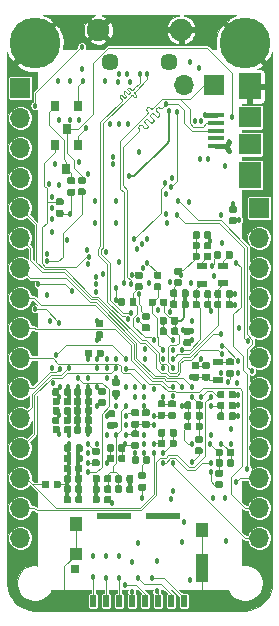
<source format=gbl>
G04 #@! TF.GenerationSoftware,KiCad,Pcbnew,5.1.4-e60b266~84~ubuntu19.04.1*
G04 #@! TF.CreationDate,2019-10-25T13:04:57-07:00*
G04 #@! TF.ProjectId,ATSAMA5D27-1G,41545341-4d41-4354-9432-372d31472e6b,rev?*
G04 #@! TF.SameCoordinates,Original*
G04 #@! TF.FileFunction,Copper,L4,Bot*
G04 #@! TF.FilePolarity,Positive*
%FSLAX46Y46*%
G04 Gerber Fmt 4.6, Leading zero omitted, Abs format (unit mm)*
G04 Created by KiCad (PCBNEW 5.1.4-e60b266~84~ubuntu19.04.1) date 2019-10-25 13:04:57*
%MOMM*%
%LPD*%
G04 APERTURE LIST*
%ADD10C,0.150000*%
%ADD11R,2.910000X0.550000*%
%ADD12R,1.050000X2.390000*%
%ADD13R,1.050000X1.200000*%
%ADD14R,1.050000X1.080000*%
%ADD15R,0.720000X0.780000*%
%ADD16R,0.500000X1.000000*%
%ADD17C,0.590000*%
%ADD18R,0.900000X0.500000*%
%ADD19C,4.300000*%
%ADD20C,1.450000*%
%ADD21O,1.900000X1.900000*%
%ADD22C,1.900000*%
%ADD23O,1.700000X1.700000*%
%ADD24R,1.700000X1.700000*%
%ADD25R,1.400000X0.400000*%
%ADD26R,1.900000X1.800000*%
%ADD27R,1.900000X2.300000*%
%ADD28R,0.800000X0.900000*%
%ADD29C,0.157000*%
%ADD30C,0.457200*%
%ADD31C,0.114300*%
%ADD32C,0.203200*%
%ADD33C,0.457200*%
%ADD34C,0.152400*%
%ADD35C,0.088900*%
G04 APERTURE END LIST*
D10*
G36*
X138971100Y-95996920D02*
G01*
X138971100Y-95534640D01*
X138813620Y-95534640D01*
X138813620Y-95996920D01*
X138971100Y-95996920D01*
G37*
D11*
X132942260Y-112741620D03*
X137132260Y-112741620D03*
D12*
X140362260Y-117171620D03*
D13*
X140362260Y-113986620D03*
X129712260Y-113416620D03*
D14*
X129712260Y-116026620D03*
D15*
X129677260Y-117296620D03*
D16*
X138887260Y-119976620D03*
X137787260Y-119976620D03*
X136687260Y-119976620D03*
X135587260Y-119976620D03*
X134487260Y-119976620D03*
X133387260Y-119976620D03*
X132287260Y-119976620D03*
X131187260Y-119976620D03*
D10*
G36*
X137308365Y-94369056D02*
G01*
X137322683Y-94371180D01*
X137336724Y-94374697D01*
X137350353Y-94379574D01*
X137363438Y-94385763D01*
X137375854Y-94393204D01*
X137387480Y-94401827D01*
X137398205Y-94411548D01*
X137407926Y-94422273D01*
X137416549Y-94433899D01*
X137423990Y-94446315D01*
X137430179Y-94459400D01*
X137435056Y-94473029D01*
X137438573Y-94487070D01*
X137440697Y-94501388D01*
X137441407Y-94515846D01*
X137441407Y-94860846D01*
X137440697Y-94875304D01*
X137438573Y-94889622D01*
X137435056Y-94903663D01*
X137430179Y-94917292D01*
X137423990Y-94930377D01*
X137416549Y-94942793D01*
X137407926Y-94954419D01*
X137398205Y-94965144D01*
X137387480Y-94974865D01*
X137375854Y-94983488D01*
X137363438Y-94990929D01*
X137350353Y-94997118D01*
X137336724Y-95001995D01*
X137322683Y-95005512D01*
X137308365Y-95007636D01*
X137293907Y-95008346D01*
X136998907Y-95008346D01*
X136984449Y-95007636D01*
X136970131Y-95005512D01*
X136956090Y-95001995D01*
X136942461Y-94997118D01*
X136929376Y-94990929D01*
X136916960Y-94983488D01*
X136905334Y-94974865D01*
X136894609Y-94965144D01*
X136884888Y-94954419D01*
X136876265Y-94942793D01*
X136868824Y-94930377D01*
X136862635Y-94917292D01*
X136857758Y-94903663D01*
X136854241Y-94889622D01*
X136852117Y-94875304D01*
X136851407Y-94860846D01*
X136851407Y-94515846D01*
X136852117Y-94501388D01*
X136854241Y-94487070D01*
X136857758Y-94473029D01*
X136862635Y-94459400D01*
X136868824Y-94446315D01*
X136876265Y-94433899D01*
X136884888Y-94422273D01*
X136894609Y-94411548D01*
X136905334Y-94401827D01*
X136916960Y-94393204D01*
X136929376Y-94385763D01*
X136942461Y-94379574D01*
X136956090Y-94374697D01*
X136970131Y-94371180D01*
X136984449Y-94369056D01*
X136998907Y-94368346D01*
X137293907Y-94368346D01*
X137308365Y-94369056D01*
X137308365Y-94369056D01*
G37*
D17*
X137146407Y-94688346D03*
D10*
G36*
X136338365Y-94369056D02*
G01*
X136352683Y-94371180D01*
X136366724Y-94374697D01*
X136380353Y-94379574D01*
X136393438Y-94385763D01*
X136405854Y-94393204D01*
X136417480Y-94401827D01*
X136428205Y-94411548D01*
X136437926Y-94422273D01*
X136446549Y-94433899D01*
X136453990Y-94446315D01*
X136460179Y-94459400D01*
X136465056Y-94473029D01*
X136468573Y-94487070D01*
X136470697Y-94501388D01*
X136471407Y-94515846D01*
X136471407Y-94860846D01*
X136470697Y-94875304D01*
X136468573Y-94889622D01*
X136465056Y-94903663D01*
X136460179Y-94917292D01*
X136453990Y-94930377D01*
X136446549Y-94942793D01*
X136437926Y-94954419D01*
X136428205Y-94965144D01*
X136417480Y-94974865D01*
X136405854Y-94983488D01*
X136393438Y-94990929D01*
X136380353Y-94997118D01*
X136366724Y-95001995D01*
X136352683Y-95005512D01*
X136338365Y-95007636D01*
X136323907Y-95008346D01*
X136028907Y-95008346D01*
X136014449Y-95007636D01*
X136000131Y-95005512D01*
X135986090Y-95001995D01*
X135972461Y-94997118D01*
X135959376Y-94990929D01*
X135946960Y-94983488D01*
X135935334Y-94974865D01*
X135924609Y-94965144D01*
X135914888Y-94954419D01*
X135906265Y-94942793D01*
X135898824Y-94930377D01*
X135892635Y-94917292D01*
X135887758Y-94903663D01*
X135884241Y-94889622D01*
X135882117Y-94875304D01*
X135881407Y-94860846D01*
X135881407Y-94515846D01*
X135882117Y-94501388D01*
X135884241Y-94487070D01*
X135887758Y-94473029D01*
X135892635Y-94459400D01*
X135898824Y-94446315D01*
X135906265Y-94433899D01*
X135914888Y-94422273D01*
X135924609Y-94411548D01*
X135935334Y-94401827D01*
X135946960Y-94393204D01*
X135959376Y-94385763D01*
X135972461Y-94379574D01*
X135986090Y-94374697D01*
X136000131Y-94371180D01*
X136014449Y-94369056D01*
X136028907Y-94368346D01*
X136323907Y-94368346D01*
X136338365Y-94369056D01*
X136338365Y-94369056D01*
G37*
D17*
X136176407Y-94688346D03*
D18*
X142209700Y-93084451D03*
X142209700Y-91584451D03*
X140390960Y-91639420D03*
X140390960Y-93139420D03*
X141749860Y-101280820D03*
X141749860Y-99780820D03*
D19*
X144018080Y-72750840D03*
X126238080Y-72750840D03*
D20*
X137624520Y-74324380D03*
X132624520Y-74324380D03*
D21*
X138624520Y-71624380D03*
D22*
X131624520Y-71624380D03*
D23*
X125006180Y-114646380D03*
X125006180Y-112106380D03*
X125006180Y-109566380D03*
X125006180Y-107026380D03*
X125006180Y-104486380D03*
X125006180Y-101946380D03*
X125006180Y-99406380D03*
X125006180Y-96866380D03*
X125006180Y-94326380D03*
X125006180Y-91786380D03*
X125006180Y-89246380D03*
X125006180Y-86706380D03*
X125006180Y-84166380D03*
X125006180Y-81626380D03*
X125006180Y-79086380D03*
D24*
X125006180Y-76546380D03*
X145242360Y-86708140D03*
D23*
X145242360Y-89248140D03*
X145242360Y-91788140D03*
X145242360Y-94328140D03*
X145242360Y-96868140D03*
X145242360Y-99408140D03*
X145242360Y-101948140D03*
X145242360Y-104488140D03*
X145242360Y-107028140D03*
X145242360Y-109568140D03*
X145242360Y-112108140D03*
X145242360Y-114648140D03*
X138905060Y-76299220D03*
D24*
X141445060Y-76299220D03*
D10*
G36*
X140067918Y-89568930D02*
G01*
X140082236Y-89571054D01*
X140096277Y-89574571D01*
X140109906Y-89579448D01*
X140122991Y-89585637D01*
X140135407Y-89593078D01*
X140147033Y-89601701D01*
X140157758Y-89611422D01*
X140167479Y-89622147D01*
X140176102Y-89633773D01*
X140183543Y-89646189D01*
X140189732Y-89659274D01*
X140194609Y-89672903D01*
X140198126Y-89686944D01*
X140200250Y-89701262D01*
X140200960Y-89715720D01*
X140200960Y-90060720D01*
X140200250Y-90075178D01*
X140198126Y-90089496D01*
X140194609Y-90103537D01*
X140189732Y-90117166D01*
X140183543Y-90130251D01*
X140176102Y-90142667D01*
X140167479Y-90154293D01*
X140157758Y-90165018D01*
X140147033Y-90174739D01*
X140135407Y-90183362D01*
X140122991Y-90190803D01*
X140109906Y-90196992D01*
X140096277Y-90201869D01*
X140082236Y-90205386D01*
X140067918Y-90207510D01*
X140053460Y-90208220D01*
X139758460Y-90208220D01*
X139744002Y-90207510D01*
X139729684Y-90205386D01*
X139715643Y-90201869D01*
X139702014Y-90196992D01*
X139688929Y-90190803D01*
X139676513Y-90183362D01*
X139664887Y-90174739D01*
X139654162Y-90165018D01*
X139644441Y-90154293D01*
X139635818Y-90142667D01*
X139628377Y-90130251D01*
X139622188Y-90117166D01*
X139617311Y-90103537D01*
X139613794Y-90089496D01*
X139611670Y-90075178D01*
X139610960Y-90060720D01*
X139610960Y-89715720D01*
X139611670Y-89701262D01*
X139613794Y-89686944D01*
X139617311Y-89672903D01*
X139622188Y-89659274D01*
X139628377Y-89646189D01*
X139635818Y-89633773D01*
X139644441Y-89622147D01*
X139654162Y-89611422D01*
X139664887Y-89601701D01*
X139676513Y-89593078D01*
X139688929Y-89585637D01*
X139702014Y-89579448D01*
X139715643Y-89574571D01*
X139729684Y-89571054D01*
X139744002Y-89568930D01*
X139758460Y-89568220D01*
X140053460Y-89568220D01*
X140067918Y-89568930D01*
X140067918Y-89568930D01*
G37*
D17*
X139905960Y-89888220D03*
D10*
G36*
X141037918Y-89568930D02*
G01*
X141052236Y-89571054D01*
X141066277Y-89574571D01*
X141079906Y-89579448D01*
X141092991Y-89585637D01*
X141105407Y-89593078D01*
X141117033Y-89601701D01*
X141127758Y-89611422D01*
X141137479Y-89622147D01*
X141146102Y-89633773D01*
X141153543Y-89646189D01*
X141159732Y-89659274D01*
X141164609Y-89672903D01*
X141168126Y-89686944D01*
X141170250Y-89701262D01*
X141170960Y-89715720D01*
X141170960Y-90060720D01*
X141170250Y-90075178D01*
X141168126Y-90089496D01*
X141164609Y-90103537D01*
X141159732Y-90117166D01*
X141153543Y-90130251D01*
X141146102Y-90142667D01*
X141137479Y-90154293D01*
X141127758Y-90165018D01*
X141117033Y-90174739D01*
X141105407Y-90183362D01*
X141092991Y-90190803D01*
X141079906Y-90196992D01*
X141066277Y-90201869D01*
X141052236Y-90205386D01*
X141037918Y-90207510D01*
X141023460Y-90208220D01*
X140728460Y-90208220D01*
X140714002Y-90207510D01*
X140699684Y-90205386D01*
X140685643Y-90201869D01*
X140672014Y-90196992D01*
X140658929Y-90190803D01*
X140646513Y-90183362D01*
X140634887Y-90174739D01*
X140624162Y-90165018D01*
X140614441Y-90154293D01*
X140605818Y-90142667D01*
X140598377Y-90130251D01*
X140592188Y-90117166D01*
X140587311Y-90103537D01*
X140583794Y-90089496D01*
X140581670Y-90075178D01*
X140580960Y-90060720D01*
X140580960Y-89715720D01*
X140581670Y-89701262D01*
X140583794Y-89686944D01*
X140587311Y-89672903D01*
X140592188Y-89659274D01*
X140598377Y-89646189D01*
X140605818Y-89633773D01*
X140614441Y-89622147D01*
X140624162Y-89611422D01*
X140634887Y-89601701D01*
X140646513Y-89593078D01*
X140658929Y-89585637D01*
X140672014Y-89579448D01*
X140685643Y-89574571D01*
X140699684Y-89571054D01*
X140714002Y-89568930D01*
X140728460Y-89568220D01*
X141023460Y-89568220D01*
X141037918Y-89568930D01*
X141037918Y-89568930D01*
G37*
D17*
X140875960Y-89888220D03*
D10*
G36*
X129161018Y-111070030D02*
G01*
X129175336Y-111072154D01*
X129189377Y-111075671D01*
X129203006Y-111080548D01*
X129216091Y-111086737D01*
X129228507Y-111094178D01*
X129240133Y-111102801D01*
X129250858Y-111112522D01*
X129260579Y-111123247D01*
X129269202Y-111134873D01*
X129276643Y-111147289D01*
X129282832Y-111160374D01*
X129287709Y-111174003D01*
X129291226Y-111188044D01*
X129293350Y-111202362D01*
X129294060Y-111216820D01*
X129294060Y-111561820D01*
X129293350Y-111576278D01*
X129291226Y-111590596D01*
X129287709Y-111604637D01*
X129282832Y-111618266D01*
X129276643Y-111631351D01*
X129269202Y-111643767D01*
X129260579Y-111655393D01*
X129250858Y-111666118D01*
X129240133Y-111675839D01*
X129228507Y-111684462D01*
X129216091Y-111691903D01*
X129203006Y-111698092D01*
X129189377Y-111702969D01*
X129175336Y-111706486D01*
X129161018Y-111708610D01*
X129146560Y-111709320D01*
X128851560Y-111709320D01*
X128837102Y-111708610D01*
X128822784Y-111706486D01*
X128808743Y-111702969D01*
X128795114Y-111698092D01*
X128782029Y-111691903D01*
X128769613Y-111684462D01*
X128757987Y-111675839D01*
X128747262Y-111666118D01*
X128737541Y-111655393D01*
X128728918Y-111643767D01*
X128721477Y-111631351D01*
X128715288Y-111618266D01*
X128710411Y-111604637D01*
X128706894Y-111590596D01*
X128704770Y-111576278D01*
X128704060Y-111561820D01*
X128704060Y-111216820D01*
X128704770Y-111202362D01*
X128706894Y-111188044D01*
X128710411Y-111174003D01*
X128715288Y-111160374D01*
X128721477Y-111147289D01*
X128728918Y-111134873D01*
X128737541Y-111123247D01*
X128747262Y-111112522D01*
X128757987Y-111102801D01*
X128769613Y-111094178D01*
X128782029Y-111086737D01*
X128795114Y-111080548D01*
X128808743Y-111075671D01*
X128822784Y-111072154D01*
X128837102Y-111070030D01*
X128851560Y-111069320D01*
X129146560Y-111069320D01*
X129161018Y-111070030D01*
X129161018Y-111070030D01*
G37*
D17*
X128999060Y-111389320D03*
D10*
G36*
X130131018Y-111070030D02*
G01*
X130145336Y-111072154D01*
X130159377Y-111075671D01*
X130173006Y-111080548D01*
X130186091Y-111086737D01*
X130198507Y-111094178D01*
X130210133Y-111102801D01*
X130220858Y-111112522D01*
X130230579Y-111123247D01*
X130239202Y-111134873D01*
X130246643Y-111147289D01*
X130252832Y-111160374D01*
X130257709Y-111174003D01*
X130261226Y-111188044D01*
X130263350Y-111202362D01*
X130264060Y-111216820D01*
X130264060Y-111561820D01*
X130263350Y-111576278D01*
X130261226Y-111590596D01*
X130257709Y-111604637D01*
X130252832Y-111618266D01*
X130246643Y-111631351D01*
X130239202Y-111643767D01*
X130230579Y-111655393D01*
X130220858Y-111666118D01*
X130210133Y-111675839D01*
X130198507Y-111684462D01*
X130186091Y-111691903D01*
X130173006Y-111698092D01*
X130159377Y-111702969D01*
X130145336Y-111706486D01*
X130131018Y-111708610D01*
X130116560Y-111709320D01*
X129821560Y-111709320D01*
X129807102Y-111708610D01*
X129792784Y-111706486D01*
X129778743Y-111702969D01*
X129765114Y-111698092D01*
X129752029Y-111691903D01*
X129739613Y-111684462D01*
X129727987Y-111675839D01*
X129717262Y-111666118D01*
X129707541Y-111655393D01*
X129698918Y-111643767D01*
X129691477Y-111631351D01*
X129685288Y-111618266D01*
X129680411Y-111604637D01*
X129676894Y-111590596D01*
X129674770Y-111576278D01*
X129674060Y-111561820D01*
X129674060Y-111216820D01*
X129674770Y-111202362D01*
X129676894Y-111188044D01*
X129680411Y-111174003D01*
X129685288Y-111160374D01*
X129691477Y-111147289D01*
X129698918Y-111134873D01*
X129707541Y-111123247D01*
X129717262Y-111112522D01*
X129727987Y-111102801D01*
X129739613Y-111094178D01*
X129752029Y-111086737D01*
X129765114Y-111080548D01*
X129778743Y-111075671D01*
X129792784Y-111072154D01*
X129807102Y-111070030D01*
X129821560Y-111069320D01*
X130116560Y-111069320D01*
X130131018Y-111070030D01*
X130131018Y-111070030D01*
G37*
D17*
X129969060Y-111389320D03*
D10*
G36*
X129161018Y-110181030D02*
G01*
X129175336Y-110183154D01*
X129189377Y-110186671D01*
X129203006Y-110191548D01*
X129216091Y-110197737D01*
X129228507Y-110205178D01*
X129240133Y-110213801D01*
X129250858Y-110223522D01*
X129260579Y-110234247D01*
X129269202Y-110245873D01*
X129276643Y-110258289D01*
X129282832Y-110271374D01*
X129287709Y-110285003D01*
X129291226Y-110299044D01*
X129293350Y-110313362D01*
X129294060Y-110327820D01*
X129294060Y-110672820D01*
X129293350Y-110687278D01*
X129291226Y-110701596D01*
X129287709Y-110715637D01*
X129282832Y-110729266D01*
X129276643Y-110742351D01*
X129269202Y-110754767D01*
X129260579Y-110766393D01*
X129250858Y-110777118D01*
X129240133Y-110786839D01*
X129228507Y-110795462D01*
X129216091Y-110802903D01*
X129203006Y-110809092D01*
X129189377Y-110813969D01*
X129175336Y-110817486D01*
X129161018Y-110819610D01*
X129146560Y-110820320D01*
X128851560Y-110820320D01*
X128837102Y-110819610D01*
X128822784Y-110817486D01*
X128808743Y-110813969D01*
X128795114Y-110809092D01*
X128782029Y-110802903D01*
X128769613Y-110795462D01*
X128757987Y-110786839D01*
X128747262Y-110777118D01*
X128737541Y-110766393D01*
X128728918Y-110754767D01*
X128721477Y-110742351D01*
X128715288Y-110729266D01*
X128710411Y-110715637D01*
X128706894Y-110701596D01*
X128704770Y-110687278D01*
X128704060Y-110672820D01*
X128704060Y-110327820D01*
X128704770Y-110313362D01*
X128706894Y-110299044D01*
X128710411Y-110285003D01*
X128715288Y-110271374D01*
X128721477Y-110258289D01*
X128728918Y-110245873D01*
X128737541Y-110234247D01*
X128747262Y-110223522D01*
X128757987Y-110213801D01*
X128769613Y-110205178D01*
X128782029Y-110197737D01*
X128795114Y-110191548D01*
X128808743Y-110186671D01*
X128822784Y-110183154D01*
X128837102Y-110181030D01*
X128851560Y-110180320D01*
X129146560Y-110180320D01*
X129161018Y-110181030D01*
X129161018Y-110181030D01*
G37*
D17*
X128999060Y-110500320D03*
D10*
G36*
X130131018Y-110181030D02*
G01*
X130145336Y-110183154D01*
X130159377Y-110186671D01*
X130173006Y-110191548D01*
X130186091Y-110197737D01*
X130198507Y-110205178D01*
X130210133Y-110213801D01*
X130220858Y-110223522D01*
X130230579Y-110234247D01*
X130239202Y-110245873D01*
X130246643Y-110258289D01*
X130252832Y-110271374D01*
X130257709Y-110285003D01*
X130261226Y-110299044D01*
X130263350Y-110313362D01*
X130264060Y-110327820D01*
X130264060Y-110672820D01*
X130263350Y-110687278D01*
X130261226Y-110701596D01*
X130257709Y-110715637D01*
X130252832Y-110729266D01*
X130246643Y-110742351D01*
X130239202Y-110754767D01*
X130230579Y-110766393D01*
X130220858Y-110777118D01*
X130210133Y-110786839D01*
X130198507Y-110795462D01*
X130186091Y-110802903D01*
X130173006Y-110809092D01*
X130159377Y-110813969D01*
X130145336Y-110817486D01*
X130131018Y-110819610D01*
X130116560Y-110820320D01*
X129821560Y-110820320D01*
X129807102Y-110819610D01*
X129792784Y-110817486D01*
X129778743Y-110813969D01*
X129765114Y-110809092D01*
X129752029Y-110802903D01*
X129739613Y-110795462D01*
X129727987Y-110786839D01*
X129717262Y-110777118D01*
X129707541Y-110766393D01*
X129698918Y-110754767D01*
X129691477Y-110742351D01*
X129685288Y-110729266D01*
X129680411Y-110715637D01*
X129676894Y-110701596D01*
X129674770Y-110687278D01*
X129674060Y-110672820D01*
X129674060Y-110327820D01*
X129674770Y-110313362D01*
X129676894Y-110299044D01*
X129680411Y-110285003D01*
X129685288Y-110271374D01*
X129691477Y-110258289D01*
X129698918Y-110245873D01*
X129707541Y-110234247D01*
X129717262Y-110223522D01*
X129727987Y-110213801D01*
X129739613Y-110205178D01*
X129752029Y-110197737D01*
X129765114Y-110191548D01*
X129778743Y-110186671D01*
X129792784Y-110183154D01*
X129807102Y-110181030D01*
X129821560Y-110180320D01*
X130116560Y-110180320D01*
X130131018Y-110181030D01*
X130131018Y-110181030D01*
G37*
D17*
X129969060Y-110500320D03*
D10*
G36*
X140067918Y-88679930D02*
G01*
X140082236Y-88682054D01*
X140096277Y-88685571D01*
X140109906Y-88690448D01*
X140122991Y-88696637D01*
X140135407Y-88704078D01*
X140147033Y-88712701D01*
X140157758Y-88722422D01*
X140167479Y-88733147D01*
X140176102Y-88744773D01*
X140183543Y-88757189D01*
X140189732Y-88770274D01*
X140194609Y-88783903D01*
X140198126Y-88797944D01*
X140200250Y-88812262D01*
X140200960Y-88826720D01*
X140200960Y-89171720D01*
X140200250Y-89186178D01*
X140198126Y-89200496D01*
X140194609Y-89214537D01*
X140189732Y-89228166D01*
X140183543Y-89241251D01*
X140176102Y-89253667D01*
X140167479Y-89265293D01*
X140157758Y-89276018D01*
X140147033Y-89285739D01*
X140135407Y-89294362D01*
X140122991Y-89301803D01*
X140109906Y-89307992D01*
X140096277Y-89312869D01*
X140082236Y-89316386D01*
X140067918Y-89318510D01*
X140053460Y-89319220D01*
X139758460Y-89319220D01*
X139744002Y-89318510D01*
X139729684Y-89316386D01*
X139715643Y-89312869D01*
X139702014Y-89307992D01*
X139688929Y-89301803D01*
X139676513Y-89294362D01*
X139664887Y-89285739D01*
X139654162Y-89276018D01*
X139644441Y-89265293D01*
X139635818Y-89253667D01*
X139628377Y-89241251D01*
X139622188Y-89228166D01*
X139617311Y-89214537D01*
X139613794Y-89200496D01*
X139611670Y-89186178D01*
X139610960Y-89171720D01*
X139610960Y-88826720D01*
X139611670Y-88812262D01*
X139613794Y-88797944D01*
X139617311Y-88783903D01*
X139622188Y-88770274D01*
X139628377Y-88757189D01*
X139635818Y-88744773D01*
X139644441Y-88733147D01*
X139654162Y-88722422D01*
X139664887Y-88712701D01*
X139676513Y-88704078D01*
X139688929Y-88696637D01*
X139702014Y-88690448D01*
X139715643Y-88685571D01*
X139729684Y-88682054D01*
X139744002Y-88679930D01*
X139758460Y-88679220D01*
X140053460Y-88679220D01*
X140067918Y-88679930D01*
X140067918Y-88679930D01*
G37*
D17*
X139905960Y-88999220D03*
D10*
G36*
X141037918Y-88679930D02*
G01*
X141052236Y-88682054D01*
X141066277Y-88685571D01*
X141079906Y-88690448D01*
X141092991Y-88696637D01*
X141105407Y-88704078D01*
X141117033Y-88712701D01*
X141127758Y-88722422D01*
X141137479Y-88733147D01*
X141146102Y-88744773D01*
X141153543Y-88757189D01*
X141159732Y-88770274D01*
X141164609Y-88783903D01*
X141168126Y-88797944D01*
X141170250Y-88812262D01*
X141170960Y-88826720D01*
X141170960Y-89171720D01*
X141170250Y-89186178D01*
X141168126Y-89200496D01*
X141164609Y-89214537D01*
X141159732Y-89228166D01*
X141153543Y-89241251D01*
X141146102Y-89253667D01*
X141137479Y-89265293D01*
X141127758Y-89276018D01*
X141117033Y-89285739D01*
X141105407Y-89294362D01*
X141092991Y-89301803D01*
X141079906Y-89307992D01*
X141066277Y-89312869D01*
X141052236Y-89316386D01*
X141037918Y-89318510D01*
X141023460Y-89319220D01*
X140728460Y-89319220D01*
X140714002Y-89318510D01*
X140699684Y-89316386D01*
X140685643Y-89312869D01*
X140672014Y-89307992D01*
X140658929Y-89301803D01*
X140646513Y-89294362D01*
X140634887Y-89285739D01*
X140624162Y-89276018D01*
X140614441Y-89265293D01*
X140605818Y-89253667D01*
X140598377Y-89241251D01*
X140592188Y-89228166D01*
X140587311Y-89214537D01*
X140583794Y-89200496D01*
X140581670Y-89186178D01*
X140580960Y-89171720D01*
X140580960Y-88826720D01*
X140581670Y-88812262D01*
X140583794Y-88797944D01*
X140587311Y-88783903D01*
X140592188Y-88770274D01*
X140598377Y-88757189D01*
X140605818Y-88744773D01*
X140614441Y-88733147D01*
X140624162Y-88722422D01*
X140634887Y-88712701D01*
X140646513Y-88704078D01*
X140658929Y-88696637D01*
X140672014Y-88690448D01*
X140685643Y-88685571D01*
X140699684Y-88682054D01*
X140714002Y-88679930D01*
X140728460Y-88679220D01*
X141023460Y-88679220D01*
X141037918Y-88679930D01*
X141037918Y-88679930D01*
G37*
D17*
X140875960Y-88999220D03*
D10*
G36*
X143206818Y-86518130D02*
G01*
X143221136Y-86520254D01*
X143235177Y-86523771D01*
X143248806Y-86528648D01*
X143261891Y-86534837D01*
X143274307Y-86542278D01*
X143285933Y-86550901D01*
X143296658Y-86560622D01*
X143306379Y-86571347D01*
X143315002Y-86582973D01*
X143322443Y-86595389D01*
X143328632Y-86608474D01*
X143333509Y-86622103D01*
X143337026Y-86636144D01*
X143339150Y-86650462D01*
X143339860Y-86664920D01*
X143339860Y-86959920D01*
X143339150Y-86974378D01*
X143337026Y-86988696D01*
X143333509Y-87002737D01*
X143328632Y-87016366D01*
X143322443Y-87029451D01*
X143315002Y-87041867D01*
X143306379Y-87053493D01*
X143296658Y-87064218D01*
X143285933Y-87073939D01*
X143274307Y-87082562D01*
X143261891Y-87090003D01*
X143248806Y-87096192D01*
X143235177Y-87101069D01*
X143221136Y-87104586D01*
X143206818Y-87106710D01*
X143192360Y-87107420D01*
X142847360Y-87107420D01*
X142832902Y-87106710D01*
X142818584Y-87104586D01*
X142804543Y-87101069D01*
X142790914Y-87096192D01*
X142777829Y-87090003D01*
X142765413Y-87082562D01*
X142753787Y-87073939D01*
X142743062Y-87064218D01*
X142733341Y-87053493D01*
X142724718Y-87041867D01*
X142717277Y-87029451D01*
X142711088Y-87016366D01*
X142706211Y-87002737D01*
X142702694Y-86988696D01*
X142700570Y-86974378D01*
X142699860Y-86959920D01*
X142699860Y-86664920D01*
X142700570Y-86650462D01*
X142702694Y-86636144D01*
X142706211Y-86622103D01*
X142711088Y-86608474D01*
X142717277Y-86595389D01*
X142724718Y-86582973D01*
X142733341Y-86571347D01*
X142743062Y-86560622D01*
X142753787Y-86550901D01*
X142765413Y-86542278D01*
X142777829Y-86534837D01*
X142790914Y-86528648D01*
X142804543Y-86523771D01*
X142818584Y-86520254D01*
X142832902Y-86518130D01*
X142847360Y-86517420D01*
X143192360Y-86517420D01*
X143206818Y-86518130D01*
X143206818Y-86518130D01*
G37*
D17*
X143019860Y-86812420D03*
D10*
G36*
X143206818Y-87488130D02*
G01*
X143221136Y-87490254D01*
X143235177Y-87493771D01*
X143248806Y-87498648D01*
X143261891Y-87504837D01*
X143274307Y-87512278D01*
X143285933Y-87520901D01*
X143296658Y-87530622D01*
X143306379Y-87541347D01*
X143315002Y-87552973D01*
X143322443Y-87565389D01*
X143328632Y-87578474D01*
X143333509Y-87592103D01*
X143337026Y-87606144D01*
X143339150Y-87620462D01*
X143339860Y-87634920D01*
X143339860Y-87929920D01*
X143339150Y-87944378D01*
X143337026Y-87958696D01*
X143333509Y-87972737D01*
X143328632Y-87986366D01*
X143322443Y-87999451D01*
X143315002Y-88011867D01*
X143306379Y-88023493D01*
X143296658Y-88034218D01*
X143285933Y-88043939D01*
X143274307Y-88052562D01*
X143261891Y-88060003D01*
X143248806Y-88066192D01*
X143235177Y-88071069D01*
X143221136Y-88074586D01*
X143206818Y-88076710D01*
X143192360Y-88077420D01*
X142847360Y-88077420D01*
X142832902Y-88076710D01*
X142818584Y-88074586D01*
X142804543Y-88071069D01*
X142790914Y-88066192D01*
X142777829Y-88060003D01*
X142765413Y-88052562D01*
X142753787Y-88043939D01*
X142743062Y-88034218D01*
X142733341Y-88023493D01*
X142724718Y-88011867D01*
X142717277Y-87999451D01*
X142711088Y-87986366D01*
X142706211Y-87972737D01*
X142702694Y-87958696D01*
X142700570Y-87944378D01*
X142699860Y-87929920D01*
X142699860Y-87634920D01*
X142700570Y-87620462D01*
X142702694Y-87606144D01*
X142706211Y-87592103D01*
X142711088Y-87578474D01*
X142717277Y-87565389D01*
X142724718Y-87552973D01*
X142733341Y-87541347D01*
X142743062Y-87530622D01*
X142753787Y-87520901D01*
X142765413Y-87512278D01*
X142777829Y-87504837D01*
X142790914Y-87498648D01*
X142804543Y-87493771D01*
X142818584Y-87490254D01*
X142832902Y-87488130D01*
X142847360Y-87487420D01*
X143192360Y-87487420D01*
X143206818Y-87488130D01*
X143206818Y-87488130D01*
G37*
D17*
X143019860Y-87782420D03*
D10*
G36*
X133300818Y-102121210D02*
G01*
X133315136Y-102123334D01*
X133329177Y-102126851D01*
X133342806Y-102131728D01*
X133355891Y-102137917D01*
X133368307Y-102145358D01*
X133379933Y-102153981D01*
X133390658Y-102163702D01*
X133400379Y-102174427D01*
X133409002Y-102186053D01*
X133416443Y-102198469D01*
X133422632Y-102211554D01*
X133427509Y-102225183D01*
X133431026Y-102239224D01*
X133433150Y-102253542D01*
X133433860Y-102268000D01*
X133433860Y-102563000D01*
X133433150Y-102577458D01*
X133431026Y-102591776D01*
X133427509Y-102605817D01*
X133422632Y-102619446D01*
X133416443Y-102632531D01*
X133409002Y-102644947D01*
X133400379Y-102656573D01*
X133390658Y-102667298D01*
X133379933Y-102677019D01*
X133368307Y-102685642D01*
X133355891Y-102693083D01*
X133342806Y-102699272D01*
X133329177Y-102704149D01*
X133315136Y-102707666D01*
X133300818Y-102709790D01*
X133286360Y-102710500D01*
X132941360Y-102710500D01*
X132926902Y-102709790D01*
X132912584Y-102707666D01*
X132898543Y-102704149D01*
X132884914Y-102699272D01*
X132871829Y-102693083D01*
X132859413Y-102685642D01*
X132847787Y-102677019D01*
X132837062Y-102667298D01*
X132827341Y-102656573D01*
X132818718Y-102644947D01*
X132811277Y-102632531D01*
X132805088Y-102619446D01*
X132800211Y-102605817D01*
X132796694Y-102591776D01*
X132794570Y-102577458D01*
X132793860Y-102563000D01*
X132793860Y-102268000D01*
X132794570Y-102253542D01*
X132796694Y-102239224D01*
X132800211Y-102225183D01*
X132805088Y-102211554D01*
X132811277Y-102198469D01*
X132818718Y-102186053D01*
X132827341Y-102174427D01*
X132837062Y-102163702D01*
X132847787Y-102153981D01*
X132859413Y-102145358D01*
X132871829Y-102137917D01*
X132884914Y-102131728D01*
X132898543Y-102126851D01*
X132912584Y-102123334D01*
X132926902Y-102121210D01*
X132941360Y-102120500D01*
X133286360Y-102120500D01*
X133300818Y-102121210D01*
X133300818Y-102121210D01*
G37*
D17*
X133113860Y-102415500D03*
D10*
G36*
X133300818Y-101151210D02*
G01*
X133315136Y-101153334D01*
X133329177Y-101156851D01*
X133342806Y-101161728D01*
X133355891Y-101167917D01*
X133368307Y-101175358D01*
X133379933Y-101183981D01*
X133390658Y-101193702D01*
X133400379Y-101204427D01*
X133409002Y-101216053D01*
X133416443Y-101228469D01*
X133422632Y-101241554D01*
X133427509Y-101255183D01*
X133431026Y-101269224D01*
X133433150Y-101283542D01*
X133433860Y-101298000D01*
X133433860Y-101593000D01*
X133433150Y-101607458D01*
X133431026Y-101621776D01*
X133427509Y-101635817D01*
X133422632Y-101649446D01*
X133416443Y-101662531D01*
X133409002Y-101674947D01*
X133400379Y-101686573D01*
X133390658Y-101697298D01*
X133379933Y-101707019D01*
X133368307Y-101715642D01*
X133355891Y-101723083D01*
X133342806Y-101729272D01*
X133329177Y-101734149D01*
X133315136Y-101737666D01*
X133300818Y-101739790D01*
X133286360Y-101740500D01*
X132941360Y-101740500D01*
X132926902Y-101739790D01*
X132912584Y-101737666D01*
X132898543Y-101734149D01*
X132884914Y-101729272D01*
X132871829Y-101723083D01*
X132859413Y-101715642D01*
X132847787Y-101707019D01*
X132837062Y-101697298D01*
X132827341Y-101686573D01*
X132818718Y-101674947D01*
X132811277Y-101662531D01*
X132805088Y-101649446D01*
X132800211Y-101635817D01*
X132796694Y-101621776D01*
X132794570Y-101607458D01*
X132793860Y-101593000D01*
X132793860Y-101298000D01*
X132794570Y-101283542D01*
X132796694Y-101269224D01*
X132800211Y-101255183D01*
X132805088Y-101241554D01*
X132811277Y-101228469D01*
X132818718Y-101216053D01*
X132827341Y-101204427D01*
X132837062Y-101193702D01*
X132847787Y-101183981D01*
X132859413Y-101175358D01*
X132871829Y-101167917D01*
X132884914Y-101161728D01*
X132898543Y-101156851D01*
X132912584Y-101153334D01*
X132926902Y-101151210D01*
X132941360Y-101150500D01*
X133286360Y-101150500D01*
X133300818Y-101151210D01*
X133300818Y-101151210D01*
G37*
D17*
X133113860Y-101445500D03*
D10*
G36*
X128203718Y-105151830D02*
G01*
X128218036Y-105153954D01*
X128232077Y-105157471D01*
X128245706Y-105162348D01*
X128258791Y-105168537D01*
X128271207Y-105175978D01*
X128282833Y-105184601D01*
X128293558Y-105194322D01*
X128303279Y-105205047D01*
X128311902Y-105216673D01*
X128319343Y-105229089D01*
X128325532Y-105242174D01*
X128330409Y-105255803D01*
X128333926Y-105269844D01*
X128336050Y-105284162D01*
X128336760Y-105298620D01*
X128336760Y-105643620D01*
X128336050Y-105658078D01*
X128333926Y-105672396D01*
X128330409Y-105686437D01*
X128325532Y-105700066D01*
X128319343Y-105713151D01*
X128311902Y-105725567D01*
X128303279Y-105737193D01*
X128293558Y-105747918D01*
X128282833Y-105757639D01*
X128271207Y-105766262D01*
X128258791Y-105773703D01*
X128245706Y-105779892D01*
X128232077Y-105784769D01*
X128218036Y-105788286D01*
X128203718Y-105790410D01*
X128189260Y-105791120D01*
X127894260Y-105791120D01*
X127879802Y-105790410D01*
X127865484Y-105788286D01*
X127851443Y-105784769D01*
X127837814Y-105779892D01*
X127824729Y-105773703D01*
X127812313Y-105766262D01*
X127800687Y-105757639D01*
X127789962Y-105747918D01*
X127780241Y-105737193D01*
X127771618Y-105725567D01*
X127764177Y-105713151D01*
X127757988Y-105700066D01*
X127753111Y-105686437D01*
X127749594Y-105672396D01*
X127747470Y-105658078D01*
X127746760Y-105643620D01*
X127746760Y-105298620D01*
X127747470Y-105284162D01*
X127749594Y-105269844D01*
X127753111Y-105255803D01*
X127757988Y-105242174D01*
X127764177Y-105229089D01*
X127771618Y-105216673D01*
X127780241Y-105205047D01*
X127789962Y-105194322D01*
X127800687Y-105184601D01*
X127812313Y-105175978D01*
X127824729Y-105168537D01*
X127837814Y-105162348D01*
X127851443Y-105157471D01*
X127865484Y-105153954D01*
X127879802Y-105151830D01*
X127894260Y-105151120D01*
X128189260Y-105151120D01*
X128203718Y-105151830D01*
X128203718Y-105151830D01*
G37*
D17*
X128041760Y-105471120D03*
D10*
G36*
X129173718Y-105151830D02*
G01*
X129188036Y-105153954D01*
X129202077Y-105157471D01*
X129215706Y-105162348D01*
X129228791Y-105168537D01*
X129241207Y-105175978D01*
X129252833Y-105184601D01*
X129263558Y-105194322D01*
X129273279Y-105205047D01*
X129281902Y-105216673D01*
X129289343Y-105229089D01*
X129295532Y-105242174D01*
X129300409Y-105255803D01*
X129303926Y-105269844D01*
X129306050Y-105284162D01*
X129306760Y-105298620D01*
X129306760Y-105643620D01*
X129306050Y-105658078D01*
X129303926Y-105672396D01*
X129300409Y-105686437D01*
X129295532Y-105700066D01*
X129289343Y-105713151D01*
X129281902Y-105725567D01*
X129273279Y-105737193D01*
X129263558Y-105747918D01*
X129252833Y-105757639D01*
X129241207Y-105766262D01*
X129228791Y-105773703D01*
X129215706Y-105779892D01*
X129202077Y-105784769D01*
X129188036Y-105788286D01*
X129173718Y-105790410D01*
X129159260Y-105791120D01*
X128864260Y-105791120D01*
X128849802Y-105790410D01*
X128835484Y-105788286D01*
X128821443Y-105784769D01*
X128807814Y-105779892D01*
X128794729Y-105773703D01*
X128782313Y-105766262D01*
X128770687Y-105757639D01*
X128759962Y-105747918D01*
X128750241Y-105737193D01*
X128741618Y-105725567D01*
X128734177Y-105713151D01*
X128727988Y-105700066D01*
X128723111Y-105686437D01*
X128719594Y-105672396D01*
X128717470Y-105658078D01*
X128716760Y-105643620D01*
X128716760Y-105298620D01*
X128717470Y-105284162D01*
X128719594Y-105269844D01*
X128723111Y-105255803D01*
X128727988Y-105242174D01*
X128734177Y-105229089D01*
X128741618Y-105216673D01*
X128750241Y-105205047D01*
X128759962Y-105194322D01*
X128770687Y-105184601D01*
X128782313Y-105175978D01*
X128794729Y-105168537D01*
X128807814Y-105162348D01*
X128821443Y-105157471D01*
X128835484Y-105153954D01*
X128849802Y-105151830D01*
X128864260Y-105151120D01*
X129159260Y-105151120D01*
X129173718Y-105151830D01*
X129173718Y-105151830D01*
G37*
D17*
X129011760Y-105471120D03*
D10*
G36*
X143131018Y-103107130D02*
G01*
X143145336Y-103109254D01*
X143159377Y-103112771D01*
X143173006Y-103117648D01*
X143186091Y-103123837D01*
X143198507Y-103131278D01*
X143210133Y-103139901D01*
X143220858Y-103149622D01*
X143230579Y-103160347D01*
X143239202Y-103171973D01*
X143246643Y-103184389D01*
X143252832Y-103197474D01*
X143257709Y-103211103D01*
X143261226Y-103225144D01*
X143263350Y-103239462D01*
X143264060Y-103253920D01*
X143264060Y-103598920D01*
X143263350Y-103613378D01*
X143261226Y-103627696D01*
X143257709Y-103641737D01*
X143252832Y-103655366D01*
X143246643Y-103668451D01*
X143239202Y-103680867D01*
X143230579Y-103692493D01*
X143220858Y-103703218D01*
X143210133Y-103712939D01*
X143198507Y-103721562D01*
X143186091Y-103729003D01*
X143173006Y-103735192D01*
X143159377Y-103740069D01*
X143145336Y-103743586D01*
X143131018Y-103745710D01*
X143116560Y-103746420D01*
X142821560Y-103746420D01*
X142807102Y-103745710D01*
X142792784Y-103743586D01*
X142778743Y-103740069D01*
X142765114Y-103735192D01*
X142752029Y-103729003D01*
X142739613Y-103721562D01*
X142727987Y-103712939D01*
X142717262Y-103703218D01*
X142707541Y-103692493D01*
X142698918Y-103680867D01*
X142691477Y-103668451D01*
X142685288Y-103655366D01*
X142680411Y-103641737D01*
X142676894Y-103627696D01*
X142674770Y-103613378D01*
X142674060Y-103598920D01*
X142674060Y-103253920D01*
X142674770Y-103239462D01*
X142676894Y-103225144D01*
X142680411Y-103211103D01*
X142685288Y-103197474D01*
X142691477Y-103184389D01*
X142698918Y-103171973D01*
X142707541Y-103160347D01*
X142717262Y-103149622D01*
X142727987Y-103139901D01*
X142739613Y-103131278D01*
X142752029Y-103123837D01*
X142765114Y-103117648D01*
X142778743Y-103112771D01*
X142792784Y-103109254D01*
X142807102Y-103107130D01*
X142821560Y-103106420D01*
X143116560Y-103106420D01*
X143131018Y-103107130D01*
X143131018Y-103107130D01*
G37*
D17*
X142969060Y-103426420D03*
D10*
G36*
X142161018Y-103107130D02*
G01*
X142175336Y-103109254D01*
X142189377Y-103112771D01*
X142203006Y-103117648D01*
X142216091Y-103123837D01*
X142228507Y-103131278D01*
X142240133Y-103139901D01*
X142250858Y-103149622D01*
X142260579Y-103160347D01*
X142269202Y-103171973D01*
X142276643Y-103184389D01*
X142282832Y-103197474D01*
X142287709Y-103211103D01*
X142291226Y-103225144D01*
X142293350Y-103239462D01*
X142294060Y-103253920D01*
X142294060Y-103598920D01*
X142293350Y-103613378D01*
X142291226Y-103627696D01*
X142287709Y-103641737D01*
X142282832Y-103655366D01*
X142276643Y-103668451D01*
X142269202Y-103680867D01*
X142260579Y-103692493D01*
X142250858Y-103703218D01*
X142240133Y-103712939D01*
X142228507Y-103721562D01*
X142216091Y-103729003D01*
X142203006Y-103735192D01*
X142189377Y-103740069D01*
X142175336Y-103743586D01*
X142161018Y-103745710D01*
X142146560Y-103746420D01*
X141851560Y-103746420D01*
X141837102Y-103745710D01*
X141822784Y-103743586D01*
X141808743Y-103740069D01*
X141795114Y-103735192D01*
X141782029Y-103729003D01*
X141769613Y-103721562D01*
X141757987Y-103712939D01*
X141747262Y-103703218D01*
X141737541Y-103692493D01*
X141728918Y-103680867D01*
X141721477Y-103668451D01*
X141715288Y-103655366D01*
X141710411Y-103641737D01*
X141706894Y-103627696D01*
X141704770Y-103613378D01*
X141704060Y-103598920D01*
X141704060Y-103253920D01*
X141704770Y-103239462D01*
X141706894Y-103225144D01*
X141710411Y-103211103D01*
X141715288Y-103197474D01*
X141721477Y-103184389D01*
X141728918Y-103171973D01*
X141737541Y-103160347D01*
X141747262Y-103149622D01*
X141757987Y-103139901D01*
X141769613Y-103131278D01*
X141782029Y-103123837D01*
X141795114Y-103117648D01*
X141808743Y-103112771D01*
X141822784Y-103109254D01*
X141837102Y-103107130D01*
X141851560Y-103106420D01*
X142146560Y-103106420D01*
X142161018Y-103107130D01*
X142161018Y-103107130D01*
G37*
D17*
X141999060Y-103426420D03*
D10*
G36*
X130979518Y-103551630D02*
G01*
X130993836Y-103553754D01*
X131007877Y-103557271D01*
X131021506Y-103562148D01*
X131034591Y-103568337D01*
X131047007Y-103575778D01*
X131058633Y-103584401D01*
X131069358Y-103594122D01*
X131079079Y-103604847D01*
X131087702Y-103616473D01*
X131095143Y-103628889D01*
X131101332Y-103641974D01*
X131106209Y-103655603D01*
X131109726Y-103669644D01*
X131111850Y-103683962D01*
X131112560Y-103698420D01*
X131112560Y-104043420D01*
X131111850Y-104057878D01*
X131109726Y-104072196D01*
X131106209Y-104086237D01*
X131101332Y-104099866D01*
X131095143Y-104112951D01*
X131087702Y-104125367D01*
X131079079Y-104136993D01*
X131069358Y-104147718D01*
X131058633Y-104157439D01*
X131047007Y-104166062D01*
X131034591Y-104173503D01*
X131021506Y-104179692D01*
X131007877Y-104184569D01*
X130993836Y-104188086D01*
X130979518Y-104190210D01*
X130965060Y-104190920D01*
X130670060Y-104190920D01*
X130655602Y-104190210D01*
X130641284Y-104188086D01*
X130627243Y-104184569D01*
X130613614Y-104179692D01*
X130600529Y-104173503D01*
X130588113Y-104166062D01*
X130576487Y-104157439D01*
X130565762Y-104147718D01*
X130556041Y-104136993D01*
X130547418Y-104125367D01*
X130539977Y-104112951D01*
X130533788Y-104099866D01*
X130528911Y-104086237D01*
X130525394Y-104072196D01*
X130523270Y-104057878D01*
X130522560Y-104043420D01*
X130522560Y-103698420D01*
X130523270Y-103683962D01*
X130525394Y-103669644D01*
X130528911Y-103655603D01*
X130533788Y-103641974D01*
X130539977Y-103628889D01*
X130547418Y-103616473D01*
X130556041Y-103604847D01*
X130565762Y-103594122D01*
X130576487Y-103584401D01*
X130588113Y-103575778D01*
X130600529Y-103568337D01*
X130613614Y-103562148D01*
X130627243Y-103557271D01*
X130641284Y-103553754D01*
X130655602Y-103551630D01*
X130670060Y-103550920D01*
X130965060Y-103550920D01*
X130979518Y-103551630D01*
X130979518Y-103551630D01*
G37*
D17*
X130817560Y-103870920D03*
D10*
G36*
X130009518Y-103551630D02*
G01*
X130023836Y-103553754D01*
X130037877Y-103557271D01*
X130051506Y-103562148D01*
X130064591Y-103568337D01*
X130077007Y-103575778D01*
X130088633Y-103584401D01*
X130099358Y-103594122D01*
X130109079Y-103604847D01*
X130117702Y-103616473D01*
X130125143Y-103628889D01*
X130131332Y-103641974D01*
X130136209Y-103655603D01*
X130139726Y-103669644D01*
X130141850Y-103683962D01*
X130142560Y-103698420D01*
X130142560Y-104043420D01*
X130141850Y-104057878D01*
X130139726Y-104072196D01*
X130136209Y-104086237D01*
X130131332Y-104099866D01*
X130125143Y-104112951D01*
X130117702Y-104125367D01*
X130109079Y-104136993D01*
X130099358Y-104147718D01*
X130088633Y-104157439D01*
X130077007Y-104166062D01*
X130064591Y-104173503D01*
X130051506Y-104179692D01*
X130037877Y-104184569D01*
X130023836Y-104188086D01*
X130009518Y-104190210D01*
X129995060Y-104190920D01*
X129700060Y-104190920D01*
X129685602Y-104190210D01*
X129671284Y-104188086D01*
X129657243Y-104184569D01*
X129643614Y-104179692D01*
X129630529Y-104173503D01*
X129618113Y-104166062D01*
X129606487Y-104157439D01*
X129595762Y-104147718D01*
X129586041Y-104136993D01*
X129577418Y-104125367D01*
X129569977Y-104112951D01*
X129563788Y-104099866D01*
X129558911Y-104086237D01*
X129555394Y-104072196D01*
X129553270Y-104057878D01*
X129552560Y-104043420D01*
X129552560Y-103698420D01*
X129553270Y-103683962D01*
X129555394Y-103669644D01*
X129558911Y-103655603D01*
X129563788Y-103641974D01*
X129569977Y-103628889D01*
X129577418Y-103616473D01*
X129586041Y-103604847D01*
X129595762Y-103594122D01*
X129606487Y-103584401D01*
X129618113Y-103575778D01*
X129630529Y-103568337D01*
X129643614Y-103562148D01*
X129657243Y-103557271D01*
X129671284Y-103553754D01*
X129685602Y-103551630D01*
X129700060Y-103550920D01*
X129995060Y-103550920D01*
X130009518Y-103551630D01*
X130009518Y-103551630D01*
G37*
D17*
X129847560Y-103870920D03*
D10*
G36*
X128191018Y-104364430D02*
G01*
X128205336Y-104366554D01*
X128219377Y-104370071D01*
X128233006Y-104374948D01*
X128246091Y-104381137D01*
X128258507Y-104388578D01*
X128270133Y-104397201D01*
X128280858Y-104406922D01*
X128290579Y-104417647D01*
X128299202Y-104429273D01*
X128306643Y-104441689D01*
X128312832Y-104454774D01*
X128317709Y-104468403D01*
X128321226Y-104482444D01*
X128323350Y-104496762D01*
X128324060Y-104511220D01*
X128324060Y-104856220D01*
X128323350Y-104870678D01*
X128321226Y-104884996D01*
X128317709Y-104899037D01*
X128312832Y-104912666D01*
X128306643Y-104925751D01*
X128299202Y-104938167D01*
X128290579Y-104949793D01*
X128280858Y-104960518D01*
X128270133Y-104970239D01*
X128258507Y-104978862D01*
X128246091Y-104986303D01*
X128233006Y-104992492D01*
X128219377Y-104997369D01*
X128205336Y-105000886D01*
X128191018Y-105003010D01*
X128176560Y-105003720D01*
X127881560Y-105003720D01*
X127867102Y-105003010D01*
X127852784Y-105000886D01*
X127838743Y-104997369D01*
X127825114Y-104992492D01*
X127812029Y-104986303D01*
X127799613Y-104978862D01*
X127787987Y-104970239D01*
X127777262Y-104960518D01*
X127767541Y-104949793D01*
X127758918Y-104938167D01*
X127751477Y-104925751D01*
X127745288Y-104912666D01*
X127740411Y-104899037D01*
X127736894Y-104884996D01*
X127734770Y-104870678D01*
X127734060Y-104856220D01*
X127734060Y-104511220D01*
X127734770Y-104496762D01*
X127736894Y-104482444D01*
X127740411Y-104468403D01*
X127745288Y-104454774D01*
X127751477Y-104441689D01*
X127758918Y-104429273D01*
X127767541Y-104417647D01*
X127777262Y-104406922D01*
X127787987Y-104397201D01*
X127799613Y-104388578D01*
X127812029Y-104381137D01*
X127825114Y-104374948D01*
X127838743Y-104370071D01*
X127852784Y-104366554D01*
X127867102Y-104364430D01*
X127881560Y-104363720D01*
X128176560Y-104363720D01*
X128191018Y-104364430D01*
X128191018Y-104364430D01*
G37*
D17*
X128029060Y-104683720D03*
D10*
G36*
X129161018Y-104364430D02*
G01*
X129175336Y-104366554D01*
X129189377Y-104370071D01*
X129203006Y-104374948D01*
X129216091Y-104381137D01*
X129228507Y-104388578D01*
X129240133Y-104397201D01*
X129250858Y-104406922D01*
X129260579Y-104417647D01*
X129269202Y-104429273D01*
X129276643Y-104441689D01*
X129282832Y-104454774D01*
X129287709Y-104468403D01*
X129291226Y-104482444D01*
X129293350Y-104496762D01*
X129294060Y-104511220D01*
X129294060Y-104856220D01*
X129293350Y-104870678D01*
X129291226Y-104884996D01*
X129287709Y-104899037D01*
X129282832Y-104912666D01*
X129276643Y-104925751D01*
X129269202Y-104938167D01*
X129260579Y-104949793D01*
X129250858Y-104960518D01*
X129240133Y-104970239D01*
X129228507Y-104978862D01*
X129216091Y-104986303D01*
X129203006Y-104992492D01*
X129189377Y-104997369D01*
X129175336Y-105000886D01*
X129161018Y-105003010D01*
X129146560Y-105003720D01*
X128851560Y-105003720D01*
X128837102Y-105003010D01*
X128822784Y-105000886D01*
X128808743Y-104997369D01*
X128795114Y-104992492D01*
X128782029Y-104986303D01*
X128769613Y-104978862D01*
X128757987Y-104970239D01*
X128747262Y-104960518D01*
X128737541Y-104949793D01*
X128728918Y-104938167D01*
X128721477Y-104925751D01*
X128715288Y-104912666D01*
X128710411Y-104899037D01*
X128706894Y-104884996D01*
X128704770Y-104870678D01*
X128704060Y-104856220D01*
X128704060Y-104511220D01*
X128704770Y-104496762D01*
X128706894Y-104482444D01*
X128710411Y-104468403D01*
X128715288Y-104454774D01*
X128721477Y-104441689D01*
X128728918Y-104429273D01*
X128737541Y-104417647D01*
X128747262Y-104406922D01*
X128757987Y-104397201D01*
X128769613Y-104388578D01*
X128782029Y-104381137D01*
X128795114Y-104374948D01*
X128808743Y-104370071D01*
X128822784Y-104366554D01*
X128837102Y-104364430D01*
X128851560Y-104363720D01*
X129146560Y-104363720D01*
X129161018Y-104364430D01*
X129161018Y-104364430D01*
G37*
D17*
X128999060Y-104683720D03*
D10*
G36*
X130007118Y-102764230D02*
G01*
X130021436Y-102766354D01*
X130035477Y-102769871D01*
X130049106Y-102774748D01*
X130062191Y-102780937D01*
X130074607Y-102788378D01*
X130086233Y-102797001D01*
X130096958Y-102806722D01*
X130106679Y-102817447D01*
X130115302Y-102829073D01*
X130122743Y-102841489D01*
X130128932Y-102854574D01*
X130133809Y-102868203D01*
X130137326Y-102882244D01*
X130139450Y-102896562D01*
X130140160Y-102911020D01*
X130140160Y-103256020D01*
X130139450Y-103270478D01*
X130137326Y-103284796D01*
X130133809Y-103298837D01*
X130128932Y-103312466D01*
X130122743Y-103325551D01*
X130115302Y-103337967D01*
X130106679Y-103349593D01*
X130096958Y-103360318D01*
X130086233Y-103370039D01*
X130074607Y-103378662D01*
X130062191Y-103386103D01*
X130049106Y-103392292D01*
X130035477Y-103397169D01*
X130021436Y-103400686D01*
X130007118Y-103402810D01*
X129992660Y-103403520D01*
X129697660Y-103403520D01*
X129683202Y-103402810D01*
X129668884Y-103400686D01*
X129654843Y-103397169D01*
X129641214Y-103392292D01*
X129628129Y-103386103D01*
X129615713Y-103378662D01*
X129604087Y-103370039D01*
X129593362Y-103360318D01*
X129583641Y-103349593D01*
X129575018Y-103337967D01*
X129567577Y-103325551D01*
X129561388Y-103312466D01*
X129556511Y-103298837D01*
X129552994Y-103284796D01*
X129550870Y-103270478D01*
X129550160Y-103256020D01*
X129550160Y-102911020D01*
X129550870Y-102896562D01*
X129552994Y-102882244D01*
X129556511Y-102868203D01*
X129561388Y-102854574D01*
X129567577Y-102841489D01*
X129575018Y-102829073D01*
X129583641Y-102817447D01*
X129593362Y-102806722D01*
X129604087Y-102797001D01*
X129615713Y-102788378D01*
X129628129Y-102780937D01*
X129641214Y-102774748D01*
X129654843Y-102769871D01*
X129668884Y-102766354D01*
X129683202Y-102764230D01*
X129697660Y-102763520D01*
X129992660Y-102763520D01*
X130007118Y-102764230D01*
X130007118Y-102764230D01*
G37*
D17*
X129845160Y-103083520D03*
D10*
G36*
X130977118Y-102764230D02*
G01*
X130991436Y-102766354D01*
X131005477Y-102769871D01*
X131019106Y-102774748D01*
X131032191Y-102780937D01*
X131044607Y-102788378D01*
X131056233Y-102797001D01*
X131066958Y-102806722D01*
X131076679Y-102817447D01*
X131085302Y-102829073D01*
X131092743Y-102841489D01*
X131098932Y-102854574D01*
X131103809Y-102868203D01*
X131107326Y-102882244D01*
X131109450Y-102896562D01*
X131110160Y-102911020D01*
X131110160Y-103256020D01*
X131109450Y-103270478D01*
X131107326Y-103284796D01*
X131103809Y-103298837D01*
X131098932Y-103312466D01*
X131092743Y-103325551D01*
X131085302Y-103337967D01*
X131076679Y-103349593D01*
X131066958Y-103360318D01*
X131056233Y-103370039D01*
X131044607Y-103378662D01*
X131032191Y-103386103D01*
X131019106Y-103392292D01*
X131005477Y-103397169D01*
X130991436Y-103400686D01*
X130977118Y-103402810D01*
X130962660Y-103403520D01*
X130667660Y-103403520D01*
X130653202Y-103402810D01*
X130638884Y-103400686D01*
X130624843Y-103397169D01*
X130611214Y-103392292D01*
X130598129Y-103386103D01*
X130585713Y-103378662D01*
X130574087Y-103370039D01*
X130563362Y-103360318D01*
X130553641Y-103349593D01*
X130545018Y-103337967D01*
X130537577Y-103325551D01*
X130531388Y-103312466D01*
X130526511Y-103298837D01*
X130522994Y-103284796D01*
X130520870Y-103270478D01*
X130520160Y-103256020D01*
X130520160Y-102911020D01*
X130520870Y-102896562D01*
X130522994Y-102882244D01*
X130526511Y-102868203D01*
X130531388Y-102854574D01*
X130537577Y-102841489D01*
X130545018Y-102829073D01*
X130553641Y-102817447D01*
X130563362Y-102806722D01*
X130574087Y-102797001D01*
X130585713Y-102788378D01*
X130598129Y-102780937D01*
X130611214Y-102774748D01*
X130624843Y-102769871D01*
X130638884Y-102766354D01*
X130653202Y-102764230D01*
X130667660Y-102763520D01*
X130962660Y-102763520D01*
X130977118Y-102764230D01*
X130977118Y-102764230D01*
G37*
D17*
X130815160Y-103083520D03*
D10*
G36*
X129996818Y-101964130D02*
G01*
X130011136Y-101966254D01*
X130025177Y-101969771D01*
X130038806Y-101974648D01*
X130051891Y-101980837D01*
X130064307Y-101988278D01*
X130075933Y-101996901D01*
X130086658Y-102006622D01*
X130096379Y-102017347D01*
X130105002Y-102028973D01*
X130112443Y-102041389D01*
X130118632Y-102054474D01*
X130123509Y-102068103D01*
X130127026Y-102082144D01*
X130129150Y-102096462D01*
X130129860Y-102110920D01*
X130129860Y-102455920D01*
X130129150Y-102470378D01*
X130127026Y-102484696D01*
X130123509Y-102498737D01*
X130118632Y-102512366D01*
X130112443Y-102525451D01*
X130105002Y-102537867D01*
X130096379Y-102549493D01*
X130086658Y-102560218D01*
X130075933Y-102569939D01*
X130064307Y-102578562D01*
X130051891Y-102586003D01*
X130038806Y-102592192D01*
X130025177Y-102597069D01*
X130011136Y-102600586D01*
X129996818Y-102602710D01*
X129982360Y-102603420D01*
X129687360Y-102603420D01*
X129672902Y-102602710D01*
X129658584Y-102600586D01*
X129644543Y-102597069D01*
X129630914Y-102592192D01*
X129617829Y-102586003D01*
X129605413Y-102578562D01*
X129593787Y-102569939D01*
X129583062Y-102560218D01*
X129573341Y-102549493D01*
X129564718Y-102537867D01*
X129557277Y-102525451D01*
X129551088Y-102512366D01*
X129546211Y-102498737D01*
X129542694Y-102484696D01*
X129540570Y-102470378D01*
X129539860Y-102455920D01*
X129539860Y-102110920D01*
X129540570Y-102096462D01*
X129542694Y-102082144D01*
X129546211Y-102068103D01*
X129551088Y-102054474D01*
X129557277Y-102041389D01*
X129564718Y-102028973D01*
X129573341Y-102017347D01*
X129583062Y-102006622D01*
X129593787Y-101996901D01*
X129605413Y-101988278D01*
X129617829Y-101980837D01*
X129630914Y-101974648D01*
X129644543Y-101969771D01*
X129658584Y-101966254D01*
X129672902Y-101964130D01*
X129687360Y-101963420D01*
X129982360Y-101963420D01*
X129996818Y-101964130D01*
X129996818Y-101964130D01*
G37*
D17*
X129834860Y-102283420D03*
D10*
G36*
X130966818Y-101964130D02*
G01*
X130981136Y-101966254D01*
X130995177Y-101969771D01*
X131008806Y-101974648D01*
X131021891Y-101980837D01*
X131034307Y-101988278D01*
X131045933Y-101996901D01*
X131056658Y-102006622D01*
X131066379Y-102017347D01*
X131075002Y-102028973D01*
X131082443Y-102041389D01*
X131088632Y-102054474D01*
X131093509Y-102068103D01*
X131097026Y-102082144D01*
X131099150Y-102096462D01*
X131099860Y-102110920D01*
X131099860Y-102455920D01*
X131099150Y-102470378D01*
X131097026Y-102484696D01*
X131093509Y-102498737D01*
X131088632Y-102512366D01*
X131082443Y-102525451D01*
X131075002Y-102537867D01*
X131066379Y-102549493D01*
X131056658Y-102560218D01*
X131045933Y-102569939D01*
X131034307Y-102578562D01*
X131021891Y-102586003D01*
X131008806Y-102592192D01*
X130995177Y-102597069D01*
X130981136Y-102600586D01*
X130966818Y-102602710D01*
X130952360Y-102603420D01*
X130657360Y-102603420D01*
X130642902Y-102602710D01*
X130628584Y-102600586D01*
X130614543Y-102597069D01*
X130600914Y-102592192D01*
X130587829Y-102586003D01*
X130575413Y-102578562D01*
X130563787Y-102569939D01*
X130553062Y-102560218D01*
X130543341Y-102549493D01*
X130534718Y-102537867D01*
X130527277Y-102525451D01*
X130521088Y-102512366D01*
X130516211Y-102498737D01*
X130512694Y-102484696D01*
X130510570Y-102470378D01*
X130509860Y-102455920D01*
X130509860Y-102110920D01*
X130510570Y-102096462D01*
X130512694Y-102082144D01*
X130516211Y-102068103D01*
X130521088Y-102054474D01*
X130527277Y-102041389D01*
X130534718Y-102028973D01*
X130543341Y-102017347D01*
X130553062Y-102006622D01*
X130563787Y-101996901D01*
X130575413Y-101988278D01*
X130587829Y-101980837D01*
X130600914Y-101974648D01*
X130614543Y-101969771D01*
X130628584Y-101966254D01*
X130642902Y-101964130D01*
X130657360Y-101963420D01*
X130952360Y-101963420D01*
X130966818Y-101964130D01*
X130966818Y-101964130D01*
G37*
D17*
X130804860Y-102283420D03*
D10*
G36*
X130151618Y-106713930D02*
G01*
X130165936Y-106716054D01*
X130179977Y-106719571D01*
X130193606Y-106724448D01*
X130206691Y-106730637D01*
X130219107Y-106738078D01*
X130230733Y-106746701D01*
X130241458Y-106756422D01*
X130251179Y-106767147D01*
X130259802Y-106778773D01*
X130267243Y-106791189D01*
X130273432Y-106804274D01*
X130278309Y-106817903D01*
X130281826Y-106831944D01*
X130283950Y-106846262D01*
X130284660Y-106860720D01*
X130284660Y-107205720D01*
X130283950Y-107220178D01*
X130281826Y-107234496D01*
X130278309Y-107248537D01*
X130273432Y-107262166D01*
X130267243Y-107275251D01*
X130259802Y-107287667D01*
X130251179Y-107299293D01*
X130241458Y-107310018D01*
X130230733Y-107319739D01*
X130219107Y-107328362D01*
X130206691Y-107335803D01*
X130193606Y-107341992D01*
X130179977Y-107346869D01*
X130165936Y-107350386D01*
X130151618Y-107352510D01*
X130137160Y-107353220D01*
X129842160Y-107353220D01*
X129827702Y-107352510D01*
X129813384Y-107350386D01*
X129799343Y-107346869D01*
X129785714Y-107341992D01*
X129772629Y-107335803D01*
X129760213Y-107328362D01*
X129748587Y-107319739D01*
X129737862Y-107310018D01*
X129728141Y-107299293D01*
X129719518Y-107287667D01*
X129712077Y-107275251D01*
X129705888Y-107262166D01*
X129701011Y-107248537D01*
X129697494Y-107234496D01*
X129695370Y-107220178D01*
X129694660Y-107205720D01*
X129694660Y-106860720D01*
X129695370Y-106846262D01*
X129697494Y-106831944D01*
X129701011Y-106817903D01*
X129705888Y-106804274D01*
X129712077Y-106791189D01*
X129719518Y-106778773D01*
X129728141Y-106767147D01*
X129737862Y-106756422D01*
X129748587Y-106746701D01*
X129760213Y-106738078D01*
X129772629Y-106730637D01*
X129785714Y-106724448D01*
X129799343Y-106719571D01*
X129813384Y-106716054D01*
X129827702Y-106713930D01*
X129842160Y-106713220D01*
X130137160Y-106713220D01*
X130151618Y-106713930D01*
X130151618Y-106713930D01*
G37*
D17*
X129989660Y-107033220D03*
D10*
G36*
X129181618Y-106713930D02*
G01*
X129195936Y-106716054D01*
X129209977Y-106719571D01*
X129223606Y-106724448D01*
X129236691Y-106730637D01*
X129249107Y-106738078D01*
X129260733Y-106746701D01*
X129271458Y-106756422D01*
X129281179Y-106767147D01*
X129289802Y-106778773D01*
X129297243Y-106791189D01*
X129303432Y-106804274D01*
X129308309Y-106817903D01*
X129311826Y-106831944D01*
X129313950Y-106846262D01*
X129314660Y-106860720D01*
X129314660Y-107205720D01*
X129313950Y-107220178D01*
X129311826Y-107234496D01*
X129308309Y-107248537D01*
X129303432Y-107262166D01*
X129297243Y-107275251D01*
X129289802Y-107287667D01*
X129281179Y-107299293D01*
X129271458Y-107310018D01*
X129260733Y-107319739D01*
X129249107Y-107328362D01*
X129236691Y-107335803D01*
X129223606Y-107341992D01*
X129209977Y-107346869D01*
X129195936Y-107350386D01*
X129181618Y-107352510D01*
X129167160Y-107353220D01*
X128872160Y-107353220D01*
X128857702Y-107352510D01*
X128843384Y-107350386D01*
X128829343Y-107346869D01*
X128815714Y-107341992D01*
X128802629Y-107335803D01*
X128790213Y-107328362D01*
X128778587Y-107319739D01*
X128767862Y-107310018D01*
X128758141Y-107299293D01*
X128749518Y-107287667D01*
X128742077Y-107275251D01*
X128735888Y-107262166D01*
X128731011Y-107248537D01*
X128727494Y-107234496D01*
X128725370Y-107220178D01*
X128724660Y-107205720D01*
X128724660Y-106860720D01*
X128725370Y-106846262D01*
X128727494Y-106831944D01*
X128731011Y-106817903D01*
X128735888Y-106804274D01*
X128742077Y-106791189D01*
X128749518Y-106778773D01*
X128758141Y-106767147D01*
X128767862Y-106756422D01*
X128778587Y-106746701D01*
X128790213Y-106738078D01*
X128802629Y-106730637D01*
X128815714Y-106724448D01*
X128829343Y-106719571D01*
X128843384Y-106716054D01*
X128857702Y-106713930D01*
X128872160Y-106713220D01*
X129167160Y-106713220D01*
X129181618Y-106713930D01*
X129181618Y-106713930D01*
G37*
D17*
X129019660Y-107033220D03*
D10*
G36*
X138163058Y-93602450D02*
G01*
X138177376Y-93604574D01*
X138191417Y-93608091D01*
X138205046Y-93612968D01*
X138218131Y-93619157D01*
X138230547Y-93626598D01*
X138242173Y-93635221D01*
X138252898Y-93644942D01*
X138262619Y-93655667D01*
X138271242Y-93667293D01*
X138278683Y-93679709D01*
X138284872Y-93692794D01*
X138289749Y-93706423D01*
X138293266Y-93720464D01*
X138295390Y-93734782D01*
X138296100Y-93749240D01*
X138296100Y-94094240D01*
X138295390Y-94108698D01*
X138293266Y-94123016D01*
X138289749Y-94137057D01*
X138284872Y-94150686D01*
X138278683Y-94163771D01*
X138271242Y-94176187D01*
X138262619Y-94187813D01*
X138252898Y-94198538D01*
X138242173Y-94208259D01*
X138230547Y-94216882D01*
X138218131Y-94224323D01*
X138205046Y-94230512D01*
X138191417Y-94235389D01*
X138177376Y-94238906D01*
X138163058Y-94241030D01*
X138148600Y-94241740D01*
X137853600Y-94241740D01*
X137839142Y-94241030D01*
X137824824Y-94238906D01*
X137810783Y-94235389D01*
X137797154Y-94230512D01*
X137784069Y-94224323D01*
X137771653Y-94216882D01*
X137760027Y-94208259D01*
X137749302Y-94198538D01*
X137739581Y-94187813D01*
X137730958Y-94176187D01*
X137723517Y-94163771D01*
X137717328Y-94150686D01*
X137712451Y-94137057D01*
X137708934Y-94123016D01*
X137706810Y-94108698D01*
X137706100Y-94094240D01*
X137706100Y-93749240D01*
X137706810Y-93734782D01*
X137708934Y-93720464D01*
X137712451Y-93706423D01*
X137717328Y-93692794D01*
X137723517Y-93679709D01*
X137730958Y-93667293D01*
X137739581Y-93655667D01*
X137749302Y-93644942D01*
X137760027Y-93635221D01*
X137771653Y-93626598D01*
X137784069Y-93619157D01*
X137797154Y-93612968D01*
X137810783Y-93608091D01*
X137824824Y-93604574D01*
X137839142Y-93602450D01*
X137853600Y-93601740D01*
X138148600Y-93601740D01*
X138163058Y-93602450D01*
X138163058Y-93602450D01*
G37*
D17*
X138001100Y-93921740D03*
D10*
G36*
X139133058Y-93602450D02*
G01*
X139147376Y-93604574D01*
X139161417Y-93608091D01*
X139175046Y-93612968D01*
X139188131Y-93619157D01*
X139200547Y-93626598D01*
X139212173Y-93635221D01*
X139222898Y-93644942D01*
X139232619Y-93655667D01*
X139241242Y-93667293D01*
X139248683Y-93679709D01*
X139254872Y-93692794D01*
X139259749Y-93706423D01*
X139263266Y-93720464D01*
X139265390Y-93734782D01*
X139266100Y-93749240D01*
X139266100Y-94094240D01*
X139265390Y-94108698D01*
X139263266Y-94123016D01*
X139259749Y-94137057D01*
X139254872Y-94150686D01*
X139248683Y-94163771D01*
X139241242Y-94176187D01*
X139232619Y-94187813D01*
X139222898Y-94198538D01*
X139212173Y-94208259D01*
X139200547Y-94216882D01*
X139188131Y-94224323D01*
X139175046Y-94230512D01*
X139161417Y-94235389D01*
X139147376Y-94238906D01*
X139133058Y-94241030D01*
X139118600Y-94241740D01*
X138823600Y-94241740D01*
X138809142Y-94241030D01*
X138794824Y-94238906D01*
X138780783Y-94235389D01*
X138767154Y-94230512D01*
X138754069Y-94224323D01*
X138741653Y-94216882D01*
X138730027Y-94208259D01*
X138719302Y-94198538D01*
X138709581Y-94187813D01*
X138700958Y-94176187D01*
X138693517Y-94163771D01*
X138687328Y-94150686D01*
X138682451Y-94137057D01*
X138678934Y-94123016D01*
X138676810Y-94108698D01*
X138676100Y-94094240D01*
X138676100Y-93749240D01*
X138676810Y-93734782D01*
X138678934Y-93720464D01*
X138682451Y-93706423D01*
X138687328Y-93692794D01*
X138693517Y-93679709D01*
X138700958Y-93667293D01*
X138709581Y-93655667D01*
X138719302Y-93644942D01*
X138730027Y-93635221D01*
X138741653Y-93626598D01*
X138754069Y-93619157D01*
X138767154Y-93612968D01*
X138780783Y-93608091D01*
X138794824Y-93604574D01*
X138809142Y-93602450D01*
X138823600Y-93601740D01*
X139118600Y-93601740D01*
X139133058Y-93602450D01*
X139133058Y-93602450D01*
G37*
D17*
X138971100Y-93921740D03*
D10*
G36*
X133745858Y-94333970D02*
G01*
X133760176Y-94336094D01*
X133774217Y-94339611D01*
X133787846Y-94344488D01*
X133800931Y-94350677D01*
X133813347Y-94358118D01*
X133824973Y-94366741D01*
X133835698Y-94376462D01*
X133845419Y-94387187D01*
X133854042Y-94398813D01*
X133861483Y-94411229D01*
X133867672Y-94424314D01*
X133872549Y-94437943D01*
X133876066Y-94451984D01*
X133878190Y-94466302D01*
X133878900Y-94480760D01*
X133878900Y-94825760D01*
X133878190Y-94840218D01*
X133876066Y-94854536D01*
X133872549Y-94868577D01*
X133867672Y-94882206D01*
X133861483Y-94895291D01*
X133854042Y-94907707D01*
X133845419Y-94919333D01*
X133835698Y-94930058D01*
X133824973Y-94939779D01*
X133813347Y-94948402D01*
X133800931Y-94955843D01*
X133787846Y-94962032D01*
X133774217Y-94966909D01*
X133760176Y-94970426D01*
X133745858Y-94972550D01*
X133731400Y-94973260D01*
X133436400Y-94973260D01*
X133421942Y-94972550D01*
X133407624Y-94970426D01*
X133393583Y-94966909D01*
X133379954Y-94962032D01*
X133366869Y-94955843D01*
X133354453Y-94948402D01*
X133342827Y-94939779D01*
X133332102Y-94930058D01*
X133322381Y-94919333D01*
X133313758Y-94907707D01*
X133306317Y-94895291D01*
X133300128Y-94882206D01*
X133295251Y-94868577D01*
X133291734Y-94854536D01*
X133289610Y-94840218D01*
X133288900Y-94825760D01*
X133288900Y-94480760D01*
X133289610Y-94466302D01*
X133291734Y-94451984D01*
X133295251Y-94437943D01*
X133300128Y-94424314D01*
X133306317Y-94411229D01*
X133313758Y-94398813D01*
X133322381Y-94387187D01*
X133332102Y-94376462D01*
X133342827Y-94366741D01*
X133354453Y-94358118D01*
X133366869Y-94350677D01*
X133379954Y-94344488D01*
X133393583Y-94339611D01*
X133407624Y-94336094D01*
X133421942Y-94333970D01*
X133436400Y-94333260D01*
X133731400Y-94333260D01*
X133745858Y-94333970D01*
X133745858Y-94333970D01*
G37*
D17*
X133583900Y-94653260D03*
D10*
G36*
X134715858Y-94333970D02*
G01*
X134730176Y-94336094D01*
X134744217Y-94339611D01*
X134757846Y-94344488D01*
X134770931Y-94350677D01*
X134783347Y-94358118D01*
X134794973Y-94366741D01*
X134805698Y-94376462D01*
X134815419Y-94387187D01*
X134824042Y-94398813D01*
X134831483Y-94411229D01*
X134837672Y-94424314D01*
X134842549Y-94437943D01*
X134846066Y-94451984D01*
X134848190Y-94466302D01*
X134848900Y-94480760D01*
X134848900Y-94825760D01*
X134848190Y-94840218D01*
X134846066Y-94854536D01*
X134842549Y-94868577D01*
X134837672Y-94882206D01*
X134831483Y-94895291D01*
X134824042Y-94907707D01*
X134815419Y-94919333D01*
X134805698Y-94930058D01*
X134794973Y-94939779D01*
X134783347Y-94948402D01*
X134770931Y-94955843D01*
X134757846Y-94962032D01*
X134744217Y-94966909D01*
X134730176Y-94970426D01*
X134715858Y-94972550D01*
X134701400Y-94973260D01*
X134406400Y-94973260D01*
X134391942Y-94972550D01*
X134377624Y-94970426D01*
X134363583Y-94966909D01*
X134349954Y-94962032D01*
X134336869Y-94955843D01*
X134324453Y-94948402D01*
X134312827Y-94939779D01*
X134302102Y-94930058D01*
X134292381Y-94919333D01*
X134283758Y-94907707D01*
X134276317Y-94895291D01*
X134270128Y-94882206D01*
X134265251Y-94868577D01*
X134261734Y-94854536D01*
X134259610Y-94840218D01*
X134258900Y-94825760D01*
X134258900Y-94480760D01*
X134259610Y-94466302D01*
X134261734Y-94451984D01*
X134265251Y-94437943D01*
X134270128Y-94424314D01*
X134276317Y-94411229D01*
X134283758Y-94398813D01*
X134292381Y-94387187D01*
X134302102Y-94376462D01*
X134312827Y-94366741D01*
X134324453Y-94358118D01*
X134336869Y-94350677D01*
X134349954Y-94344488D01*
X134363583Y-94339611D01*
X134377624Y-94336094D01*
X134391942Y-94333970D01*
X134406400Y-94333260D01*
X134701400Y-94333260D01*
X134715858Y-94333970D01*
X134715858Y-94333970D01*
G37*
D17*
X134553900Y-94653260D03*
D10*
G36*
X141060918Y-93671030D02*
G01*
X141075236Y-93673154D01*
X141089277Y-93676671D01*
X141102906Y-93681548D01*
X141115991Y-93687737D01*
X141128407Y-93695178D01*
X141140033Y-93703801D01*
X141150758Y-93713522D01*
X141160479Y-93724247D01*
X141169102Y-93735873D01*
X141176543Y-93748289D01*
X141182732Y-93761374D01*
X141187609Y-93775003D01*
X141191126Y-93789044D01*
X141193250Y-93803362D01*
X141193960Y-93817820D01*
X141193960Y-94162820D01*
X141193250Y-94177278D01*
X141191126Y-94191596D01*
X141187609Y-94205637D01*
X141182732Y-94219266D01*
X141176543Y-94232351D01*
X141169102Y-94244767D01*
X141160479Y-94256393D01*
X141150758Y-94267118D01*
X141140033Y-94276839D01*
X141128407Y-94285462D01*
X141115991Y-94292903D01*
X141102906Y-94299092D01*
X141089277Y-94303969D01*
X141075236Y-94307486D01*
X141060918Y-94309610D01*
X141046460Y-94310320D01*
X140751460Y-94310320D01*
X140737002Y-94309610D01*
X140722684Y-94307486D01*
X140708643Y-94303969D01*
X140695014Y-94299092D01*
X140681929Y-94292903D01*
X140669513Y-94285462D01*
X140657887Y-94276839D01*
X140647162Y-94267118D01*
X140637441Y-94256393D01*
X140628818Y-94244767D01*
X140621377Y-94232351D01*
X140615188Y-94219266D01*
X140610311Y-94205637D01*
X140606794Y-94191596D01*
X140604670Y-94177278D01*
X140603960Y-94162820D01*
X140603960Y-93817820D01*
X140604670Y-93803362D01*
X140606794Y-93789044D01*
X140610311Y-93775003D01*
X140615188Y-93761374D01*
X140621377Y-93748289D01*
X140628818Y-93735873D01*
X140637441Y-93724247D01*
X140647162Y-93713522D01*
X140657887Y-93703801D01*
X140669513Y-93695178D01*
X140681929Y-93687737D01*
X140695014Y-93681548D01*
X140708643Y-93676671D01*
X140722684Y-93673154D01*
X140737002Y-93671030D01*
X140751460Y-93670320D01*
X141046460Y-93670320D01*
X141060918Y-93671030D01*
X141060918Y-93671030D01*
G37*
D17*
X140898960Y-93990320D03*
D10*
G36*
X140090918Y-93671030D02*
G01*
X140105236Y-93673154D01*
X140119277Y-93676671D01*
X140132906Y-93681548D01*
X140145991Y-93687737D01*
X140158407Y-93695178D01*
X140170033Y-93703801D01*
X140180758Y-93713522D01*
X140190479Y-93724247D01*
X140199102Y-93735873D01*
X140206543Y-93748289D01*
X140212732Y-93761374D01*
X140217609Y-93775003D01*
X140221126Y-93789044D01*
X140223250Y-93803362D01*
X140223960Y-93817820D01*
X140223960Y-94162820D01*
X140223250Y-94177278D01*
X140221126Y-94191596D01*
X140217609Y-94205637D01*
X140212732Y-94219266D01*
X140206543Y-94232351D01*
X140199102Y-94244767D01*
X140190479Y-94256393D01*
X140180758Y-94267118D01*
X140170033Y-94276839D01*
X140158407Y-94285462D01*
X140145991Y-94292903D01*
X140132906Y-94299092D01*
X140119277Y-94303969D01*
X140105236Y-94307486D01*
X140090918Y-94309610D01*
X140076460Y-94310320D01*
X139781460Y-94310320D01*
X139767002Y-94309610D01*
X139752684Y-94307486D01*
X139738643Y-94303969D01*
X139725014Y-94299092D01*
X139711929Y-94292903D01*
X139699513Y-94285462D01*
X139687887Y-94276839D01*
X139677162Y-94267118D01*
X139667441Y-94256393D01*
X139658818Y-94244767D01*
X139651377Y-94232351D01*
X139645188Y-94219266D01*
X139640311Y-94205637D01*
X139636794Y-94191596D01*
X139634670Y-94177278D01*
X139633960Y-94162820D01*
X139633960Y-93817820D01*
X139634670Y-93803362D01*
X139636794Y-93789044D01*
X139640311Y-93775003D01*
X139645188Y-93761374D01*
X139651377Y-93748289D01*
X139658818Y-93735873D01*
X139667441Y-93724247D01*
X139677162Y-93713522D01*
X139687887Y-93703801D01*
X139699513Y-93695178D01*
X139711929Y-93687737D01*
X139725014Y-93681548D01*
X139738643Y-93676671D01*
X139752684Y-93673154D01*
X139767002Y-93671030D01*
X139781460Y-93670320D01*
X140076460Y-93670320D01*
X140090918Y-93671030D01*
X140090918Y-93671030D01*
G37*
D17*
X139928960Y-93990320D03*
D10*
G36*
X137138758Y-103970190D02*
G01*
X137153076Y-103972314D01*
X137167117Y-103975831D01*
X137180746Y-103980708D01*
X137193831Y-103986897D01*
X137206247Y-103994338D01*
X137217873Y-104002961D01*
X137228598Y-104012682D01*
X137238319Y-104023407D01*
X137246942Y-104035033D01*
X137254383Y-104047449D01*
X137260572Y-104060534D01*
X137265449Y-104074163D01*
X137268966Y-104088204D01*
X137271090Y-104102522D01*
X137271800Y-104116980D01*
X137271800Y-104411980D01*
X137271090Y-104426438D01*
X137268966Y-104440756D01*
X137265449Y-104454797D01*
X137260572Y-104468426D01*
X137254383Y-104481511D01*
X137246942Y-104493927D01*
X137238319Y-104505553D01*
X137228598Y-104516278D01*
X137217873Y-104525999D01*
X137206247Y-104534622D01*
X137193831Y-104542063D01*
X137180746Y-104548252D01*
X137167117Y-104553129D01*
X137153076Y-104556646D01*
X137138758Y-104558770D01*
X137124300Y-104559480D01*
X136779300Y-104559480D01*
X136764842Y-104558770D01*
X136750524Y-104556646D01*
X136736483Y-104553129D01*
X136722854Y-104548252D01*
X136709769Y-104542063D01*
X136697353Y-104534622D01*
X136685727Y-104525999D01*
X136675002Y-104516278D01*
X136665281Y-104505553D01*
X136656658Y-104493927D01*
X136649217Y-104481511D01*
X136643028Y-104468426D01*
X136638151Y-104454797D01*
X136634634Y-104440756D01*
X136632510Y-104426438D01*
X136631800Y-104411980D01*
X136631800Y-104116980D01*
X136632510Y-104102522D01*
X136634634Y-104088204D01*
X136638151Y-104074163D01*
X136643028Y-104060534D01*
X136649217Y-104047449D01*
X136656658Y-104035033D01*
X136665281Y-104023407D01*
X136675002Y-104012682D01*
X136685727Y-104002961D01*
X136697353Y-103994338D01*
X136709769Y-103986897D01*
X136722854Y-103980708D01*
X136736483Y-103975831D01*
X136750524Y-103972314D01*
X136764842Y-103970190D01*
X136779300Y-103969480D01*
X137124300Y-103969480D01*
X137138758Y-103970190D01*
X137138758Y-103970190D01*
G37*
D17*
X136951800Y-104264480D03*
D10*
G36*
X137138758Y-103000190D02*
G01*
X137153076Y-103002314D01*
X137167117Y-103005831D01*
X137180746Y-103010708D01*
X137193831Y-103016897D01*
X137206247Y-103024338D01*
X137217873Y-103032961D01*
X137228598Y-103042682D01*
X137238319Y-103053407D01*
X137246942Y-103065033D01*
X137254383Y-103077449D01*
X137260572Y-103090534D01*
X137265449Y-103104163D01*
X137268966Y-103118204D01*
X137271090Y-103132522D01*
X137271800Y-103146980D01*
X137271800Y-103441980D01*
X137271090Y-103456438D01*
X137268966Y-103470756D01*
X137265449Y-103484797D01*
X137260572Y-103498426D01*
X137254383Y-103511511D01*
X137246942Y-103523927D01*
X137238319Y-103535553D01*
X137228598Y-103546278D01*
X137217873Y-103555999D01*
X137206247Y-103564622D01*
X137193831Y-103572063D01*
X137180746Y-103578252D01*
X137167117Y-103583129D01*
X137153076Y-103586646D01*
X137138758Y-103588770D01*
X137124300Y-103589480D01*
X136779300Y-103589480D01*
X136764842Y-103588770D01*
X136750524Y-103586646D01*
X136736483Y-103583129D01*
X136722854Y-103578252D01*
X136709769Y-103572063D01*
X136697353Y-103564622D01*
X136685727Y-103555999D01*
X136675002Y-103546278D01*
X136665281Y-103535553D01*
X136656658Y-103523927D01*
X136649217Y-103511511D01*
X136643028Y-103498426D01*
X136638151Y-103484797D01*
X136634634Y-103470756D01*
X136632510Y-103456438D01*
X136631800Y-103441980D01*
X136631800Y-103146980D01*
X136632510Y-103132522D01*
X136634634Y-103118204D01*
X136638151Y-103104163D01*
X136643028Y-103090534D01*
X136649217Y-103077449D01*
X136656658Y-103065033D01*
X136665281Y-103053407D01*
X136675002Y-103042682D01*
X136685727Y-103032961D01*
X136697353Y-103024338D01*
X136709769Y-103016897D01*
X136722854Y-103010708D01*
X136736483Y-103005831D01*
X136750524Y-103002314D01*
X136764842Y-103000190D01*
X136779300Y-102999480D01*
X137124300Y-102999480D01*
X137138758Y-103000190D01*
X137138758Y-103000190D01*
G37*
D17*
X136951800Y-103294480D03*
D10*
G36*
X130966818Y-105177230D02*
G01*
X130981136Y-105179354D01*
X130995177Y-105182871D01*
X131008806Y-105187748D01*
X131021891Y-105193937D01*
X131034307Y-105201378D01*
X131045933Y-105210001D01*
X131056658Y-105219722D01*
X131066379Y-105230447D01*
X131075002Y-105242073D01*
X131082443Y-105254489D01*
X131088632Y-105267574D01*
X131093509Y-105281203D01*
X131097026Y-105295244D01*
X131099150Y-105309562D01*
X131099860Y-105324020D01*
X131099860Y-105669020D01*
X131099150Y-105683478D01*
X131097026Y-105697796D01*
X131093509Y-105711837D01*
X131088632Y-105725466D01*
X131082443Y-105738551D01*
X131075002Y-105750967D01*
X131066379Y-105762593D01*
X131056658Y-105773318D01*
X131045933Y-105783039D01*
X131034307Y-105791662D01*
X131021891Y-105799103D01*
X131008806Y-105805292D01*
X130995177Y-105810169D01*
X130981136Y-105813686D01*
X130966818Y-105815810D01*
X130952360Y-105816520D01*
X130657360Y-105816520D01*
X130642902Y-105815810D01*
X130628584Y-105813686D01*
X130614543Y-105810169D01*
X130600914Y-105805292D01*
X130587829Y-105799103D01*
X130575413Y-105791662D01*
X130563787Y-105783039D01*
X130553062Y-105773318D01*
X130543341Y-105762593D01*
X130534718Y-105750967D01*
X130527277Y-105738551D01*
X130521088Y-105725466D01*
X130516211Y-105711837D01*
X130512694Y-105697796D01*
X130510570Y-105683478D01*
X130509860Y-105669020D01*
X130509860Y-105324020D01*
X130510570Y-105309562D01*
X130512694Y-105295244D01*
X130516211Y-105281203D01*
X130521088Y-105267574D01*
X130527277Y-105254489D01*
X130534718Y-105242073D01*
X130543341Y-105230447D01*
X130553062Y-105219722D01*
X130563787Y-105210001D01*
X130575413Y-105201378D01*
X130587829Y-105193937D01*
X130600914Y-105187748D01*
X130614543Y-105182871D01*
X130628584Y-105179354D01*
X130642902Y-105177230D01*
X130657360Y-105176520D01*
X130952360Y-105176520D01*
X130966818Y-105177230D01*
X130966818Y-105177230D01*
G37*
D17*
X130804860Y-105496520D03*
D10*
G36*
X129996818Y-105177230D02*
G01*
X130011136Y-105179354D01*
X130025177Y-105182871D01*
X130038806Y-105187748D01*
X130051891Y-105193937D01*
X130064307Y-105201378D01*
X130075933Y-105210001D01*
X130086658Y-105219722D01*
X130096379Y-105230447D01*
X130105002Y-105242073D01*
X130112443Y-105254489D01*
X130118632Y-105267574D01*
X130123509Y-105281203D01*
X130127026Y-105295244D01*
X130129150Y-105309562D01*
X130129860Y-105324020D01*
X130129860Y-105669020D01*
X130129150Y-105683478D01*
X130127026Y-105697796D01*
X130123509Y-105711837D01*
X130118632Y-105725466D01*
X130112443Y-105738551D01*
X130105002Y-105750967D01*
X130096379Y-105762593D01*
X130086658Y-105773318D01*
X130075933Y-105783039D01*
X130064307Y-105791662D01*
X130051891Y-105799103D01*
X130038806Y-105805292D01*
X130025177Y-105810169D01*
X130011136Y-105813686D01*
X129996818Y-105815810D01*
X129982360Y-105816520D01*
X129687360Y-105816520D01*
X129672902Y-105815810D01*
X129658584Y-105813686D01*
X129644543Y-105810169D01*
X129630914Y-105805292D01*
X129617829Y-105799103D01*
X129605413Y-105791662D01*
X129593787Y-105783039D01*
X129583062Y-105773318D01*
X129573341Y-105762593D01*
X129564718Y-105750967D01*
X129557277Y-105738551D01*
X129551088Y-105725466D01*
X129546211Y-105711837D01*
X129542694Y-105697796D01*
X129540570Y-105683478D01*
X129539860Y-105669020D01*
X129539860Y-105324020D01*
X129540570Y-105309562D01*
X129542694Y-105295244D01*
X129546211Y-105281203D01*
X129551088Y-105267574D01*
X129557277Y-105254489D01*
X129564718Y-105242073D01*
X129573341Y-105230447D01*
X129583062Y-105219722D01*
X129593787Y-105210001D01*
X129605413Y-105201378D01*
X129617829Y-105193937D01*
X129630914Y-105187748D01*
X129644543Y-105182871D01*
X129658584Y-105179354D01*
X129672902Y-105177230D01*
X129687360Y-105176520D01*
X129982360Y-105176520D01*
X129996818Y-105177230D01*
X129996818Y-105177230D01*
G37*
D17*
X129834860Y-105496520D03*
D10*
G36*
X139133467Y-94536180D02*
G01*
X139147785Y-94538304D01*
X139161826Y-94541821D01*
X139175455Y-94546698D01*
X139188540Y-94552887D01*
X139200956Y-94560328D01*
X139212582Y-94568951D01*
X139223307Y-94578672D01*
X139233028Y-94589397D01*
X139241651Y-94601023D01*
X139249092Y-94613439D01*
X139255281Y-94626524D01*
X139260158Y-94640153D01*
X139263675Y-94654194D01*
X139265799Y-94668512D01*
X139266509Y-94682970D01*
X139266509Y-95027970D01*
X139265799Y-95042428D01*
X139263675Y-95056746D01*
X139260158Y-95070787D01*
X139255281Y-95084416D01*
X139249092Y-95097501D01*
X139241651Y-95109917D01*
X139233028Y-95121543D01*
X139223307Y-95132268D01*
X139212582Y-95141989D01*
X139200956Y-95150612D01*
X139188540Y-95158053D01*
X139175455Y-95164242D01*
X139161826Y-95169119D01*
X139147785Y-95172636D01*
X139133467Y-95174760D01*
X139119009Y-95175470D01*
X138824009Y-95175470D01*
X138809551Y-95174760D01*
X138795233Y-95172636D01*
X138781192Y-95169119D01*
X138767563Y-95164242D01*
X138754478Y-95158053D01*
X138742062Y-95150612D01*
X138730436Y-95141989D01*
X138719711Y-95132268D01*
X138709990Y-95121543D01*
X138701367Y-95109917D01*
X138693926Y-95097501D01*
X138687737Y-95084416D01*
X138682860Y-95070787D01*
X138679343Y-95056746D01*
X138677219Y-95042428D01*
X138676509Y-95027970D01*
X138676509Y-94682970D01*
X138677219Y-94668512D01*
X138679343Y-94654194D01*
X138682860Y-94640153D01*
X138687737Y-94626524D01*
X138693926Y-94613439D01*
X138701367Y-94601023D01*
X138709990Y-94589397D01*
X138719711Y-94578672D01*
X138730436Y-94568951D01*
X138742062Y-94560328D01*
X138754478Y-94552887D01*
X138767563Y-94546698D01*
X138781192Y-94541821D01*
X138795233Y-94538304D01*
X138809551Y-94536180D01*
X138824009Y-94535470D01*
X139119009Y-94535470D01*
X139133467Y-94536180D01*
X139133467Y-94536180D01*
G37*
D17*
X138971509Y-94855470D03*
D10*
G36*
X138163467Y-94536180D02*
G01*
X138177785Y-94538304D01*
X138191826Y-94541821D01*
X138205455Y-94546698D01*
X138218540Y-94552887D01*
X138230956Y-94560328D01*
X138242582Y-94568951D01*
X138253307Y-94578672D01*
X138263028Y-94589397D01*
X138271651Y-94601023D01*
X138279092Y-94613439D01*
X138285281Y-94626524D01*
X138290158Y-94640153D01*
X138293675Y-94654194D01*
X138295799Y-94668512D01*
X138296509Y-94682970D01*
X138296509Y-95027970D01*
X138295799Y-95042428D01*
X138293675Y-95056746D01*
X138290158Y-95070787D01*
X138285281Y-95084416D01*
X138279092Y-95097501D01*
X138271651Y-95109917D01*
X138263028Y-95121543D01*
X138253307Y-95132268D01*
X138242582Y-95141989D01*
X138230956Y-95150612D01*
X138218540Y-95158053D01*
X138205455Y-95164242D01*
X138191826Y-95169119D01*
X138177785Y-95172636D01*
X138163467Y-95174760D01*
X138149009Y-95175470D01*
X137854009Y-95175470D01*
X137839551Y-95174760D01*
X137825233Y-95172636D01*
X137811192Y-95169119D01*
X137797563Y-95164242D01*
X137784478Y-95158053D01*
X137772062Y-95150612D01*
X137760436Y-95141989D01*
X137749711Y-95132268D01*
X137739990Y-95121543D01*
X137731367Y-95109917D01*
X137723926Y-95097501D01*
X137717737Y-95084416D01*
X137712860Y-95070787D01*
X137709343Y-95056746D01*
X137707219Y-95042428D01*
X137706509Y-95027970D01*
X137706509Y-94682970D01*
X137707219Y-94668512D01*
X137709343Y-94654194D01*
X137712860Y-94640153D01*
X137717737Y-94626524D01*
X137723926Y-94613439D01*
X137731367Y-94601023D01*
X137739990Y-94589397D01*
X137749711Y-94578672D01*
X137760436Y-94568951D01*
X137772062Y-94560328D01*
X137784478Y-94552887D01*
X137797563Y-94546698D01*
X137811192Y-94541821D01*
X137825233Y-94538304D01*
X137839551Y-94536180D01*
X137854009Y-94535470D01*
X138149009Y-94535470D01*
X138163467Y-94536180D01*
X138163467Y-94536180D01*
G37*
D17*
X138001509Y-94855470D03*
D10*
G36*
X140080618Y-94557350D02*
G01*
X140094936Y-94559474D01*
X140108977Y-94562991D01*
X140122606Y-94567868D01*
X140135691Y-94574057D01*
X140148107Y-94581498D01*
X140159733Y-94590121D01*
X140170458Y-94599842D01*
X140180179Y-94610567D01*
X140188802Y-94622193D01*
X140196243Y-94634609D01*
X140202432Y-94647694D01*
X140207309Y-94661323D01*
X140210826Y-94675364D01*
X140212950Y-94689682D01*
X140213660Y-94704140D01*
X140213660Y-95049140D01*
X140212950Y-95063598D01*
X140210826Y-95077916D01*
X140207309Y-95091957D01*
X140202432Y-95105586D01*
X140196243Y-95118671D01*
X140188802Y-95131087D01*
X140180179Y-95142713D01*
X140170458Y-95153438D01*
X140159733Y-95163159D01*
X140148107Y-95171782D01*
X140135691Y-95179223D01*
X140122606Y-95185412D01*
X140108977Y-95190289D01*
X140094936Y-95193806D01*
X140080618Y-95195930D01*
X140066160Y-95196640D01*
X139771160Y-95196640D01*
X139756702Y-95195930D01*
X139742384Y-95193806D01*
X139728343Y-95190289D01*
X139714714Y-95185412D01*
X139701629Y-95179223D01*
X139689213Y-95171782D01*
X139677587Y-95163159D01*
X139666862Y-95153438D01*
X139657141Y-95142713D01*
X139648518Y-95131087D01*
X139641077Y-95118671D01*
X139634888Y-95105586D01*
X139630011Y-95091957D01*
X139626494Y-95077916D01*
X139624370Y-95063598D01*
X139623660Y-95049140D01*
X139623660Y-94704140D01*
X139624370Y-94689682D01*
X139626494Y-94675364D01*
X139630011Y-94661323D01*
X139634888Y-94647694D01*
X139641077Y-94634609D01*
X139648518Y-94622193D01*
X139657141Y-94610567D01*
X139666862Y-94599842D01*
X139677587Y-94590121D01*
X139689213Y-94581498D01*
X139701629Y-94574057D01*
X139714714Y-94567868D01*
X139728343Y-94562991D01*
X139742384Y-94559474D01*
X139756702Y-94557350D01*
X139771160Y-94556640D01*
X140066160Y-94556640D01*
X140080618Y-94557350D01*
X140080618Y-94557350D01*
G37*
D17*
X139918660Y-94876640D03*
D10*
G36*
X141050618Y-94557350D02*
G01*
X141064936Y-94559474D01*
X141078977Y-94562991D01*
X141092606Y-94567868D01*
X141105691Y-94574057D01*
X141118107Y-94581498D01*
X141129733Y-94590121D01*
X141140458Y-94599842D01*
X141150179Y-94610567D01*
X141158802Y-94622193D01*
X141166243Y-94634609D01*
X141172432Y-94647694D01*
X141177309Y-94661323D01*
X141180826Y-94675364D01*
X141182950Y-94689682D01*
X141183660Y-94704140D01*
X141183660Y-95049140D01*
X141182950Y-95063598D01*
X141180826Y-95077916D01*
X141177309Y-95091957D01*
X141172432Y-95105586D01*
X141166243Y-95118671D01*
X141158802Y-95131087D01*
X141150179Y-95142713D01*
X141140458Y-95153438D01*
X141129733Y-95163159D01*
X141118107Y-95171782D01*
X141105691Y-95179223D01*
X141092606Y-95185412D01*
X141078977Y-95190289D01*
X141064936Y-95193806D01*
X141050618Y-95195930D01*
X141036160Y-95196640D01*
X140741160Y-95196640D01*
X140726702Y-95195930D01*
X140712384Y-95193806D01*
X140698343Y-95190289D01*
X140684714Y-95185412D01*
X140671629Y-95179223D01*
X140659213Y-95171782D01*
X140647587Y-95163159D01*
X140636862Y-95153438D01*
X140627141Y-95142713D01*
X140618518Y-95131087D01*
X140611077Y-95118671D01*
X140604888Y-95105586D01*
X140600011Y-95091957D01*
X140596494Y-95077916D01*
X140594370Y-95063598D01*
X140593660Y-95049140D01*
X140593660Y-94704140D01*
X140594370Y-94689682D01*
X140596494Y-94675364D01*
X140600011Y-94661323D01*
X140604888Y-94647694D01*
X140611077Y-94634609D01*
X140618518Y-94622193D01*
X140627141Y-94610567D01*
X140636862Y-94599842D01*
X140647587Y-94590121D01*
X140659213Y-94581498D01*
X140671629Y-94574057D01*
X140684714Y-94567868D01*
X140698343Y-94562991D01*
X140712384Y-94559474D01*
X140726702Y-94557350D01*
X140741160Y-94556640D01*
X141036160Y-94556640D01*
X141050618Y-94557350D01*
X141050618Y-94557350D01*
G37*
D17*
X140888660Y-94876640D03*
D10*
G36*
X138040458Y-103000190D02*
G01*
X138054776Y-103002314D01*
X138068817Y-103005831D01*
X138082446Y-103010708D01*
X138095531Y-103016897D01*
X138107947Y-103024338D01*
X138119573Y-103032961D01*
X138130298Y-103042682D01*
X138140019Y-103053407D01*
X138148642Y-103065033D01*
X138156083Y-103077449D01*
X138162272Y-103090534D01*
X138167149Y-103104163D01*
X138170666Y-103118204D01*
X138172790Y-103132522D01*
X138173500Y-103146980D01*
X138173500Y-103441980D01*
X138172790Y-103456438D01*
X138170666Y-103470756D01*
X138167149Y-103484797D01*
X138162272Y-103498426D01*
X138156083Y-103511511D01*
X138148642Y-103523927D01*
X138140019Y-103535553D01*
X138130298Y-103546278D01*
X138119573Y-103555999D01*
X138107947Y-103564622D01*
X138095531Y-103572063D01*
X138082446Y-103578252D01*
X138068817Y-103583129D01*
X138054776Y-103586646D01*
X138040458Y-103588770D01*
X138026000Y-103589480D01*
X137681000Y-103589480D01*
X137666542Y-103588770D01*
X137652224Y-103586646D01*
X137638183Y-103583129D01*
X137624554Y-103578252D01*
X137611469Y-103572063D01*
X137599053Y-103564622D01*
X137587427Y-103555999D01*
X137576702Y-103546278D01*
X137566981Y-103535553D01*
X137558358Y-103523927D01*
X137550917Y-103511511D01*
X137544728Y-103498426D01*
X137539851Y-103484797D01*
X137536334Y-103470756D01*
X137534210Y-103456438D01*
X137533500Y-103441980D01*
X137533500Y-103146980D01*
X137534210Y-103132522D01*
X137536334Y-103118204D01*
X137539851Y-103104163D01*
X137544728Y-103090534D01*
X137550917Y-103077449D01*
X137558358Y-103065033D01*
X137566981Y-103053407D01*
X137576702Y-103042682D01*
X137587427Y-103032961D01*
X137599053Y-103024338D01*
X137611469Y-103016897D01*
X137624554Y-103010708D01*
X137638183Y-103005831D01*
X137652224Y-103002314D01*
X137666542Y-103000190D01*
X137681000Y-102999480D01*
X138026000Y-102999480D01*
X138040458Y-103000190D01*
X138040458Y-103000190D01*
G37*
D17*
X137853500Y-103294480D03*
D10*
G36*
X138040458Y-103970190D02*
G01*
X138054776Y-103972314D01*
X138068817Y-103975831D01*
X138082446Y-103980708D01*
X138095531Y-103986897D01*
X138107947Y-103994338D01*
X138119573Y-104002961D01*
X138130298Y-104012682D01*
X138140019Y-104023407D01*
X138148642Y-104035033D01*
X138156083Y-104047449D01*
X138162272Y-104060534D01*
X138167149Y-104074163D01*
X138170666Y-104088204D01*
X138172790Y-104102522D01*
X138173500Y-104116980D01*
X138173500Y-104411980D01*
X138172790Y-104426438D01*
X138170666Y-104440756D01*
X138167149Y-104454797D01*
X138162272Y-104468426D01*
X138156083Y-104481511D01*
X138148642Y-104493927D01*
X138140019Y-104505553D01*
X138130298Y-104516278D01*
X138119573Y-104525999D01*
X138107947Y-104534622D01*
X138095531Y-104542063D01*
X138082446Y-104548252D01*
X138068817Y-104553129D01*
X138054776Y-104556646D01*
X138040458Y-104558770D01*
X138026000Y-104559480D01*
X137681000Y-104559480D01*
X137666542Y-104558770D01*
X137652224Y-104556646D01*
X137638183Y-104553129D01*
X137624554Y-104548252D01*
X137611469Y-104542063D01*
X137599053Y-104534622D01*
X137587427Y-104525999D01*
X137576702Y-104516278D01*
X137566981Y-104505553D01*
X137558358Y-104493927D01*
X137550917Y-104481511D01*
X137544728Y-104468426D01*
X137539851Y-104454797D01*
X137536334Y-104440756D01*
X137534210Y-104426438D01*
X137533500Y-104411980D01*
X137533500Y-104116980D01*
X137534210Y-104102522D01*
X137536334Y-104088204D01*
X137539851Y-104074163D01*
X137544728Y-104060534D01*
X137550917Y-104047449D01*
X137558358Y-104035033D01*
X137566981Y-104023407D01*
X137576702Y-104012682D01*
X137587427Y-104002961D01*
X137599053Y-103994338D01*
X137611469Y-103986897D01*
X137624554Y-103980708D01*
X137638183Y-103975831D01*
X137652224Y-103972314D01*
X137666542Y-103970190D01*
X137681000Y-103969480D01*
X138026000Y-103969480D01*
X138040458Y-103970190D01*
X138040458Y-103970190D01*
G37*
D17*
X137853500Y-104264480D03*
D10*
G36*
X129996818Y-104351730D02*
G01*
X130011136Y-104353854D01*
X130025177Y-104357371D01*
X130038806Y-104362248D01*
X130051891Y-104368437D01*
X130064307Y-104375878D01*
X130075933Y-104384501D01*
X130086658Y-104394222D01*
X130096379Y-104404947D01*
X130105002Y-104416573D01*
X130112443Y-104428989D01*
X130118632Y-104442074D01*
X130123509Y-104455703D01*
X130127026Y-104469744D01*
X130129150Y-104484062D01*
X130129860Y-104498520D01*
X130129860Y-104843520D01*
X130129150Y-104857978D01*
X130127026Y-104872296D01*
X130123509Y-104886337D01*
X130118632Y-104899966D01*
X130112443Y-104913051D01*
X130105002Y-104925467D01*
X130096379Y-104937093D01*
X130086658Y-104947818D01*
X130075933Y-104957539D01*
X130064307Y-104966162D01*
X130051891Y-104973603D01*
X130038806Y-104979792D01*
X130025177Y-104984669D01*
X130011136Y-104988186D01*
X129996818Y-104990310D01*
X129982360Y-104991020D01*
X129687360Y-104991020D01*
X129672902Y-104990310D01*
X129658584Y-104988186D01*
X129644543Y-104984669D01*
X129630914Y-104979792D01*
X129617829Y-104973603D01*
X129605413Y-104966162D01*
X129593787Y-104957539D01*
X129583062Y-104947818D01*
X129573341Y-104937093D01*
X129564718Y-104925467D01*
X129557277Y-104913051D01*
X129551088Y-104899966D01*
X129546211Y-104886337D01*
X129542694Y-104872296D01*
X129540570Y-104857978D01*
X129539860Y-104843520D01*
X129539860Y-104498520D01*
X129540570Y-104484062D01*
X129542694Y-104469744D01*
X129546211Y-104455703D01*
X129551088Y-104442074D01*
X129557277Y-104428989D01*
X129564718Y-104416573D01*
X129573341Y-104404947D01*
X129583062Y-104394222D01*
X129593787Y-104384501D01*
X129605413Y-104375878D01*
X129617829Y-104368437D01*
X129630914Y-104362248D01*
X129644543Y-104357371D01*
X129658584Y-104353854D01*
X129672902Y-104351730D01*
X129687360Y-104351020D01*
X129982360Y-104351020D01*
X129996818Y-104351730D01*
X129996818Y-104351730D01*
G37*
D17*
X129834860Y-104671020D03*
D10*
G36*
X130966818Y-104351730D02*
G01*
X130981136Y-104353854D01*
X130995177Y-104357371D01*
X131008806Y-104362248D01*
X131021891Y-104368437D01*
X131034307Y-104375878D01*
X131045933Y-104384501D01*
X131056658Y-104394222D01*
X131066379Y-104404947D01*
X131075002Y-104416573D01*
X131082443Y-104428989D01*
X131088632Y-104442074D01*
X131093509Y-104455703D01*
X131097026Y-104469744D01*
X131099150Y-104484062D01*
X131099860Y-104498520D01*
X131099860Y-104843520D01*
X131099150Y-104857978D01*
X131097026Y-104872296D01*
X131093509Y-104886337D01*
X131088632Y-104899966D01*
X131082443Y-104913051D01*
X131075002Y-104925467D01*
X131066379Y-104937093D01*
X131056658Y-104947818D01*
X131045933Y-104957539D01*
X131034307Y-104966162D01*
X131021891Y-104973603D01*
X131008806Y-104979792D01*
X130995177Y-104984669D01*
X130981136Y-104988186D01*
X130966818Y-104990310D01*
X130952360Y-104991020D01*
X130657360Y-104991020D01*
X130642902Y-104990310D01*
X130628584Y-104988186D01*
X130614543Y-104984669D01*
X130600914Y-104979792D01*
X130587829Y-104973603D01*
X130575413Y-104966162D01*
X130563787Y-104957539D01*
X130553062Y-104947818D01*
X130543341Y-104937093D01*
X130534718Y-104925467D01*
X130527277Y-104913051D01*
X130521088Y-104899966D01*
X130516211Y-104886337D01*
X130512694Y-104872296D01*
X130510570Y-104857978D01*
X130509860Y-104843520D01*
X130509860Y-104498520D01*
X130510570Y-104484062D01*
X130512694Y-104469744D01*
X130516211Y-104455703D01*
X130521088Y-104442074D01*
X130527277Y-104428989D01*
X130534718Y-104416573D01*
X130543341Y-104404947D01*
X130553062Y-104394222D01*
X130563787Y-104384501D01*
X130575413Y-104375878D01*
X130587829Y-104368437D01*
X130600914Y-104362248D01*
X130614543Y-104357371D01*
X130628584Y-104353854D01*
X130642902Y-104351730D01*
X130657360Y-104351020D01*
X130952360Y-104351020D01*
X130966818Y-104351730D01*
X130966818Y-104351730D01*
G37*
D17*
X130804860Y-104671020D03*
D10*
G36*
X139352516Y-104878070D02*
G01*
X139366834Y-104880194D01*
X139380875Y-104883711D01*
X139394504Y-104888588D01*
X139407589Y-104894777D01*
X139420005Y-104902218D01*
X139431631Y-104910841D01*
X139442356Y-104920562D01*
X139452077Y-104931287D01*
X139460700Y-104942913D01*
X139468141Y-104955329D01*
X139474330Y-104968414D01*
X139479207Y-104982043D01*
X139482724Y-104996084D01*
X139484848Y-105010402D01*
X139485558Y-105024860D01*
X139485558Y-105369860D01*
X139484848Y-105384318D01*
X139482724Y-105398636D01*
X139479207Y-105412677D01*
X139474330Y-105426306D01*
X139468141Y-105439391D01*
X139460700Y-105451807D01*
X139452077Y-105463433D01*
X139442356Y-105474158D01*
X139431631Y-105483879D01*
X139420005Y-105492502D01*
X139407589Y-105499943D01*
X139394504Y-105506132D01*
X139380875Y-105511009D01*
X139366834Y-105514526D01*
X139352516Y-105516650D01*
X139338058Y-105517360D01*
X139043058Y-105517360D01*
X139028600Y-105516650D01*
X139014282Y-105514526D01*
X139000241Y-105511009D01*
X138986612Y-105506132D01*
X138973527Y-105499943D01*
X138961111Y-105492502D01*
X138949485Y-105483879D01*
X138938760Y-105474158D01*
X138929039Y-105463433D01*
X138920416Y-105451807D01*
X138912975Y-105439391D01*
X138906786Y-105426306D01*
X138901909Y-105412677D01*
X138898392Y-105398636D01*
X138896268Y-105384318D01*
X138895558Y-105369860D01*
X138895558Y-105024860D01*
X138896268Y-105010402D01*
X138898392Y-104996084D01*
X138901909Y-104982043D01*
X138906786Y-104968414D01*
X138912975Y-104955329D01*
X138920416Y-104942913D01*
X138929039Y-104931287D01*
X138938760Y-104920562D01*
X138949485Y-104910841D01*
X138961111Y-104902218D01*
X138973527Y-104894777D01*
X138986612Y-104888588D01*
X139000241Y-104883711D01*
X139014282Y-104880194D01*
X139028600Y-104878070D01*
X139043058Y-104877360D01*
X139338058Y-104877360D01*
X139352516Y-104878070D01*
X139352516Y-104878070D01*
G37*
D17*
X139190558Y-105197360D03*
D10*
G36*
X140322516Y-104878070D02*
G01*
X140336834Y-104880194D01*
X140350875Y-104883711D01*
X140364504Y-104888588D01*
X140377589Y-104894777D01*
X140390005Y-104902218D01*
X140401631Y-104910841D01*
X140412356Y-104920562D01*
X140422077Y-104931287D01*
X140430700Y-104942913D01*
X140438141Y-104955329D01*
X140444330Y-104968414D01*
X140449207Y-104982043D01*
X140452724Y-104996084D01*
X140454848Y-105010402D01*
X140455558Y-105024860D01*
X140455558Y-105369860D01*
X140454848Y-105384318D01*
X140452724Y-105398636D01*
X140449207Y-105412677D01*
X140444330Y-105426306D01*
X140438141Y-105439391D01*
X140430700Y-105451807D01*
X140422077Y-105463433D01*
X140412356Y-105474158D01*
X140401631Y-105483879D01*
X140390005Y-105492502D01*
X140377589Y-105499943D01*
X140364504Y-105506132D01*
X140350875Y-105511009D01*
X140336834Y-105514526D01*
X140322516Y-105516650D01*
X140308058Y-105517360D01*
X140013058Y-105517360D01*
X139998600Y-105516650D01*
X139984282Y-105514526D01*
X139970241Y-105511009D01*
X139956612Y-105506132D01*
X139943527Y-105499943D01*
X139931111Y-105492502D01*
X139919485Y-105483879D01*
X139908760Y-105474158D01*
X139899039Y-105463433D01*
X139890416Y-105451807D01*
X139882975Y-105439391D01*
X139876786Y-105426306D01*
X139871909Y-105412677D01*
X139868392Y-105398636D01*
X139866268Y-105384318D01*
X139865558Y-105369860D01*
X139865558Y-105024860D01*
X139866268Y-105010402D01*
X139868392Y-104996084D01*
X139871909Y-104982043D01*
X139876786Y-104968414D01*
X139882975Y-104955329D01*
X139890416Y-104942913D01*
X139899039Y-104931287D01*
X139908760Y-104920562D01*
X139919485Y-104910841D01*
X139931111Y-104902218D01*
X139943527Y-104894777D01*
X139956612Y-104888588D01*
X139970241Y-104883711D01*
X139984282Y-104880194D01*
X139998600Y-104878070D01*
X140013058Y-104877360D01*
X140308058Y-104877360D01*
X140322516Y-104878070D01*
X140322516Y-104878070D01*
G37*
D17*
X140160558Y-105197360D03*
D10*
G36*
X137144378Y-106312610D02*
G01*
X137158696Y-106314734D01*
X137172737Y-106318251D01*
X137186366Y-106323128D01*
X137199451Y-106329317D01*
X137211867Y-106336758D01*
X137223493Y-106345381D01*
X137234218Y-106355102D01*
X137243939Y-106365827D01*
X137252562Y-106377453D01*
X137260003Y-106389869D01*
X137266192Y-106402954D01*
X137271069Y-106416583D01*
X137274586Y-106430624D01*
X137276710Y-106444942D01*
X137277420Y-106459400D01*
X137277420Y-106804400D01*
X137276710Y-106818858D01*
X137274586Y-106833176D01*
X137271069Y-106847217D01*
X137266192Y-106860846D01*
X137260003Y-106873931D01*
X137252562Y-106886347D01*
X137243939Y-106897973D01*
X137234218Y-106908698D01*
X137223493Y-106918419D01*
X137211867Y-106927042D01*
X137199451Y-106934483D01*
X137186366Y-106940672D01*
X137172737Y-106945549D01*
X137158696Y-106949066D01*
X137144378Y-106951190D01*
X137129920Y-106951900D01*
X136834920Y-106951900D01*
X136820462Y-106951190D01*
X136806144Y-106949066D01*
X136792103Y-106945549D01*
X136778474Y-106940672D01*
X136765389Y-106934483D01*
X136752973Y-106927042D01*
X136741347Y-106918419D01*
X136730622Y-106908698D01*
X136720901Y-106897973D01*
X136712278Y-106886347D01*
X136704837Y-106873931D01*
X136698648Y-106860846D01*
X136693771Y-106847217D01*
X136690254Y-106833176D01*
X136688130Y-106818858D01*
X136687420Y-106804400D01*
X136687420Y-106459400D01*
X136688130Y-106444942D01*
X136690254Y-106430624D01*
X136693771Y-106416583D01*
X136698648Y-106402954D01*
X136704837Y-106389869D01*
X136712278Y-106377453D01*
X136720901Y-106365827D01*
X136730622Y-106355102D01*
X136741347Y-106345381D01*
X136752973Y-106336758D01*
X136765389Y-106329317D01*
X136778474Y-106323128D01*
X136792103Y-106318251D01*
X136806144Y-106314734D01*
X136820462Y-106312610D01*
X136834920Y-106311900D01*
X137129920Y-106311900D01*
X137144378Y-106312610D01*
X137144378Y-106312610D01*
G37*
D17*
X136982420Y-106631900D03*
D10*
G36*
X138114378Y-106312610D02*
G01*
X138128696Y-106314734D01*
X138142737Y-106318251D01*
X138156366Y-106323128D01*
X138169451Y-106329317D01*
X138181867Y-106336758D01*
X138193493Y-106345381D01*
X138204218Y-106355102D01*
X138213939Y-106365827D01*
X138222562Y-106377453D01*
X138230003Y-106389869D01*
X138236192Y-106402954D01*
X138241069Y-106416583D01*
X138244586Y-106430624D01*
X138246710Y-106444942D01*
X138247420Y-106459400D01*
X138247420Y-106804400D01*
X138246710Y-106818858D01*
X138244586Y-106833176D01*
X138241069Y-106847217D01*
X138236192Y-106860846D01*
X138230003Y-106873931D01*
X138222562Y-106886347D01*
X138213939Y-106897973D01*
X138204218Y-106908698D01*
X138193493Y-106918419D01*
X138181867Y-106927042D01*
X138169451Y-106934483D01*
X138156366Y-106940672D01*
X138142737Y-106945549D01*
X138128696Y-106949066D01*
X138114378Y-106951190D01*
X138099920Y-106951900D01*
X137804920Y-106951900D01*
X137790462Y-106951190D01*
X137776144Y-106949066D01*
X137762103Y-106945549D01*
X137748474Y-106940672D01*
X137735389Y-106934483D01*
X137722973Y-106927042D01*
X137711347Y-106918419D01*
X137700622Y-106908698D01*
X137690901Y-106897973D01*
X137682278Y-106886347D01*
X137674837Y-106873931D01*
X137668648Y-106860846D01*
X137663771Y-106847217D01*
X137660254Y-106833176D01*
X137658130Y-106818858D01*
X137657420Y-106804400D01*
X137657420Y-106459400D01*
X137658130Y-106444942D01*
X137660254Y-106430624D01*
X137663771Y-106416583D01*
X137668648Y-106402954D01*
X137674837Y-106389869D01*
X137682278Y-106377453D01*
X137690901Y-106365827D01*
X137700622Y-106355102D01*
X137711347Y-106345381D01*
X137722973Y-106336758D01*
X137735389Y-106329317D01*
X137748474Y-106323128D01*
X137762103Y-106318251D01*
X137776144Y-106314734D01*
X137790462Y-106312610D01*
X137804920Y-106311900D01*
X138099920Y-106311900D01*
X138114378Y-106312610D01*
X138114378Y-106312610D01*
G37*
D17*
X137952420Y-106631900D03*
D10*
G36*
X130151618Y-107590230D02*
G01*
X130165936Y-107592354D01*
X130179977Y-107595871D01*
X130193606Y-107600748D01*
X130206691Y-107606937D01*
X130219107Y-107614378D01*
X130230733Y-107623001D01*
X130241458Y-107632722D01*
X130251179Y-107643447D01*
X130259802Y-107655073D01*
X130267243Y-107667489D01*
X130273432Y-107680574D01*
X130278309Y-107694203D01*
X130281826Y-107708244D01*
X130283950Y-107722562D01*
X130284660Y-107737020D01*
X130284660Y-108082020D01*
X130283950Y-108096478D01*
X130281826Y-108110796D01*
X130278309Y-108124837D01*
X130273432Y-108138466D01*
X130267243Y-108151551D01*
X130259802Y-108163967D01*
X130251179Y-108175593D01*
X130241458Y-108186318D01*
X130230733Y-108196039D01*
X130219107Y-108204662D01*
X130206691Y-108212103D01*
X130193606Y-108218292D01*
X130179977Y-108223169D01*
X130165936Y-108226686D01*
X130151618Y-108228810D01*
X130137160Y-108229520D01*
X129842160Y-108229520D01*
X129827702Y-108228810D01*
X129813384Y-108226686D01*
X129799343Y-108223169D01*
X129785714Y-108218292D01*
X129772629Y-108212103D01*
X129760213Y-108204662D01*
X129748587Y-108196039D01*
X129737862Y-108186318D01*
X129728141Y-108175593D01*
X129719518Y-108163967D01*
X129712077Y-108151551D01*
X129705888Y-108138466D01*
X129701011Y-108124837D01*
X129697494Y-108110796D01*
X129695370Y-108096478D01*
X129694660Y-108082020D01*
X129694660Y-107737020D01*
X129695370Y-107722562D01*
X129697494Y-107708244D01*
X129701011Y-107694203D01*
X129705888Y-107680574D01*
X129712077Y-107667489D01*
X129719518Y-107655073D01*
X129728141Y-107643447D01*
X129737862Y-107632722D01*
X129748587Y-107623001D01*
X129760213Y-107614378D01*
X129772629Y-107606937D01*
X129785714Y-107600748D01*
X129799343Y-107595871D01*
X129813384Y-107592354D01*
X129827702Y-107590230D01*
X129842160Y-107589520D01*
X130137160Y-107589520D01*
X130151618Y-107590230D01*
X130151618Y-107590230D01*
G37*
D17*
X129989660Y-107909520D03*
D10*
G36*
X129181618Y-107590230D02*
G01*
X129195936Y-107592354D01*
X129209977Y-107595871D01*
X129223606Y-107600748D01*
X129236691Y-107606937D01*
X129249107Y-107614378D01*
X129260733Y-107623001D01*
X129271458Y-107632722D01*
X129281179Y-107643447D01*
X129289802Y-107655073D01*
X129297243Y-107667489D01*
X129303432Y-107680574D01*
X129308309Y-107694203D01*
X129311826Y-107708244D01*
X129313950Y-107722562D01*
X129314660Y-107737020D01*
X129314660Y-108082020D01*
X129313950Y-108096478D01*
X129311826Y-108110796D01*
X129308309Y-108124837D01*
X129303432Y-108138466D01*
X129297243Y-108151551D01*
X129289802Y-108163967D01*
X129281179Y-108175593D01*
X129271458Y-108186318D01*
X129260733Y-108196039D01*
X129249107Y-108204662D01*
X129236691Y-108212103D01*
X129223606Y-108218292D01*
X129209977Y-108223169D01*
X129195936Y-108226686D01*
X129181618Y-108228810D01*
X129167160Y-108229520D01*
X128872160Y-108229520D01*
X128857702Y-108228810D01*
X128843384Y-108226686D01*
X128829343Y-108223169D01*
X128815714Y-108218292D01*
X128802629Y-108212103D01*
X128790213Y-108204662D01*
X128778587Y-108196039D01*
X128767862Y-108186318D01*
X128758141Y-108175593D01*
X128749518Y-108163967D01*
X128742077Y-108151551D01*
X128735888Y-108138466D01*
X128731011Y-108124837D01*
X128727494Y-108110796D01*
X128725370Y-108096478D01*
X128724660Y-108082020D01*
X128724660Y-107737020D01*
X128725370Y-107722562D01*
X128727494Y-107708244D01*
X128731011Y-107694203D01*
X128735888Y-107680574D01*
X128742077Y-107667489D01*
X128749518Y-107655073D01*
X128758141Y-107643447D01*
X128767862Y-107632722D01*
X128778587Y-107623001D01*
X128790213Y-107614378D01*
X128802629Y-107606937D01*
X128815714Y-107600748D01*
X128829343Y-107595871D01*
X128843384Y-107592354D01*
X128857702Y-107590230D01*
X128872160Y-107589520D01*
X129167160Y-107589520D01*
X129181618Y-107590230D01*
X129181618Y-107590230D01*
G37*
D17*
X129019660Y-107909520D03*
D10*
G36*
X139352516Y-103973270D02*
G01*
X139366834Y-103975394D01*
X139380875Y-103978911D01*
X139394504Y-103983788D01*
X139407589Y-103989977D01*
X139420005Y-103997418D01*
X139431631Y-104006041D01*
X139442356Y-104015762D01*
X139452077Y-104026487D01*
X139460700Y-104038113D01*
X139468141Y-104050529D01*
X139474330Y-104063614D01*
X139479207Y-104077243D01*
X139482724Y-104091284D01*
X139484848Y-104105602D01*
X139485558Y-104120060D01*
X139485558Y-104465060D01*
X139484848Y-104479518D01*
X139482724Y-104493836D01*
X139479207Y-104507877D01*
X139474330Y-104521506D01*
X139468141Y-104534591D01*
X139460700Y-104547007D01*
X139452077Y-104558633D01*
X139442356Y-104569358D01*
X139431631Y-104579079D01*
X139420005Y-104587702D01*
X139407589Y-104595143D01*
X139394504Y-104601332D01*
X139380875Y-104606209D01*
X139366834Y-104609726D01*
X139352516Y-104611850D01*
X139338058Y-104612560D01*
X139043058Y-104612560D01*
X139028600Y-104611850D01*
X139014282Y-104609726D01*
X139000241Y-104606209D01*
X138986612Y-104601332D01*
X138973527Y-104595143D01*
X138961111Y-104587702D01*
X138949485Y-104579079D01*
X138938760Y-104569358D01*
X138929039Y-104558633D01*
X138920416Y-104547007D01*
X138912975Y-104534591D01*
X138906786Y-104521506D01*
X138901909Y-104507877D01*
X138898392Y-104493836D01*
X138896268Y-104479518D01*
X138895558Y-104465060D01*
X138895558Y-104120060D01*
X138896268Y-104105602D01*
X138898392Y-104091284D01*
X138901909Y-104077243D01*
X138906786Y-104063614D01*
X138912975Y-104050529D01*
X138920416Y-104038113D01*
X138929039Y-104026487D01*
X138938760Y-104015762D01*
X138949485Y-104006041D01*
X138961111Y-103997418D01*
X138973527Y-103989977D01*
X138986612Y-103983788D01*
X139000241Y-103978911D01*
X139014282Y-103975394D01*
X139028600Y-103973270D01*
X139043058Y-103972560D01*
X139338058Y-103972560D01*
X139352516Y-103973270D01*
X139352516Y-103973270D01*
G37*
D17*
X139190558Y-104292560D03*
D10*
G36*
X140322516Y-103973270D02*
G01*
X140336834Y-103975394D01*
X140350875Y-103978911D01*
X140364504Y-103983788D01*
X140377589Y-103989977D01*
X140390005Y-103997418D01*
X140401631Y-104006041D01*
X140412356Y-104015762D01*
X140422077Y-104026487D01*
X140430700Y-104038113D01*
X140438141Y-104050529D01*
X140444330Y-104063614D01*
X140449207Y-104077243D01*
X140452724Y-104091284D01*
X140454848Y-104105602D01*
X140455558Y-104120060D01*
X140455558Y-104465060D01*
X140454848Y-104479518D01*
X140452724Y-104493836D01*
X140449207Y-104507877D01*
X140444330Y-104521506D01*
X140438141Y-104534591D01*
X140430700Y-104547007D01*
X140422077Y-104558633D01*
X140412356Y-104569358D01*
X140401631Y-104579079D01*
X140390005Y-104587702D01*
X140377589Y-104595143D01*
X140364504Y-104601332D01*
X140350875Y-104606209D01*
X140336834Y-104609726D01*
X140322516Y-104611850D01*
X140308058Y-104612560D01*
X140013058Y-104612560D01*
X139998600Y-104611850D01*
X139984282Y-104609726D01*
X139970241Y-104606209D01*
X139956612Y-104601332D01*
X139943527Y-104595143D01*
X139931111Y-104587702D01*
X139919485Y-104579079D01*
X139908760Y-104569358D01*
X139899039Y-104558633D01*
X139890416Y-104547007D01*
X139882975Y-104534591D01*
X139876786Y-104521506D01*
X139871909Y-104507877D01*
X139868392Y-104493836D01*
X139866268Y-104479518D01*
X139865558Y-104465060D01*
X139865558Y-104120060D01*
X139866268Y-104105602D01*
X139868392Y-104091284D01*
X139871909Y-104077243D01*
X139876786Y-104063614D01*
X139882975Y-104050529D01*
X139890416Y-104038113D01*
X139899039Y-104026487D01*
X139908760Y-104015762D01*
X139919485Y-104006041D01*
X139931111Y-103997418D01*
X139943527Y-103989977D01*
X139956612Y-103983788D01*
X139970241Y-103978911D01*
X139984282Y-103975394D01*
X139998600Y-103973270D01*
X140013058Y-103972560D01*
X140308058Y-103972560D01*
X140322516Y-103973270D01*
X140322516Y-103973270D01*
G37*
D17*
X140160558Y-104292560D03*
D10*
G36*
X142161018Y-102192730D02*
G01*
X142175336Y-102194854D01*
X142189377Y-102198371D01*
X142203006Y-102203248D01*
X142216091Y-102209437D01*
X142228507Y-102216878D01*
X142240133Y-102225501D01*
X142250858Y-102235222D01*
X142260579Y-102245947D01*
X142269202Y-102257573D01*
X142276643Y-102269989D01*
X142282832Y-102283074D01*
X142287709Y-102296703D01*
X142291226Y-102310744D01*
X142293350Y-102325062D01*
X142294060Y-102339520D01*
X142294060Y-102684520D01*
X142293350Y-102698978D01*
X142291226Y-102713296D01*
X142287709Y-102727337D01*
X142282832Y-102740966D01*
X142276643Y-102754051D01*
X142269202Y-102766467D01*
X142260579Y-102778093D01*
X142250858Y-102788818D01*
X142240133Y-102798539D01*
X142228507Y-102807162D01*
X142216091Y-102814603D01*
X142203006Y-102820792D01*
X142189377Y-102825669D01*
X142175336Y-102829186D01*
X142161018Y-102831310D01*
X142146560Y-102832020D01*
X141851560Y-102832020D01*
X141837102Y-102831310D01*
X141822784Y-102829186D01*
X141808743Y-102825669D01*
X141795114Y-102820792D01*
X141782029Y-102814603D01*
X141769613Y-102807162D01*
X141757987Y-102798539D01*
X141747262Y-102788818D01*
X141737541Y-102778093D01*
X141728918Y-102766467D01*
X141721477Y-102754051D01*
X141715288Y-102740966D01*
X141710411Y-102727337D01*
X141706894Y-102713296D01*
X141704770Y-102698978D01*
X141704060Y-102684520D01*
X141704060Y-102339520D01*
X141704770Y-102325062D01*
X141706894Y-102310744D01*
X141710411Y-102296703D01*
X141715288Y-102283074D01*
X141721477Y-102269989D01*
X141728918Y-102257573D01*
X141737541Y-102245947D01*
X141747262Y-102235222D01*
X141757987Y-102225501D01*
X141769613Y-102216878D01*
X141782029Y-102209437D01*
X141795114Y-102203248D01*
X141808743Y-102198371D01*
X141822784Y-102194854D01*
X141837102Y-102192730D01*
X141851560Y-102192020D01*
X142146560Y-102192020D01*
X142161018Y-102192730D01*
X142161018Y-102192730D01*
G37*
D17*
X141999060Y-102512020D03*
D10*
G36*
X143131018Y-102192730D02*
G01*
X143145336Y-102194854D01*
X143159377Y-102198371D01*
X143173006Y-102203248D01*
X143186091Y-102209437D01*
X143198507Y-102216878D01*
X143210133Y-102225501D01*
X143220858Y-102235222D01*
X143230579Y-102245947D01*
X143239202Y-102257573D01*
X143246643Y-102269989D01*
X143252832Y-102283074D01*
X143257709Y-102296703D01*
X143261226Y-102310744D01*
X143263350Y-102325062D01*
X143264060Y-102339520D01*
X143264060Y-102684520D01*
X143263350Y-102698978D01*
X143261226Y-102713296D01*
X143257709Y-102727337D01*
X143252832Y-102740966D01*
X143246643Y-102754051D01*
X143239202Y-102766467D01*
X143230579Y-102778093D01*
X143220858Y-102788818D01*
X143210133Y-102798539D01*
X143198507Y-102807162D01*
X143186091Y-102814603D01*
X143173006Y-102820792D01*
X143159377Y-102825669D01*
X143145336Y-102829186D01*
X143131018Y-102831310D01*
X143116560Y-102832020D01*
X142821560Y-102832020D01*
X142807102Y-102831310D01*
X142792784Y-102829186D01*
X142778743Y-102825669D01*
X142765114Y-102820792D01*
X142752029Y-102814603D01*
X142739613Y-102807162D01*
X142727987Y-102798539D01*
X142717262Y-102788818D01*
X142707541Y-102778093D01*
X142698918Y-102766467D01*
X142691477Y-102754051D01*
X142685288Y-102740966D01*
X142680411Y-102727337D01*
X142676894Y-102713296D01*
X142674770Y-102698978D01*
X142674060Y-102684520D01*
X142674060Y-102339520D01*
X142674770Y-102325062D01*
X142676894Y-102310744D01*
X142680411Y-102296703D01*
X142685288Y-102283074D01*
X142691477Y-102269989D01*
X142698918Y-102257573D01*
X142707541Y-102245947D01*
X142717262Y-102235222D01*
X142727987Y-102225501D01*
X142739613Y-102216878D01*
X142752029Y-102209437D01*
X142765114Y-102203248D01*
X142778743Y-102198371D01*
X142792784Y-102194854D01*
X142807102Y-102192730D01*
X142821560Y-102192020D01*
X143116560Y-102192020D01*
X143131018Y-102192730D01*
X143131018Y-102192730D01*
G37*
D17*
X142969060Y-102512020D03*
D10*
G36*
X139335858Y-96850850D02*
G01*
X139350176Y-96852974D01*
X139364217Y-96856491D01*
X139377846Y-96861368D01*
X139390931Y-96867557D01*
X139403347Y-96874998D01*
X139414973Y-96883621D01*
X139425698Y-96893342D01*
X139435419Y-96904067D01*
X139444042Y-96915693D01*
X139451483Y-96928109D01*
X139457672Y-96941194D01*
X139462549Y-96954823D01*
X139466066Y-96968864D01*
X139468190Y-96983182D01*
X139468900Y-96997640D01*
X139468900Y-97292640D01*
X139468190Y-97307098D01*
X139466066Y-97321416D01*
X139462549Y-97335457D01*
X139457672Y-97349086D01*
X139451483Y-97362171D01*
X139444042Y-97374587D01*
X139435419Y-97386213D01*
X139425698Y-97396938D01*
X139414973Y-97406659D01*
X139403347Y-97415282D01*
X139390931Y-97422723D01*
X139377846Y-97428912D01*
X139364217Y-97433789D01*
X139350176Y-97437306D01*
X139335858Y-97439430D01*
X139321400Y-97440140D01*
X138976400Y-97440140D01*
X138961942Y-97439430D01*
X138947624Y-97437306D01*
X138933583Y-97433789D01*
X138919954Y-97428912D01*
X138906869Y-97422723D01*
X138894453Y-97415282D01*
X138882827Y-97406659D01*
X138872102Y-97396938D01*
X138862381Y-97386213D01*
X138853758Y-97374587D01*
X138846317Y-97362171D01*
X138840128Y-97349086D01*
X138835251Y-97335457D01*
X138831734Y-97321416D01*
X138829610Y-97307098D01*
X138828900Y-97292640D01*
X138828900Y-96997640D01*
X138829610Y-96983182D01*
X138831734Y-96968864D01*
X138835251Y-96954823D01*
X138840128Y-96941194D01*
X138846317Y-96928109D01*
X138853758Y-96915693D01*
X138862381Y-96904067D01*
X138872102Y-96893342D01*
X138882827Y-96883621D01*
X138894453Y-96874998D01*
X138906869Y-96867557D01*
X138919954Y-96861368D01*
X138933583Y-96856491D01*
X138947624Y-96852974D01*
X138961942Y-96850850D01*
X138976400Y-96850140D01*
X139321400Y-96850140D01*
X139335858Y-96850850D01*
X139335858Y-96850850D01*
G37*
D17*
X139148900Y-97145140D03*
D10*
G36*
X139335858Y-97820850D02*
G01*
X139350176Y-97822974D01*
X139364217Y-97826491D01*
X139377846Y-97831368D01*
X139390931Y-97837557D01*
X139403347Y-97844998D01*
X139414973Y-97853621D01*
X139425698Y-97863342D01*
X139435419Y-97874067D01*
X139444042Y-97885693D01*
X139451483Y-97898109D01*
X139457672Y-97911194D01*
X139462549Y-97924823D01*
X139466066Y-97938864D01*
X139468190Y-97953182D01*
X139468900Y-97967640D01*
X139468900Y-98262640D01*
X139468190Y-98277098D01*
X139466066Y-98291416D01*
X139462549Y-98305457D01*
X139457672Y-98319086D01*
X139451483Y-98332171D01*
X139444042Y-98344587D01*
X139435419Y-98356213D01*
X139425698Y-98366938D01*
X139414973Y-98376659D01*
X139403347Y-98385282D01*
X139390931Y-98392723D01*
X139377846Y-98398912D01*
X139364217Y-98403789D01*
X139350176Y-98407306D01*
X139335858Y-98409430D01*
X139321400Y-98410140D01*
X138976400Y-98410140D01*
X138961942Y-98409430D01*
X138947624Y-98407306D01*
X138933583Y-98403789D01*
X138919954Y-98398912D01*
X138906869Y-98392723D01*
X138894453Y-98385282D01*
X138882827Y-98376659D01*
X138872102Y-98366938D01*
X138862381Y-98356213D01*
X138853758Y-98344587D01*
X138846317Y-98332171D01*
X138840128Y-98319086D01*
X138835251Y-98305457D01*
X138831734Y-98291416D01*
X138829610Y-98277098D01*
X138828900Y-98262640D01*
X138828900Y-97967640D01*
X138829610Y-97953182D01*
X138831734Y-97938864D01*
X138835251Y-97924823D01*
X138840128Y-97911194D01*
X138846317Y-97898109D01*
X138853758Y-97885693D01*
X138862381Y-97874067D01*
X138872102Y-97863342D01*
X138882827Y-97853621D01*
X138894453Y-97844998D01*
X138906869Y-97837557D01*
X138919954Y-97831368D01*
X138933583Y-97826491D01*
X138947624Y-97822974D01*
X138961942Y-97820850D01*
X138976400Y-97820140D01*
X139321400Y-97820140D01*
X139335858Y-97820850D01*
X139335858Y-97820850D01*
G37*
D17*
X139148900Y-98115140D03*
D10*
G36*
X140326858Y-103081730D02*
G01*
X140341176Y-103083854D01*
X140355217Y-103087371D01*
X140368846Y-103092248D01*
X140381931Y-103098437D01*
X140394347Y-103105878D01*
X140405973Y-103114501D01*
X140416698Y-103124222D01*
X140426419Y-103134947D01*
X140435042Y-103146573D01*
X140442483Y-103158989D01*
X140448672Y-103172074D01*
X140453549Y-103185703D01*
X140457066Y-103199744D01*
X140459190Y-103214062D01*
X140459900Y-103228520D01*
X140459900Y-103573520D01*
X140459190Y-103587978D01*
X140457066Y-103602296D01*
X140453549Y-103616337D01*
X140448672Y-103629966D01*
X140442483Y-103643051D01*
X140435042Y-103655467D01*
X140426419Y-103667093D01*
X140416698Y-103677818D01*
X140405973Y-103687539D01*
X140394347Y-103696162D01*
X140381931Y-103703603D01*
X140368846Y-103709792D01*
X140355217Y-103714669D01*
X140341176Y-103718186D01*
X140326858Y-103720310D01*
X140312400Y-103721020D01*
X140017400Y-103721020D01*
X140002942Y-103720310D01*
X139988624Y-103718186D01*
X139974583Y-103714669D01*
X139960954Y-103709792D01*
X139947869Y-103703603D01*
X139935453Y-103696162D01*
X139923827Y-103687539D01*
X139913102Y-103677818D01*
X139903381Y-103667093D01*
X139894758Y-103655467D01*
X139887317Y-103643051D01*
X139881128Y-103629966D01*
X139876251Y-103616337D01*
X139872734Y-103602296D01*
X139870610Y-103587978D01*
X139869900Y-103573520D01*
X139869900Y-103228520D01*
X139870610Y-103214062D01*
X139872734Y-103199744D01*
X139876251Y-103185703D01*
X139881128Y-103172074D01*
X139887317Y-103158989D01*
X139894758Y-103146573D01*
X139903381Y-103134947D01*
X139913102Y-103124222D01*
X139923827Y-103114501D01*
X139935453Y-103105878D01*
X139947869Y-103098437D01*
X139960954Y-103092248D01*
X139974583Y-103087371D01*
X139988624Y-103083854D01*
X140002942Y-103081730D01*
X140017400Y-103081020D01*
X140312400Y-103081020D01*
X140326858Y-103081730D01*
X140326858Y-103081730D01*
G37*
D17*
X140164900Y-103401020D03*
D10*
G36*
X139356858Y-103081730D02*
G01*
X139371176Y-103083854D01*
X139385217Y-103087371D01*
X139398846Y-103092248D01*
X139411931Y-103098437D01*
X139424347Y-103105878D01*
X139435973Y-103114501D01*
X139446698Y-103124222D01*
X139456419Y-103134947D01*
X139465042Y-103146573D01*
X139472483Y-103158989D01*
X139478672Y-103172074D01*
X139483549Y-103185703D01*
X139487066Y-103199744D01*
X139489190Y-103214062D01*
X139489900Y-103228520D01*
X139489900Y-103573520D01*
X139489190Y-103587978D01*
X139487066Y-103602296D01*
X139483549Y-103616337D01*
X139478672Y-103629966D01*
X139472483Y-103643051D01*
X139465042Y-103655467D01*
X139456419Y-103667093D01*
X139446698Y-103677818D01*
X139435973Y-103687539D01*
X139424347Y-103696162D01*
X139411931Y-103703603D01*
X139398846Y-103709792D01*
X139385217Y-103714669D01*
X139371176Y-103718186D01*
X139356858Y-103720310D01*
X139342400Y-103721020D01*
X139047400Y-103721020D01*
X139032942Y-103720310D01*
X139018624Y-103718186D01*
X139004583Y-103714669D01*
X138990954Y-103709792D01*
X138977869Y-103703603D01*
X138965453Y-103696162D01*
X138953827Y-103687539D01*
X138943102Y-103677818D01*
X138933381Y-103667093D01*
X138924758Y-103655467D01*
X138917317Y-103643051D01*
X138911128Y-103629966D01*
X138906251Y-103616337D01*
X138902734Y-103602296D01*
X138900610Y-103587978D01*
X138899900Y-103573520D01*
X138899900Y-103228520D01*
X138900610Y-103214062D01*
X138902734Y-103199744D01*
X138906251Y-103185703D01*
X138911128Y-103172074D01*
X138917317Y-103158989D01*
X138924758Y-103146573D01*
X138933381Y-103134947D01*
X138943102Y-103124222D01*
X138953827Y-103114501D01*
X138965453Y-103105878D01*
X138977869Y-103098437D01*
X138990954Y-103092248D01*
X139004583Y-103087371D01*
X139018624Y-103083854D01*
X139032942Y-103081730D01*
X139047400Y-103081020D01*
X139342400Y-103081020D01*
X139356858Y-103081730D01*
X139356858Y-103081730D01*
G37*
D17*
X139194900Y-103401020D03*
D10*
G36*
X135840818Y-95588610D02*
G01*
X135855136Y-95590734D01*
X135869177Y-95594251D01*
X135882806Y-95599128D01*
X135895891Y-95605317D01*
X135908307Y-95612758D01*
X135919933Y-95621381D01*
X135930658Y-95631102D01*
X135940379Y-95641827D01*
X135949002Y-95653453D01*
X135956443Y-95665869D01*
X135962632Y-95678954D01*
X135967509Y-95692583D01*
X135971026Y-95706624D01*
X135973150Y-95720942D01*
X135973860Y-95735400D01*
X135973860Y-96030400D01*
X135973150Y-96044858D01*
X135971026Y-96059176D01*
X135967509Y-96073217D01*
X135962632Y-96086846D01*
X135956443Y-96099931D01*
X135949002Y-96112347D01*
X135940379Y-96123973D01*
X135930658Y-96134698D01*
X135919933Y-96144419D01*
X135908307Y-96153042D01*
X135895891Y-96160483D01*
X135882806Y-96166672D01*
X135869177Y-96171549D01*
X135855136Y-96175066D01*
X135840818Y-96177190D01*
X135826360Y-96177900D01*
X135481360Y-96177900D01*
X135466902Y-96177190D01*
X135452584Y-96175066D01*
X135438543Y-96171549D01*
X135424914Y-96166672D01*
X135411829Y-96160483D01*
X135399413Y-96153042D01*
X135387787Y-96144419D01*
X135377062Y-96134698D01*
X135367341Y-96123973D01*
X135358718Y-96112347D01*
X135351277Y-96099931D01*
X135345088Y-96086846D01*
X135340211Y-96073217D01*
X135336694Y-96059176D01*
X135334570Y-96044858D01*
X135333860Y-96030400D01*
X135333860Y-95735400D01*
X135334570Y-95720942D01*
X135336694Y-95706624D01*
X135340211Y-95692583D01*
X135345088Y-95678954D01*
X135351277Y-95665869D01*
X135358718Y-95653453D01*
X135367341Y-95641827D01*
X135377062Y-95631102D01*
X135387787Y-95621381D01*
X135399413Y-95612758D01*
X135411829Y-95605317D01*
X135424914Y-95599128D01*
X135438543Y-95594251D01*
X135452584Y-95590734D01*
X135466902Y-95588610D01*
X135481360Y-95587900D01*
X135826360Y-95587900D01*
X135840818Y-95588610D01*
X135840818Y-95588610D01*
G37*
D17*
X135653860Y-95882900D03*
D10*
G36*
X135840818Y-96558610D02*
G01*
X135855136Y-96560734D01*
X135869177Y-96564251D01*
X135882806Y-96569128D01*
X135895891Y-96575317D01*
X135908307Y-96582758D01*
X135919933Y-96591381D01*
X135930658Y-96601102D01*
X135940379Y-96611827D01*
X135949002Y-96623453D01*
X135956443Y-96635869D01*
X135962632Y-96648954D01*
X135967509Y-96662583D01*
X135971026Y-96676624D01*
X135973150Y-96690942D01*
X135973860Y-96705400D01*
X135973860Y-97000400D01*
X135973150Y-97014858D01*
X135971026Y-97029176D01*
X135967509Y-97043217D01*
X135962632Y-97056846D01*
X135956443Y-97069931D01*
X135949002Y-97082347D01*
X135940379Y-97093973D01*
X135930658Y-97104698D01*
X135919933Y-97114419D01*
X135908307Y-97123042D01*
X135895891Y-97130483D01*
X135882806Y-97136672D01*
X135869177Y-97141549D01*
X135855136Y-97145066D01*
X135840818Y-97147190D01*
X135826360Y-97147900D01*
X135481360Y-97147900D01*
X135466902Y-97147190D01*
X135452584Y-97145066D01*
X135438543Y-97141549D01*
X135424914Y-97136672D01*
X135411829Y-97130483D01*
X135399413Y-97123042D01*
X135387787Y-97114419D01*
X135377062Y-97104698D01*
X135367341Y-97093973D01*
X135358718Y-97082347D01*
X135351277Y-97069931D01*
X135345088Y-97056846D01*
X135340211Y-97043217D01*
X135336694Y-97029176D01*
X135334570Y-97014858D01*
X135333860Y-97000400D01*
X135333860Y-96705400D01*
X135334570Y-96690942D01*
X135336694Y-96676624D01*
X135340211Y-96662583D01*
X135345088Y-96648954D01*
X135351277Y-96635869D01*
X135358718Y-96623453D01*
X135367341Y-96611827D01*
X135377062Y-96601102D01*
X135387787Y-96591381D01*
X135399413Y-96582758D01*
X135411829Y-96575317D01*
X135424914Y-96569128D01*
X135438543Y-96564251D01*
X135452584Y-96560734D01*
X135466902Y-96558610D01*
X135481360Y-96557900D01*
X135826360Y-96557900D01*
X135840818Y-96558610D01*
X135840818Y-96558610D01*
G37*
D17*
X135653860Y-96852900D03*
D10*
G36*
X137162298Y-105418530D02*
G01*
X137176616Y-105420654D01*
X137190657Y-105424171D01*
X137204286Y-105429048D01*
X137217371Y-105435237D01*
X137229787Y-105442678D01*
X137241413Y-105451301D01*
X137252138Y-105461022D01*
X137261859Y-105471747D01*
X137270482Y-105483373D01*
X137277923Y-105495789D01*
X137284112Y-105508874D01*
X137288989Y-105522503D01*
X137292506Y-105536544D01*
X137294630Y-105550862D01*
X137295340Y-105565320D01*
X137295340Y-105910320D01*
X137294630Y-105924778D01*
X137292506Y-105939096D01*
X137288989Y-105953137D01*
X137284112Y-105966766D01*
X137277923Y-105979851D01*
X137270482Y-105992267D01*
X137261859Y-106003893D01*
X137252138Y-106014618D01*
X137241413Y-106024339D01*
X137229787Y-106032962D01*
X137217371Y-106040403D01*
X137204286Y-106046592D01*
X137190657Y-106051469D01*
X137176616Y-106054986D01*
X137162298Y-106057110D01*
X137147840Y-106057820D01*
X136852840Y-106057820D01*
X136838382Y-106057110D01*
X136824064Y-106054986D01*
X136810023Y-106051469D01*
X136796394Y-106046592D01*
X136783309Y-106040403D01*
X136770893Y-106032962D01*
X136759267Y-106024339D01*
X136748542Y-106014618D01*
X136738821Y-106003893D01*
X136730198Y-105992267D01*
X136722757Y-105979851D01*
X136716568Y-105966766D01*
X136711691Y-105953137D01*
X136708174Y-105939096D01*
X136706050Y-105924778D01*
X136705340Y-105910320D01*
X136705340Y-105565320D01*
X136706050Y-105550862D01*
X136708174Y-105536544D01*
X136711691Y-105522503D01*
X136716568Y-105508874D01*
X136722757Y-105495789D01*
X136730198Y-105483373D01*
X136738821Y-105471747D01*
X136748542Y-105461022D01*
X136759267Y-105451301D01*
X136770893Y-105442678D01*
X136783309Y-105435237D01*
X136796394Y-105429048D01*
X136810023Y-105424171D01*
X136824064Y-105420654D01*
X136838382Y-105418530D01*
X136852840Y-105417820D01*
X137147840Y-105417820D01*
X137162298Y-105418530D01*
X137162298Y-105418530D01*
G37*
D17*
X137000340Y-105737820D03*
D10*
G36*
X138132298Y-105418530D02*
G01*
X138146616Y-105420654D01*
X138160657Y-105424171D01*
X138174286Y-105429048D01*
X138187371Y-105435237D01*
X138199787Y-105442678D01*
X138211413Y-105451301D01*
X138222138Y-105461022D01*
X138231859Y-105471747D01*
X138240482Y-105483373D01*
X138247923Y-105495789D01*
X138254112Y-105508874D01*
X138258989Y-105522503D01*
X138262506Y-105536544D01*
X138264630Y-105550862D01*
X138265340Y-105565320D01*
X138265340Y-105910320D01*
X138264630Y-105924778D01*
X138262506Y-105939096D01*
X138258989Y-105953137D01*
X138254112Y-105966766D01*
X138247923Y-105979851D01*
X138240482Y-105992267D01*
X138231859Y-106003893D01*
X138222138Y-106014618D01*
X138211413Y-106024339D01*
X138199787Y-106032962D01*
X138187371Y-106040403D01*
X138174286Y-106046592D01*
X138160657Y-106051469D01*
X138146616Y-106054986D01*
X138132298Y-106057110D01*
X138117840Y-106057820D01*
X137822840Y-106057820D01*
X137808382Y-106057110D01*
X137794064Y-106054986D01*
X137780023Y-106051469D01*
X137766394Y-106046592D01*
X137753309Y-106040403D01*
X137740893Y-106032962D01*
X137729267Y-106024339D01*
X137718542Y-106014618D01*
X137708821Y-106003893D01*
X137700198Y-105992267D01*
X137692757Y-105979851D01*
X137686568Y-105966766D01*
X137681691Y-105953137D01*
X137678174Y-105939096D01*
X137676050Y-105924778D01*
X137675340Y-105910320D01*
X137675340Y-105565320D01*
X137676050Y-105550862D01*
X137678174Y-105536544D01*
X137681691Y-105522503D01*
X137686568Y-105508874D01*
X137692757Y-105495789D01*
X137700198Y-105483373D01*
X137708821Y-105471747D01*
X137718542Y-105461022D01*
X137729267Y-105451301D01*
X137740893Y-105442678D01*
X137753309Y-105435237D01*
X137766394Y-105429048D01*
X137780023Y-105424171D01*
X137794064Y-105420654D01*
X137808382Y-105418530D01*
X137822840Y-105417820D01*
X138117840Y-105417820D01*
X138132298Y-105418530D01*
X138132298Y-105418530D01*
G37*
D17*
X137970340Y-105737820D03*
D10*
G36*
X132800978Y-107592770D02*
G01*
X132815296Y-107594894D01*
X132829337Y-107598411D01*
X132842966Y-107603288D01*
X132856051Y-107609477D01*
X132868467Y-107616918D01*
X132880093Y-107625541D01*
X132890818Y-107635262D01*
X132900539Y-107645987D01*
X132909162Y-107657613D01*
X132916603Y-107670029D01*
X132922792Y-107683114D01*
X132927669Y-107696743D01*
X132931186Y-107710784D01*
X132933310Y-107725102D01*
X132934020Y-107739560D01*
X132934020Y-108084560D01*
X132933310Y-108099018D01*
X132931186Y-108113336D01*
X132927669Y-108127377D01*
X132922792Y-108141006D01*
X132916603Y-108154091D01*
X132909162Y-108166507D01*
X132900539Y-108178133D01*
X132890818Y-108188858D01*
X132880093Y-108198579D01*
X132868467Y-108207202D01*
X132856051Y-108214643D01*
X132842966Y-108220832D01*
X132829337Y-108225709D01*
X132815296Y-108229226D01*
X132800978Y-108231350D01*
X132786520Y-108232060D01*
X132491520Y-108232060D01*
X132477062Y-108231350D01*
X132462744Y-108229226D01*
X132448703Y-108225709D01*
X132435074Y-108220832D01*
X132421989Y-108214643D01*
X132409573Y-108207202D01*
X132397947Y-108198579D01*
X132387222Y-108188858D01*
X132377501Y-108178133D01*
X132368878Y-108166507D01*
X132361437Y-108154091D01*
X132355248Y-108141006D01*
X132350371Y-108127377D01*
X132346854Y-108113336D01*
X132344730Y-108099018D01*
X132344020Y-108084560D01*
X132344020Y-107739560D01*
X132344730Y-107725102D01*
X132346854Y-107710784D01*
X132350371Y-107696743D01*
X132355248Y-107683114D01*
X132361437Y-107670029D01*
X132368878Y-107657613D01*
X132377501Y-107645987D01*
X132387222Y-107635262D01*
X132397947Y-107625541D01*
X132409573Y-107616918D01*
X132421989Y-107609477D01*
X132435074Y-107603288D01*
X132448703Y-107598411D01*
X132462744Y-107594894D01*
X132477062Y-107592770D01*
X132491520Y-107592060D01*
X132786520Y-107592060D01*
X132800978Y-107592770D01*
X132800978Y-107592770D01*
G37*
D17*
X132639020Y-107912060D03*
D10*
G36*
X133770978Y-107592770D02*
G01*
X133785296Y-107594894D01*
X133799337Y-107598411D01*
X133812966Y-107603288D01*
X133826051Y-107609477D01*
X133838467Y-107616918D01*
X133850093Y-107625541D01*
X133860818Y-107635262D01*
X133870539Y-107645987D01*
X133879162Y-107657613D01*
X133886603Y-107670029D01*
X133892792Y-107683114D01*
X133897669Y-107696743D01*
X133901186Y-107710784D01*
X133903310Y-107725102D01*
X133904020Y-107739560D01*
X133904020Y-108084560D01*
X133903310Y-108099018D01*
X133901186Y-108113336D01*
X133897669Y-108127377D01*
X133892792Y-108141006D01*
X133886603Y-108154091D01*
X133879162Y-108166507D01*
X133870539Y-108178133D01*
X133860818Y-108188858D01*
X133850093Y-108198579D01*
X133838467Y-108207202D01*
X133826051Y-108214643D01*
X133812966Y-108220832D01*
X133799337Y-108225709D01*
X133785296Y-108229226D01*
X133770978Y-108231350D01*
X133756520Y-108232060D01*
X133461520Y-108232060D01*
X133447062Y-108231350D01*
X133432744Y-108229226D01*
X133418703Y-108225709D01*
X133405074Y-108220832D01*
X133391989Y-108214643D01*
X133379573Y-108207202D01*
X133367947Y-108198579D01*
X133357222Y-108188858D01*
X133347501Y-108178133D01*
X133338878Y-108166507D01*
X133331437Y-108154091D01*
X133325248Y-108141006D01*
X133320371Y-108127377D01*
X133316854Y-108113336D01*
X133314730Y-108099018D01*
X133314020Y-108084560D01*
X133314020Y-107739560D01*
X133314730Y-107725102D01*
X133316854Y-107710784D01*
X133320371Y-107696743D01*
X133325248Y-107683114D01*
X133331437Y-107670029D01*
X133338878Y-107657613D01*
X133347501Y-107645987D01*
X133357222Y-107635262D01*
X133367947Y-107625541D01*
X133379573Y-107616918D01*
X133391989Y-107609477D01*
X133405074Y-107603288D01*
X133418703Y-107598411D01*
X133432744Y-107594894D01*
X133447062Y-107592770D01*
X133461520Y-107592060D01*
X133756520Y-107592060D01*
X133770978Y-107592770D01*
X133770978Y-107592770D01*
G37*
D17*
X133609020Y-107912060D03*
D10*
G36*
X131934698Y-98687530D02*
G01*
X131949016Y-98689654D01*
X131963057Y-98693171D01*
X131976686Y-98698048D01*
X131989771Y-98704237D01*
X132002187Y-98711678D01*
X132013813Y-98720301D01*
X132024538Y-98730022D01*
X132034259Y-98740747D01*
X132042882Y-98752373D01*
X132050323Y-98764789D01*
X132056512Y-98777874D01*
X132061389Y-98791503D01*
X132064906Y-98805544D01*
X132067030Y-98819862D01*
X132067740Y-98834320D01*
X132067740Y-99179320D01*
X132067030Y-99193778D01*
X132064906Y-99208096D01*
X132061389Y-99222137D01*
X132056512Y-99235766D01*
X132050323Y-99248851D01*
X132042882Y-99261267D01*
X132034259Y-99272893D01*
X132024538Y-99283618D01*
X132013813Y-99293339D01*
X132002187Y-99301962D01*
X131989771Y-99309403D01*
X131976686Y-99315592D01*
X131963057Y-99320469D01*
X131949016Y-99323986D01*
X131934698Y-99326110D01*
X131920240Y-99326820D01*
X131625240Y-99326820D01*
X131610782Y-99326110D01*
X131596464Y-99323986D01*
X131582423Y-99320469D01*
X131568794Y-99315592D01*
X131555709Y-99309403D01*
X131543293Y-99301962D01*
X131531667Y-99293339D01*
X131520942Y-99283618D01*
X131511221Y-99272893D01*
X131502598Y-99261267D01*
X131495157Y-99248851D01*
X131488968Y-99235766D01*
X131484091Y-99222137D01*
X131480574Y-99208096D01*
X131478450Y-99193778D01*
X131477740Y-99179320D01*
X131477740Y-98834320D01*
X131478450Y-98819862D01*
X131480574Y-98805544D01*
X131484091Y-98791503D01*
X131488968Y-98777874D01*
X131495157Y-98764789D01*
X131502598Y-98752373D01*
X131511221Y-98740747D01*
X131520942Y-98730022D01*
X131531667Y-98720301D01*
X131543293Y-98711678D01*
X131555709Y-98704237D01*
X131568794Y-98698048D01*
X131582423Y-98693171D01*
X131596464Y-98689654D01*
X131610782Y-98687530D01*
X131625240Y-98686820D01*
X131920240Y-98686820D01*
X131934698Y-98687530D01*
X131934698Y-98687530D01*
G37*
D17*
X131772740Y-99006820D03*
D10*
G36*
X130964698Y-98687530D02*
G01*
X130979016Y-98689654D01*
X130993057Y-98693171D01*
X131006686Y-98698048D01*
X131019771Y-98704237D01*
X131032187Y-98711678D01*
X131043813Y-98720301D01*
X131054538Y-98730022D01*
X131064259Y-98740747D01*
X131072882Y-98752373D01*
X131080323Y-98764789D01*
X131086512Y-98777874D01*
X131091389Y-98791503D01*
X131094906Y-98805544D01*
X131097030Y-98819862D01*
X131097740Y-98834320D01*
X131097740Y-99179320D01*
X131097030Y-99193778D01*
X131094906Y-99208096D01*
X131091389Y-99222137D01*
X131086512Y-99235766D01*
X131080323Y-99248851D01*
X131072882Y-99261267D01*
X131064259Y-99272893D01*
X131054538Y-99283618D01*
X131043813Y-99293339D01*
X131032187Y-99301962D01*
X131019771Y-99309403D01*
X131006686Y-99315592D01*
X130993057Y-99320469D01*
X130979016Y-99323986D01*
X130964698Y-99326110D01*
X130950240Y-99326820D01*
X130655240Y-99326820D01*
X130640782Y-99326110D01*
X130626464Y-99323986D01*
X130612423Y-99320469D01*
X130598794Y-99315592D01*
X130585709Y-99309403D01*
X130573293Y-99301962D01*
X130561667Y-99293339D01*
X130550942Y-99283618D01*
X130541221Y-99272893D01*
X130532598Y-99261267D01*
X130525157Y-99248851D01*
X130518968Y-99235766D01*
X130514091Y-99222137D01*
X130510574Y-99208096D01*
X130508450Y-99193778D01*
X130507740Y-99179320D01*
X130507740Y-98834320D01*
X130508450Y-98819862D01*
X130510574Y-98805544D01*
X130514091Y-98791503D01*
X130518968Y-98777874D01*
X130525157Y-98764789D01*
X130532598Y-98752373D01*
X130541221Y-98740747D01*
X130550942Y-98730022D01*
X130561667Y-98720301D01*
X130573293Y-98711678D01*
X130585709Y-98704237D01*
X130598794Y-98698048D01*
X130612423Y-98693171D01*
X130626464Y-98689654D01*
X130640782Y-98687530D01*
X130655240Y-98686820D01*
X130950240Y-98686820D01*
X130964698Y-98687530D01*
X130964698Y-98687530D01*
G37*
D17*
X130802740Y-99006820D03*
D10*
G36*
X143131018Y-104008830D02*
G01*
X143145336Y-104010954D01*
X143159377Y-104014471D01*
X143173006Y-104019348D01*
X143186091Y-104025537D01*
X143198507Y-104032978D01*
X143210133Y-104041601D01*
X143220858Y-104051322D01*
X143230579Y-104062047D01*
X143239202Y-104073673D01*
X143246643Y-104086089D01*
X143252832Y-104099174D01*
X143257709Y-104112803D01*
X143261226Y-104126844D01*
X143263350Y-104141162D01*
X143264060Y-104155620D01*
X143264060Y-104500620D01*
X143263350Y-104515078D01*
X143261226Y-104529396D01*
X143257709Y-104543437D01*
X143252832Y-104557066D01*
X143246643Y-104570151D01*
X143239202Y-104582567D01*
X143230579Y-104594193D01*
X143220858Y-104604918D01*
X143210133Y-104614639D01*
X143198507Y-104623262D01*
X143186091Y-104630703D01*
X143173006Y-104636892D01*
X143159377Y-104641769D01*
X143145336Y-104645286D01*
X143131018Y-104647410D01*
X143116560Y-104648120D01*
X142821560Y-104648120D01*
X142807102Y-104647410D01*
X142792784Y-104645286D01*
X142778743Y-104641769D01*
X142765114Y-104636892D01*
X142752029Y-104630703D01*
X142739613Y-104623262D01*
X142727987Y-104614639D01*
X142717262Y-104604918D01*
X142707541Y-104594193D01*
X142698918Y-104582567D01*
X142691477Y-104570151D01*
X142685288Y-104557066D01*
X142680411Y-104543437D01*
X142676894Y-104529396D01*
X142674770Y-104515078D01*
X142674060Y-104500620D01*
X142674060Y-104155620D01*
X142674770Y-104141162D01*
X142676894Y-104126844D01*
X142680411Y-104112803D01*
X142685288Y-104099174D01*
X142691477Y-104086089D01*
X142698918Y-104073673D01*
X142707541Y-104062047D01*
X142717262Y-104051322D01*
X142727987Y-104041601D01*
X142739613Y-104032978D01*
X142752029Y-104025537D01*
X142765114Y-104019348D01*
X142778743Y-104014471D01*
X142792784Y-104010954D01*
X142807102Y-104008830D01*
X142821560Y-104008120D01*
X143116560Y-104008120D01*
X143131018Y-104008830D01*
X143131018Y-104008830D01*
G37*
D17*
X142969060Y-104328120D03*
D10*
G36*
X142161018Y-104008830D02*
G01*
X142175336Y-104010954D01*
X142189377Y-104014471D01*
X142203006Y-104019348D01*
X142216091Y-104025537D01*
X142228507Y-104032978D01*
X142240133Y-104041601D01*
X142250858Y-104051322D01*
X142260579Y-104062047D01*
X142269202Y-104073673D01*
X142276643Y-104086089D01*
X142282832Y-104099174D01*
X142287709Y-104112803D01*
X142291226Y-104126844D01*
X142293350Y-104141162D01*
X142294060Y-104155620D01*
X142294060Y-104500620D01*
X142293350Y-104515078D01*
X142291226Y-104529396D01*
X142287709Y-104543437D01*
X142282832Y-104557066D01*
X142276643Y-104570151D01*
X142269202Y-104582567D01*
X142260579Y-104594193D01*
X142250858Y-104604918D01*
X142240133Y-104614639D01*
X142228507Y-104623262D01*
X142216091Y-104630703D01*
X142203006Y-104636892D01*
X142189377Y-104641769D01*
X142175336Y-104645286D01*
X142161018Y-104647410D01*
X142146560Y-104648120D01*
X141851560Y-104648120D01*
X141837102Y-104647410D01*
X141822784Y-104645286D01*
X141808743Y-104641769D01*
X141795114Y-104636892D01*
X141782029Y-104630703D01*
X141769613Y-104623262D01*
X141757987Y-104614639D01*
X141747262Y-104604918D01*
X141737541Y-104594193D01*
X141728918Y-104582567D01*
X141721477Y-104570151D01*
X141715288Y-104557066D01*
X141710411Y-104543437D01*
X141706894Y-104529396D01*
X141704770Y-104515078D01*
X141704060Y-104500620D01*
X141704060Y-104155620D01*
X141704770Y-104141162D01*
X141706894Y-104126844D01*
X141710411Y-104112803D01*
X141715288Y-104099174D01*
X141721477Y-104086089D01*
X141728918Y-104073673D01*
X141737541Y-104062047D01*
X141747262Y-104051322D01*
X141757987Y-104041601D01*
X141769613Y-104032978D01*
X141782029Y-104025537D01*
X141795114Y-104019348D01*
X141808743Y-104014471D01*
X141822784Y-104010954D01*
X141837102Y-104008830D01*
X141851560Y-104008120D01*
X142146560Y-104008120D01*
X142161018Y-104008830D01*
X142161018Y-104008830D01*
G37*
D17*
X141999060Y-104328120D03*
D10*
G36*
X130138918Y-108453830D02*
G01*
X130153236Y-108455954D01*
X130167277Y-108459471D01*
X130180906Y-108464348D01*
X130193991Y-108470537D01*
X130206407Y-108477978D01*
X130218033Y-108486601D01*
X130228758Y-108496322D01*
X130238479Y-108507047D01*
X130247102Y-108518673D01*
X130254543Y-108531089D01*
X130260732Y-108544174D01*
X130265609Y-108557803D01*
X130269126Y-108571844D01*
X130271250Y-108586162D01*
X130271960Y-108600620D01*
X130271960Y-108945620D01*
X130271250Y-108960078D01*
X130269126Y-108974396D01*
X130265609Y-108988437D01*
X130260732Y-109002066D01*
X130254543Y-109015151D01*
X130247102Y-109027567D01*
X130238479Y-109039193D01*
X130228758Y-109049918D01*
X130218033Y-109059639D01*
X130206407Y-109068262D01*
X130193991Y-109075703D01*
X130180906Y-109081892D01*
X130167277Y-109086769D01*
X130153236Y-109090286D01*
X130138918Y-109092410D01*
X130124460Y-109093120D01*
X129829460Y-109093120D01*
X129815002Y-109092410D01*
X129800684Y-109090286D01*
X129786643Y-109086769D01*
X129773014Y-109081892D01*
X129759929Y-109075703D01*
X129747513Y-109068262D01*
X129735887Y-109059639D01*
X129725162Y-109049918D01*
X129715441Y-109039193D01*
X129706818Y-109027567D01*
X129699377Y-109015151D01*
X129693188Y-109002066D01*
X129688311Y-108988437D01*
X129684794Y-108974396D01*
X129682670Y-108960078D01*
X129681960Y-108945620D01*
X129681960Y-108600620D01*
X129682670Y-108586162D01*
X129684794Y-108571844D01*
X129688311Y-108557803D01*
X129693188Y-108544174D01*
X129699377Y-108531089D01*
X129706818Y-108518673D01*
X129715441Y-108507047D01*
X129725162Y-108496322D01*
X129735887Y-108486601D01*
X129747513Y-108477978D01*
X129759929Y-108470537D01*
X129773014Y-108464348D01*
X129786643Y-108459471D01*
X129800684Y-108455954D01*
X129815002Y-108453830D01*
X129829460Y-108453120D01*
X130124460Y-108453120D01*
X130138918Y-108453830D01*
X130138918Y-108453830D01*
G37*
D17*
X129976960Y-108773120D03*
D10*
G36*
X129168918Y-108453830D02*
G01*
X129183236Y-108455954D01*
X129197277Y-108459471D01*
X129210906Y-108464348D01*
X129223991Y-108470537D01*
X129236407Y-108477978D01*
X129248033Y-108486601D01*
X129258758Y-108496322D01*
X129268479Y-108507047D01*
X129277102Y-108518673D01*
X129284543Y-108531089D01*
X129290732Y-108544174D01*
X129295609Y-108557803D01*
X129299126Y-108571844D01*
X129301250Y-108586162D01*
X129301960Y-108600620D01*
X129301960Y-108945620D01*
X129301250Y-108960078D01*
X129299126Y-108974396D01*
X129295609Y-108988437D01*
X129290732Y-109002066D01*
X129284543Y-109015151D01*
X129277102Y-109027567D01*
X129268479Y-109039193D01*
X129258758Y-109049918D01*
X129248033Y-109059639D01*
X129236407Y-109068262D01*
X129223991Y-109075703D01*
X129210906Y-109081892D01*
X129197277Y-109086769D01*
X129183236Y-109090286D01*
X129168918Y-109092410D01*
X129154460Y-109093120D01*
X128859460Y-109093120D01*
X128845002Y-109092410D01*
X128830684Y-109090286D01*
X128816643Y-109086769D01*
X128803014Y-109081892D01*
X128789929Y-109075703D01*
X128777513Y-109068262D01*
X128765887Y-109059639D01*
X128755162Y-109049918D01*
X128745441Y-109039193D01*
X128736818Y-109027567D01*
X128729377Y-109015151D01*
X128723188Y-109002066D01*
X128718311Y-108988437D01*
X128714794Y-108974396D01*
X128712670Y-108960078D01*
X128711960Y-108945620D01*
X128711960Y-108600620D01*
X128712670Y-108586162D01*
X128714794Y-108571844D01*
X128718311Y-108557803D01*
X128723188Y-108544174D01*
X128729377Y-108531089D01*
X128736818Y-108518673D01*
X128745441Y-108507047D01*
X128755162Y-108496322D01*
X128765887Y-108486601D01*
X128777513Y-108477978D01*
X128789929Y-108470537D01*
X128803014Y-108464348D01*
X128816643Y-108459471D01*
X128830684Y-108455954D01*
X128845002Y-108453830D01*
X128859460Y-108453120D01*
X129154460Y-108453120D01*
X129168918Y-108453830D01*
X129168918Y-108453830D01*
G37*
D17*
X129006960Y-108773120D03*
D10*
G36*
X131597018Y-111070030D02*
G01*
X131611336Y-111072154D01*
X131625377Y-111075671D01*
X131639006Y-111080548D01*
X131652091Y-111086737D01*
X131664507Y-111094178D01*
X131676133Y-111102801D01*
X131686858Y-111112522D01*
X131696579Y-111123247D01*
X131705202Y-111134873D01*
X131712643Y-111147289D01*
X131718832Y-111160374D01*
X131723709Y-111174003D01*
X131727226Y-111188044D01*
X131729350Y-111202362D01*
X131730060Y-111216820D01*
X131730060Y-111561820D01*
X131729350Y-111576278D01*
X131727226Y-111590596D01*
X131723709Y-111604637D01*
X131718832Y-111618266D01*
X131712643Y-111631351D01*
X131705202Y-111643767D01*
X131696579Y-111655393D01*
X131686858Y-111666118D01*
X131676133Y-111675839D01*
X131664507Y-111684462D01*
X131652091Y-111691903D01*
X131639006Y-111698092D01*
X131625377Y-111702969D01*
X131611336Y-111706486D01*
X131597018Y-111708610D01*
X131582560Y-111709320D01*
X131287560Y-111709320D01*
X131273102Y-111708610D01*
X131258784Y-111706486D01*
X131244743Y-111702969D01*
X131231114Y-111698092D01*
X131218029Y-111691903D01*
X131205613Y-111684462D01*
X131193987Y-111675839D01*
X131183262Y-111666118D01*
X131173541Y-111655393D01*
X131164918Y-111643767D01*
X131157477Y-111631351D01*
X131151288Y-111618266D01*
X131146411Y-111604637D01*
X131142894Y-111590596D01*
X131140770Y-111576278D01*
X131140060Y-111561820D01*
X131140060Y-111216820D01*
X131140770Y-111202362D01*
X131142894Y-111188044D01*
X131146411Y-111174003D01*
X131151288Y-111160374D01*
X131157477Y-111147289D01*
X131164918Y-111134873D01*
X131173541Y-111123247D01*
X131183262Y-111112522D01*
X131193987Y-111102801D01*
X131205613Y-111094178D01*
X131218029Y-111086737D01*
X131231114Y-111080548D01*
X131244743Y-111075671D01*
X131258784Y-111072154D01*
X131273102Y-111070030D01*
X131287560Y-111069320D01*
X131582560Y-111069320D01*
X131597018Y-111070030D01*
X131597018Y-111070030D01*
G37*
D17*
X131435060Y-111389320D03*
D10*
G36*
X132567018Y-111070030D02*
G01*
X132581336Y-111072154D01*
X132595377Y-111075671D01*
X132609006Y-111080548D01*
X132622091Y-111086737D01*
X132634507Y-111094178D01*
X132646133Y-111102801D01*
X132656858Y-111112522D01*
X132666579Y-111123247D01*
X132675202Y-111134873D01*
X132682643Y-111147289D01*
X132688832Y-111160374D01*
X132693709Y-111174003D01*
X132697226Y-111188044D01*
X132699350Y-111202362D01*
X132700060Y-111216820D01*
X132700060Y-111561820D01*
X132699350Y-111576278D01*
X132697226Y-111590596D01*
X132693709Y-111604637D01*
X132688832Y-111618266D01*
X132682643Y-111631351D01*
X132675202Y-111643767D01*
X132666579Y-111655393D01*
X132656858Y-111666118D01*
X132646133Y-111675839D01*
X132634507Y-111684462D01*
X132622091Y-111691903D01*
X132609006Y-111698092D01*
X132595377Y-111702969D01*
X132581336Y-111706486D01*
X132567018Y-111708610D01*
X132552560Y-111709320D01*
X132257560Y-111709320D01*
X132243102Y-111708610D01*
X132228784Y-111706486D01*
X132214743Y-111702969D01*
X132201114Y-111698092D01*
X132188029Y-111691903D01*
X132175613Y-111684462D01*
X132163987Y-111675839D01*
X132153262Y-111666118D01*
X132143541Y-111655393D01*
X132134918Y-111643767D01*
X132127477Y-111631351D01*
X132121288Y-111618266D01*
X132116411Y-111604637D01*
X132112894Y-111590596D01*
X132110770Y-111576278D01*
X132110060Y-111561820D01*
X132110060Y-111216820D01*
X132110770Y-111202362D01*
X132112894Y-111188044D01*
X132116411Y-111174003D01*
X132121288Y-111160374D01*
X132127477Y-111147289D01*
X132134918Y-111134873D01*
X132143541Y-111123247D01*
X132153262Y-111112522D01*
X132163987Y-111102801D01*
X132175613Y-111094178D01*
X132188029Y-111086737D01*
X132201114Y-111080548D01*
X132214743Y-111075671D01*
X132228784Y-111072154D01*
X132243102Y-111070030D01*
X132257560Y-111069320D01*
X132552560Y-111069320D01*
X132567018Y-111070030D01*
X132567018Y-111070030D01*
G37*
D17*
X132405060Y-111389320D03*
D10*
G36*
X132567018Y-109304730D02*
G01*
X132581336Y-109306854D01*
X132595377Y-109310371D01*
X132609006Y-109315248D01*
X132622091Y-109321437D01*
X132634507Y-109328878D01*
X132646133Y-109337501D01*
X132656858Y-109347222D01*
X132666579Y-109357947D01*
X132675202Y-109369573D01*
X132682643Y-109381989D01*
X132688832Y-109395074D01*
X132693709Y-109408703D01*
X132697226Y-109422744D01*
X132699350Y-109437062D01*
X132700060Y-109451520D01*
X132700060Y-109796520D01*
X132699350Y-109810978D01*
X132697226Y-109825296D01*
X132693709Y-109839337D01*
X132688832Y-109852966D01*
X132682643Y-109866051D01*
X132675202Y-109878467D01*
X132666579Y-109890093D01*
X132656858Y-109900818D01*
X132646133Y-109910539D01*
X132634507Y-109919162D01*
X132622091Y-109926603D01*
X132609006Y-109932792D01*
X132595377Y-109937669D01*
X132581336Y-109941186D01*
X132567018Y-109943310D01*
X132552560Y-109944020D01*
X132257560Y-109944020D01*
X132243102Y-109943310D01*
X132228784Y-109941186D01*
X132214743Y-109937669D01*
X132201114Y-109932792D01*
X132188029Y-109926603D01*
X132175613Y-109919162D01*
X132163987Y-109910539D01*
X132153262Y-109900818D01*
X132143541Y-109890093D01*
X132134918Y-109878467D01*
X132127477Y-109866051D01*
X132121288Y-109852966D01*
X132116411Y-109839337D01*
X132112894Y-109825296D01*
X132110770Y-109810978D01*
X132110060Y-109796520D01*
X132110060Y-109451520D01*
X132110770Y-109437062D01*
X132112894Y-109422744D01*
X132116411Y-109408703D01*
X132121288Y-109395074D01*
X132127477Y-109381989D01*
X132134918Y-109369573D01*
X132143541Y-109357947D01*
X132153262Y-109347222D01*
X132163987Y-109337501D01*
X132175613Y-109328878D01*
X132188029Y-109321437D01*
X132201114Y-109315248D01*
X132214743Y-109310371D01*
X132228784Y-109306854D01*
X132243102Y-109304730D01*
X132257560Y-109304020D01*
X132552560Y-109304020D01*
X132567018Y-109304730D01*
X132567018Y-109304730D01*
G37*
D17*
X132405060Y-109624020D03*
D10*
G36*
X131597018Y-109304730D02*
G01*
X131611336Y-109306854D01*
X131625377Y-109310371D01*
X131639006Y-109315248D01*
X131652091Y-109321437D01*
X131664507Y-109328878D01*
X131676133Y-109337501D01*
X131686858Y-109347222D01*
X131696579Y-109357947D01*
X131705202Y-109369573D01*
X131712643Y-109381989D01*
X131718832Y-109395074D01*
X131723709Y-109408703D01*
X131727226Y-109422744D01*
X131729350Y-109437062D01*
X131730060Y-109451520D01*
X131730060Y-109796520D01*
X131729350Y-109810978D01*
X131727226Y-109825296D01*
X131723709Y-109839337D01*
X131718832Y-109852966D01*
X131712643Y-109866051D01*
X131705202Y-109878467D01*
X131696579Y-109890093D01*
X131686858Y-109900818D01*
X131676133Y-109910539D01*
X131664507Y-109919162D01*
X131652091Y-109926603D01*
X131639006Y-109932792D01*
X131625377Y-109937669D01*
X131611336Y-109941186D01*
X131597018Y-109943310D01*
X131582560Y-109944020D01*
X131287560Y-109944020D01*
X131273102Y-109943310D01*
X131258784Y-109941186D01*
X131244743Y-109937669D01*
X131231114Y-109932792D01*
X131218029Y-109926603D01*
X131205613Y-109919162D01*
X131193987Y-109910539D01*
X131183262Y-109900818D01*
X131173541Y-109890093D01*
X131164918Y-109878467D01*
X131157477Y-109866051D01*
X131151288Y-109852966D01*
X131146411Y-109839337D01*
X131142894Y-109825296D01*
X131140770Y-109810978D01*
X131140060Y-109796520D01*
X131140060Y-109451520D01*
X131140770Y-109437062D01*
X131142894Y-109422744D01*
X131146411Y-109408703D01*
X131151288Y-109395074D01*
X131157477Y-109381989D01*
X131164918Y-109369573D01*
X131173541Y-109357947D01*
X131183262Y-109347222D01*
X131193987Y-109337501D01*
X131205613Y-109328878D01*
X131218029Y-109321437D01*
X131231114Y-109315248D01*
X131244743Y-109310371D01*
X131258784Y-109306854D01*
X131273102Y-109304730D01*
X131287560Y-109304020D01*
X131582560Y-109304020D01*
X131597018Y-109304730D01*
X131597018Y-109304730D01*
G37*
D17*
X131435060Y-109624020D03*
D10*
G36*
X133489318Y-109317430D02*
G01*
X133503636Y-109319554D01*
X133517677Y-109323071D01*
X133531306Y-109327948D01*
X133544391Y-109334137D01*
X133556807Y-109341578D01*
X133568433Y-109350201D01*
X133579158Y-109359922D01*
X133588879Y-109370647D01*
X133597502Y-109382273D01*
X133604943Y-109394689D01*
X133611132Y-109407774D01*
X133616009Y-109421403D01*
X133619526Y-109435444D01*
X133621650Y-109449762D01*
X133622360Y-109464220D01*
X133622360Y-109809220D01*
X133621650Y-109823678D01*
X133619526Y-109837996D01*
X133616009Y-109852037D01*
X133611132Y-109865666D01*
X133604943Y-109878751D01*
X133597502Y-109891167D01*
X133588879Y-109902793D01*
X133579158Y-109913518D01*
X133568433Y-109923239D01*
X133556807Y-109931862D01*
X133544391Y-109939303D01*
X133531306Y-109945492D01*
X133517677Y-109950369D01*
X133503636Y-109953886D01*
X133489318Y-109956010D01*
X133474860Y-109956720D01*
X133179860Y-109956720D01*
X133165402Y-109956010D01*
X133151084Y-109953886D01*
X133137043Y-109950369D01*
X133123414Y-109945492D01*
X133110329Y-109939303D01*
X133097913Y-109931862D01*
X133086287Y-109923239D01*
X133075562Y-109913518D01*
X133065841Y-109902793D01*
X133057218Y-109891167D01*
X133049777Y-109878751D01*
X133043588Y-109865666D01*
X133038711Y-109852037D01*
X133035194Y-109837996D01*
X133033070Y-109823678D01*
X133032360Y-109809220D01*
X133032360Y-109464220D01*
X133033070Y-109449762D01*
X133035194Y-109435444D01*
X133038711Y-109421403D01*
X133043588Y-109407774D01*
X133049777Y-109394689D01*
X133057218Y-109382273D01*
X133065841Y-109370647D01*
X133075562Y-109359922D01*
X133086287Y-109350201D01*
X133097913Y-109341578D01*
X133110329Y-109334137D01*
X133123414Y-109327948D01*
X133137043Y-109323071D01*
X133151084Y-109319554D01*
X133165402Y-109317430D01*
X133179860Y-109316720D01*
X133474860Y-109316720D01*
X133489318Y-109317430D01*
X133489318Y-109317430D01*
G37*
D17*
X133327360Y-109636720D03*
D10*
G36*
X134459318Y-109317430D02*
G01*
X134473636Y-109319554D01*
X134487677Y-109323071D01*
X134501306Y-109327948D01*
X134514391Y-109334137D01*
X134526807Y-109341578D01*
X134538433Y-109350201D01*
X134549158Y-109359922D01*
X134558879Y-109370647D01*
X134567502Y-109382273D01*
X134574943Y-109394689D01*
X134581132Y-109407774D01*
X134586009Y-109421403D01*
X134589526Y-109435444D01*
X134591650Y-109449762D01*
X134592360Y-109464220D01*
X134592360Y-109809220D01*
X134591650Y-109823678D01*
X134589526Y-109837996D01*
X134586009Y-109852037D01*
X134581132Y-109865666D01*
X134574943Y-109878751D01*
X134567502Y-109891167D01*
X134558879Y-109902793D01*
X134549158Y-109913518D01*
X134538433Y-109923239D01*
X134526807Y-109931862D01*
X134514391Y-109939303D01*
X134501306Y-109945492D01*
X134487677Y-109950369D01*
X134473636Y-109953886D01*
X134459318Y-109956010D01*
X134444860Y-109956720D01*
X134149860Y-109956720D01*
X134135402Y-109956010D01*
X134121084Y-109953886D01*
X134107043Y-109950369D01*
X134093414Y-109945492D01*
X134080329Y-109939303D01*
X134067913Y-109931862D01*
X134056287Y-109923239D01*
X134045562Y-109913518D01*
X134035841Y-109902793D01*
X134027218Y-109891167D01*
X134019777Y-109878751D01*
X134013588Y-109865666D01*
X134008711Y-109852037D01*
X134005194Y-109837996D01*
X134003070Y-109823678D01*
X134002360Y-109809220D01*
X134002360Y-109464220D01*
X134003070Y-109449762D01*
X134005194Y-109435444D01*
X134008711Y-109421403D01*
X134013588Y-109407774D01*
X134019777Y-109394689D01*
X134027218Y-109382273D01*
X134035841Y-109370647D01*
X134045562Y-109359922D01*
X134056287Y-109350201D01*
X134067913Y-109341578D01*
X134080329Y-109334137D01*
X134093414Y-109327948D01*
X134107043Y-109323071D01*
X134121084Y-109319554D01*
X134135402Y-109317430D01*
X134149860Y-109316720D01*
X134444860Y-109316720D01*
X134459318Y-109317430D01*
X134459318Y-109317430D01*
G37*
D17*
X134297360Y-109636720D03*
D10*
G36*
X133771118Y-106701230D02*
G01*
X133785436Y-106703354D01*
X133799477Y-106706871D01*
X133813106Y-106711748D01*
X133826191Y-106717937D01*
X133838607Y-106725378D01*
X133850233Y-106734001D01*
X133860958Y-106743722D01*
X133870679Y-106754447D01*
X133879302Y-106766073D01*
X133886743Y-106778489D01*
X133892932Y-106791574D01*
X133897809Y-106805203D01*
X133901326Y-106819244D01*
X133903450Y-106833562D01*
X133904160Y-106848020D01*
X133904160Y-107193020D01*
X133903450Y-107207478D01*
X133901326Y-107221796D01*
X133897809Y-107235837D01*
X133892932Y-107249466D01*
X133886743Y-107262551D01*
X133879302Y-107274967D01*
X133870679Y-107286593D01*
X133860958Y-107297318D01*
X133850233Y-107307039D01*
X133838607Y-107315662D01*
X133826191Y-107323103D01*
X133813106Y-107329292D01*
X133799477Y-107334169D01*
X133785436Y-107337686D01*
X133771118Y-107339810D01*
X133756660Y-107340520D01*
X133461660Y-107340520D01*
X133447202Y-107339810D01*
X133432884Y-107337686D01*
X133418843Y-107334169D01*
X133405214Y-107329292D01*
X133392129Y-107323103D01*
X133379713Y-107315662D01*
X133368087Y-107307039D01*
X133357362Y-107297318D01*
X133347641Y-107286593D01*
X133339018Y-107274967D01*
X133331577Y-107262551D01*
X133325388Y-107249466D01*
X133320511Y-107235837D01*
X133316994Y-107221796D01*
X133314870Y-107207478D01*
X133314160Y-107193020D01*
X133314160Y-106848020D01*
X133314870Y-106833562D01*
X133316994Y-106819244D01*
X133320511Y-106805203D01*
X133325388Y-106791574D01*
X133331577Y-106778489D01*
X133339018Y-106766073D01*
X133347641Y-106754447D01*
X133357362Y-106743722D01*
X133368087Y-106734001D01*
X133379713Y-106725378D01*
X133392129Y-106717937D01*
X133405214Y-106711748D01*
X133418843Y-106706871D01*
X133432884Y-106703354D01*
X133447202Y-106701230D01*
X133461660Y-106700520D01*
X133756660Y-106700520D01*
X133771118Y-106701230D01*
X133771118Y-106701230D01*
G37*
D17*
X133609160Y-107020520D03*
D10*
G36*
X132801118Y-106701230D02*
G01*
X132815436Y-106703354D01*
X132829477Y-106706871D01*
X132843106Y-106711748D01*
X132856191Y-106717937D01*
X132868607Y-106725378D01*
X132880233Y-106734001D01*
X132890958Y-106743722D01*
X132900679Y-106754447D01*
X132909302Y-106766073D01*
X132916743Y-106778489D01*
X132922932Y-106791574D01*
X132927809Y-106805203D01*
X132931326Y-106819244D01*
X132933450Y-106833562D01*
X132934160Y-106848020D01*
X132934160Y-107193020D01*
X132933450Y-107207478D01*
X132931326Y-107221796D01*
X132927809Y-107235837D01*
X132922932Y-107249466D01*
X132916743Y-107262551D01*
X132909302Y-107274967D01*
X132900679Y-107286593D01*
X132890958Y-107297318D01*
X132880233Y-107307039D01*
X132868607Y-107315662D01*
X132856191Y-107323103D01*
X132843106Y-107329292D01*
X132829477Y-107334169D01*
X132815436Y-107337686D01*
X132801118Y-107339810D01*
X132786660Y-107340520D01*
X132491660Y-107340520D01*
X132477202Y-107339810D01*
X132462884Y-107337686D01*
X132448843Y-107334169D01*
X132435214Y-107329292D01*
X132422129Y-107323103D01*
X132409713Y-107315662D01*
X132398087Y-107307039D01*
X132387362Y-107297318D01*
X132377641Y-107286593D01*
X132369018Y-107274967D01*
X132361577Y-107262551D01*
X132355388Y-107249466D01*
X132350511Y-107235837D01*
X132346994Y-107221796D01*
X132344870Y-107207478D01*
X132344160Y-107193020D01*
X132344160Y-106848020D01*
X132344870Y-106833562D01*
X132346994Y-106819244D01*
X132350511Y-106805203D01*
X132355388Y-106791574D01*
X132361577Y-106778489D01*
X132369018Y-106766073D01*
X132377641Y-106754447D01*
X132387362Y-106743722D01*
X132398087Y-106734001D01*
X132409713Y-106725378D01*
X132422129Y-106717937D01*
X132435214Y-106711748D01*
X132448843Y-106706871D01*
X132462884Y-106703354D01*
X132477202Y-106701230D01*
X132491660Y-106700520D01*
X132786660Y-106700520D01*
X132801118Y-106701230D01*
X132801118Y-106701230D01*
G37*
D17*
X132639160Y-107020520D03*
D10*
G36*
X129158618Y-109317430D02*
G01*
X129172936Y-109319554D01*
X129186977Y-109323071D01*
X129200606Y-109327948D01*
X129213691Y-109334137D01*
X129226107Y-109341578D01*
X129237733Y-109350201D01*
X129248458Y-109359922D01*
X129258179Y-109370647D01*
X129266802Y-109382273D01*
X129274243Y-109394689D01*
X129280432Y-109407774D01*
X129285309Y-109421403D01*
X129288826Y-109435444D01*
X129290950Y-109449762D01*
X129291660Y-109464220D01*
X129291660Y-109809220D01*
X129290950Y-109823678D01*
X129288826Y-109837996D01*
X129285309Y-109852037D01*
X129280432Y-109865666D01*
X129274243Y-109878751D01*
X129266802Y-109891167D01*
X129258179Y-109902793D01*
X129248458Y-109913518D01*
X129237733Y-109923239D01*
X129226107Y-109931862D01*
X129213691Y-109939303D01*
X129200606Y-109945492D01*
X129186977Y-109950369D01*
X129172936Y-109953886D01*
X129158618Y-109956010D01*
X129144160Y-109956720D01*
X128849160Y-109956720D01*
X128834702Y-109956010D01*
X128820384Y-109953886D01*
X128806343Y-109950369D01*
X128792714Y-109945492D01*
X128779629Y-109939303D01*
X128767213Y-109931862D01*
X128755587Y-109923239D01*
X128744862Y-109913518D01*
X128735141Y-109902793D01*
X128726518Y-109891167D01*
X128719077Y-109878751D01*
X128712888Y-109865666D01*
X128708011Y-109852037D01*
X128704494Y-109837996D01*
X128702370Y-109823678D01*
X128701660Y-109809220D01*
X128701660Y-109464220D01*
X128702370Y-109449762D01*
X128704494Y-109435444D01*
X128708011Y-109421403D01*
X128712888Y-109407774D01*
X128719077Y-109394689D01*
X128726518Y-109382273D01*
X128735141Y-109370647D01*
X128744862Y-109359922D01*
X128755587Y-109350201D01*
X128767213Y-109341578D01*
X128779629Y-109334137D01*
X128792714Y-109327948D01*
X128806343Y-109323071D01*
X128820384Y-109319554D01*
X128834702Y-109317430D01*
X128849160Y-109316720D01*
X129144160Y-109316720D01*
X129158618Y-109317430D01*
X129158618Y-109317430D01*
G37*
D17*
X128996660Y-109636720D03*
D10*
G36*
X130128618Y-109317430D02*
G01*
X130142936Y-109319554D01*
X130156977Y-109323071D01*
X130170606Y-109327948D01*
X130183691Y-109334137D01*
X130196107Y-109341578D01*
X130207733Y-109350201D01*
X130218458Y-109359922D01*
X130228179Y-109370647D01*
X130236802Y-109382273D01*
X130244243Y-109394689D01*
X130250432Y-109407774D01*
X130255309Y-109421403D01*
X130258826Y-109435444D01*
X130260950Y-109449762D01*
X130261660Y-109464220D01*
X130261660Y-109809220D01*
X130260950Y-109823678D01*
X130258826Y-109837996D01*
X130255309Y-109852037D01*
X130250432Y-109865666D01*
X130244243Y-109878751D01*
X130236802Y-109891167D01*
X130228179Y-109902793D01*
X130218458Y-109913518D01*
X130207733Y-109923239D01*
X130196107Y-109931862D01*
X130183691Y-109939303D01*
X130170606Y-109945492D01*
X130156977Y-109950369D01*
X130142936Y-109953886D01*
X130128618Y-109956010D01*
X130114160Y-109956720D01*
X129819160Y-109956720D01*
X129804702Y-109956010D01*
X129790384Y-109953886D01*
X129776343Y-109950369D01*
X129762714Y-109945492D01*
X129749629Y-109939303D01*
X129737213Y-109931862D01*
X129725587Y-109923239D01*
X129714862Y-109913518D01*
X129705141Y-109902793D01*
X129696518Y-109891167D01*
X129689077Y-109878751D01*
X129682888Y-109865666D01*
X129678011Y-109852037D01*
X129674494Y-109837996D01*
X129672370Y-109823678D01*
X129671660Y-109809220D01*
X129671660Y-109464220D01*
X129672370Y-109449762D01*
X129674494Y-109435444D01*
X129678011Y-109421403D01*
X129682888Y-109407774D01*
X129689077Y-109394689D01*
X129696518Y-109382273D01*
X129705141Y-109370647D01*
X129714862Y-109359922D01*
X129725587Y-109350201D01*
X129737213Y-109341578D01*
X129749629Y-109334137D01*
X129762714Y-109327948D01*
X129776343Y-109323071D01*
X129790384Y-109319554D01*
X129804702Y-109317430D01*
X129819160Y-109316720D01*
X130114160Y-109316720D01*
X130128618Y-109317430D01*
X130128618Y-109317430D01*
G37*
D17*
X129966660Y-109636720D03*
D10*
G36*
X134926418Y-106512730D02*
G01*
X134940736Y-106514854D01*
X134954777Y-106518371D01*
X134968406Y-106523248D01*
X134981491Y-106529437D01*
X134993907Y-106536878D01*
X135005533Y-106545501D01*
X135016258Y-106555222D01*
X135025979Y-106565947D01*
X135034602Y-106577573D01*
X135042043Y-106589989D01*
X135048232Y-106603074D01*
X135053109Y-106616703D01*
X135056626Y-106630744D01*
X135058750Y-106645062D01*
X135059460Y-106659520D01*
X135059460Y-106954520D01*
X135058750Y-106968978D01*
X135056626Y-106983296D01*
X135053109Y-106997337D01*
X135048232Y-107010966D01*
X135042043Y-107024051D01*
X135034602Y-107036467D01*
X135025979Y-107048093D01*
X135016258Y-107058818D01*
X135005533Y-107068539D01*
X134993907Y-107077162D01*
X134981491Y-107084603D01*
X134968406Y-107090792D01*
X134954777Y-107095669D01*
X134940736Y-107099186D01*
X134926418Y-107101310D01*
X134911960Y-107102020D01*
X134566960Y-107102020D01*
X134552502Y-107101310D01*
X134538184Y-107099186D01*
X134524143Y-107095669D01*
X134510514Y-107090792D01*
X134497429Y-107084603D01*
X134485013Y-107077162D01*
X134473387Y-107068539D01*
X134462662Y-107058818D01*
X134452941Y-107048093D01*
X134444318Y-107036467D01*
X134436877Y-107024051D01*
X134430688Y-107010966D01*
X134425811Y-106997337D01*
X134422294Y-106983296D01*
X134420170Y-106968978D01*
X134419460Y-106954520D01*
X134419460Y-106659520D01*
X134420170Y-106645062D01*
X134422294Y-106630744D01*
X134425811Y-106616703D01*
X134430688Y-106603074D01*
X134436877Y-106589989D01*
X134444318Y-106577573D01*
X134452941Y-106565947D01*
X134462662Y-106555222D01*
X134473387Y-106545501D01*
X134485013Y-106536878D01*
X134497429Y-106529437D01*
X134510514Y-106523248D01*
X134524143Y-106518371D01*
X134538184Y-106514854D01*
X134552502Y-106512730D01*
X134566960Y-106512020D01*
X134911960Y-106512020D01*
X134926418Y-106512730D01*
X134926418Y-106512730D01*
G37*
D17*
X134739460Y-106807020D03*
D10*
G36*
X134926418Y-105542730D02*
G01*
X134940736Y-105544854D01*
X134954777Y-105548371D01*
X134968406Y-105553248D01*
X134981491Y-105559437D01*
X134993907Y-105566878D01*
X135005533Y-105575501D01*
X135016258Y-105585222D01*
X135025979Y-105595947D01*
X135034602Y-105607573D01*
X135042043Y-105619989D01*
X135048232Y-105633074D01*
X135053109Y-105646703D01*
X135056626Y-105660744D01*
X135058750Y-105675062D01*
X135059460Y-105689520D01*
X135059460Y-105984520D01*
X135058750Y-105998978D01*
X135056626Y-106013296D01*
X135053109Y-106027337D01*
X135048232Y-106040966D01*
X135042043Y-106054051D01*
X135034602Y-106066467D01*
X135025979Y-106078093D01*
X135016258Y-106088818D01*
X135005533Y-106098539D01*
X134993907Y-106107162D01*
X134981491Y-106114603D01*
X134968406Y-106120792D01*
X134954777Y-106125669D01*
X134940736Y-106129186D01*
X134926418Y-106131310D01*
X134911960Y-106132020D01*
X134566960Y-106132020D01*
X134552502Y-106131310D01*
X134538184Y-106129186D01*
X134524143Y-106125669D01*
X134510514Y-106120792D01*
X134497429Y-106114603D01*
X134485013Y-106107162D01*
X134473387Y-106098539D01*
X134462662Y-106088818D01*
X134452941Y-106078093D01*
X134444318Y-106066467D01*
X134436877Y-106054051D01*
X134430688Y-106040966D01*
X134425811Y-106027337D01*
X134422294Y-106013296D01*
X134420170Y-105998978D01*
X134419460Y-105984520D01*
X134419460Y-105689520D01*
X134420170Y-105675062D01*
X134422294Y-105660744D01*
X134425811Y-105646703D01*
X134430688Y-105633074D01*
X134436877Y-105619989D01*
X134444318Y-105607573D01*
X134452941Y-105595947D01*
X134462662Y-105585222D01*
X134473387Y-105575501D01*
X134485013Y-105566878D01*
X134497429Y-105559437D01*
X134510514Y-105553248D01*
X134524143Y-105548371D01*
X134538184Y-105544854D01*
X134552502Y-105542730D01*
X134566960Y-105542020D01*
X134911960Y-105542020D01*
X134926418Y-105542730D01*
X134926418Y-105542730D01*
G37*
D17*
X134739460Y-105837020D03*
D10*
G36*
X129173718Y-103564330D02*
G01*
X129188036Y-103566454D01*
X129202077Y-103569971D01*
X129215706Y-103574848D01*
X129228791Y-103581037D01*
X129241207Y-103588478D01*
X129252833Y-103597101D01*
X129263558Y-103606822D01*
X129273279Y-103617547D01*
X129281902Y-103629173D01*
X129289343Y-103641589D01*
X129295532Y-103654674D01*
X129300409Y-103668303D01*
X129303926Y-103682344D01*
X129306050Y-103696662D01*
X129306760Y-103711120D01*
X129306760Y-104056120D01*
X129306050Y-104070578D01*
X129303926Y-104084896D01*
X129300409Y-104098937D01*
X129295532Y-104112566D01*
X129289343Y-104125651D01*
X129281902Y-104138067D01*
X129273279Y-104149693D01*
X129263558Y-104160418D01*
X129252833Y-104170139D01*
X129241207Y-104178762D01*
X129228791Y-104186203D01*
X129215706Y-104192392D01*
X129202077Y-104197269D01*
X129188036Y-104200786D01*
X129173718Y-104202910D01*
X129159260Y-104203620D01*
X128864260Y-104203620D01*
X128849802Y-104202910D01*
X128835484Y-104200786D01*
X128821443Y-104197269D01*
X128807814Y-104192392D01*
X128794729Y-104186203D01*
X128782313Y-104178762D01*
X128770687Y-104170139D01*
X128759962Y-104160418D01*
X128750241Y-104149693D01*
X128741618Y-104138067D01*
X128734177Y-104125651D01*
X128727988Y-104112566D01*
X128723111Y-104098937D01*
X128719594Y-104084896D01*
X128717470Y-104070578D01*
X128716760Y-104056120D01*
X128716760Y-103711120D01*
X128717470Y-103696662D01*
X128719594Y-103682344D01*
X128723111Y-103668303D01*
X128727988Y-103654674D01*
X128734177Y-103641589D01*
X128741618Y-103629173D01*
X128750241Y-103617547D01*
X128759962Y-103606822D01*
X128770687Y-103597101D01*
X128782313Y-103588478D01*
X128794729Y-103581037D01*
X128807814Y-103574848D01*
X128821443Y-103569971D01*
X128835484Y-103566454D01*
X128849802Y-103564330D01*
X128864260Y-103563620D01*
X129159260Y-103563620D01*
X129173718Y-103564330D01*
X129173718Y-103564330D01*
G37*
D17*
X129011760Y-103883620D03*
D10*
G36*
X128203718Y-103564330D02*
G01*
X128218036Y-103566454D01*
X128232077Y-103569971D01*
X128245706Y-103574848D01*
X128258791Y-103581037D01*
X128271207Y-103588478D01*
X128282833Y-103597101D01*
X128293558Y-103606822D01*
X128303279Y-103617547D01*
X128311902Y-103629173D01*
X128319343Y-103641589D01*
X128325532Y-103654674D01*
X128330409Y-103668303D01*
X128333926Y-103682344D01*
X128336050Y-103696662D01*
X128336760Y-103711120D01*
X128336760Y-104056120D01*
X128336050Y-104070578D01*
X128333926Y-104084896D01*
X128330409Y-104098937D01*
X128325532Y-104112566D01*
X128319343Y-104125651D01*
X128311902Y-104138067D01*
X128303279Y-104149693D01*
X128293558Y-104160418D01*
X128282833Y-104170139D01*
X128271207Y-104178762D01*
X128258791Y-104186203D01*
X128245706Y-104192392D01*
X128232077Y-104197269D01*
X128218036Y-104200786D01*
X128203718Y-104202910D01*
X128189260Y-104203620D01*
X127894260Y-104203620D01*
X127879802Y-104202910D01*
X127865484Y-104200786D01*
X127851443Y-104197269D01*
X127837814Y-104192392D01*
X127824729Y-104186203D01*
X127812313Y-104178762D01*
X127800687Y-104170139D01*
X127789962Y-104160418D01*
X127780241Y-104149693D01*
X127771618Y-104138067D01*
X127764177Y-104125651D01*
X127757988Y-104112566D01*
X127753111Y-104098937D01*
X127749594Y-104084896D01*
X127747470Y-104070578D01*
X127746760Y-104056120D01*
X127746760Y-103711120D01*
X127747470Y-103696662D01*
X127749594Y-103682344D01*
X127753111Y-103668303D01*
X127757988Y-103654674D01*
X127764177Y-103641589D01*
X127771618Y-103629173D01*
X127780241Y-103617547D01*
X127789962Y-103606822D01*
X127800687Y-103597101D01*
X127812313Y-103588478D01*
X127824729Y-103581037D01*
X127837814Y-103574848D01*
X127851443Y-103569971D01*
X127865484Y-103566454D01*
X127879802Y-103564330D01*
X127894260Y-103563620D01*
X128189260Y-103563620D01*
X128203718Y-103564330D01*
X128203718Y-103564330D01*
G37*
D17*
X128041760Y-103883620D03*
D10*
G36*
X135828118Y-103741730D02*
G01*
X135842436Y-103743854D01*
X135856477Y-103747371D01*
X135870106Y-103752248D01*
X135883191Y-103758437D01*
X135895607Y-103765878D01*
X135907233Y-103774501D01*
X135917958Y-103784222D01*
X135927679Y-103794947D01*
X135936302Y-103806573D01*
X135943743Y-103818989D01*
X135949932Y-103832074D01*
X135954809Y-103845703D01*
X135958326Y-103859744D01*
X135960450Y-103874062D01*
X135961160Y-103888520D01*
X135961160Y-104183520D01*
X135960450Y-104197978D01*
X135958326Y-104212296D01*
X135954809Y-104226337D01*
X135949932Y-104239966D01*
X135943743Y-104253051D01*
X135936302Y-104265467D01*
X135927679Y-104277093D01*
X135917958Y-104287818D01*
X135907233Y-104297539D01*
X135895607Y-104306162D01*
X135883191Y-104313603D01*
X135870106Y-104319792D01*
X135856477Y-104324669D01*
X135842436Y-104328186D01*
X135828118Y-104330310D01*
X135813660Y-104331020D01*
X135468660Y-104331020D01*
X135454202Y-104330310D01*
X135439884Y-104328186D01*
X135425843Y-104324669D01*
X135412214Y-104319792D01*
X135399129Y-104313603D01*
X135386713Y-104306162D01*
X135375087Y-104297539D01*
X135364362Y-104287818D01*
X135354641Y-104277093D01*
X135346018Y-104265467D01*
X135338577Y-104253051D01*
X135332388Y-104239966D01*
X135327511Y-104226337D01*
X135323994Y-104212296D01*
X135321870Y-104197978D01*
X135321160Y-104183520D01*
X135321160Y-103888520D01*
X135321870Y-103874062D01*
X135323994Y-103859744D01*
X135327511Y-103845703D01*
X135332388Y-103832074D01*
X135338577Y-103818989D01*
X135346018Y-103806573D01*
X135354641Y-103794947D01*
X135364362Y-103784222D01*
X135375087Y-103774501D01*
X135386713Y-103765878D01*
X135399129Y-103758437D01*
X135412214Y-103752248D01*
X135425843Y-103747371D01*
X135439884Y-103743854D01*
X135454202Y-103741730D01*
X135468660Y-103741020D01*
X135813660Y-103741020D01*
X135828118Y-103741730D01*
X135828118Y-103741730D01*
G37*
D17*
X135641160Y-104036020D03*
D10*
G36*
X135828118Y-104711730D02*
G01*
X135842436Y-104713854D01*
X135856477Y-104717371D01*
X135870106Y-104722248D01*
X135883191Y-104728437D01*
X135895607Y-104735878D01*
X135907233Y-104744501D01*
X135917958Y-104754222D01*
X135927679Y-104764947D01*
X135936302Y-104776573D01*
X135943743Y-104788989D01*
X135949932Y-104802074D01*
X135954809Y-104815703D01*
X135958326Y-104829744D01*
X135960450Y-104844062D01*
X135961160Y-104858520D01*
X135961160Y-105153520D01*
X135960450Y-105167978D01*
X135958326Y-105182296D01*
X135954809Y-105196337D01*
X135949932Y-105209966D01*
X135943743Y-105223051D01*
X135936302Y-105235467D01*
X135927679Y-105247093D01*
X135917958Y-105257818D01*
X135907233Y-105267539D01*
X135895607Y-105276162D01*
X135883191Y-105283603D01*
X135870106Y-105289792D01*
X135856477Y-105294669D01*
X135842436Y-105298186D01*
X135828118Y-105300310D01*
X135813660Y-105301020D01*
X135468660Y-105301020D01*
X135454202Y-105300310D01*
X135439884Y-105298186D01*
X135425843Y-105294669D01*
X135412214Y-105289792D01*
X135399129Y-105283603D01*
X135386713Y-105276162D01*
X135375087Y-105267539D01*
X135364362Y-105257818D01*
X135354641Y-105247093D01*
X135346018Y-105235467D01*
X135338577Y-105223051D01*
X135332388Y-105209966D01*
X135327511Y-105196337D01*
X135323994Y-105182296D01*
X135321870Y-105167978D01*
X135321160Y-105153520D01*
X135321160Y-104858520D01*
X135321870Y-104844062D01*
X135323994Y-104829744D01*
X135327511Y-104815703D01*
X135332388Y-104802074D01*
X135338577Y-104788989D01*
X135346018Y-104776573D01*
X135354641Y-104764947D01*
X135364362Y-104754222D01*
X135375087Y-104744501D01*
X135386713Y-104735878D01*
X135399129Y-104728437D01*
X135412214Y-104722248D01*
X135425843Y-104717371D01*
X135439884Y-104713854D01*
X135454202Y-104711730D01*
X135468660Y-104711020D01*
X135813660Y-104711020D01*
X135828118Y-104711730D01*
X135828118Y-104711730D01*
G37*
D17*
X135641160Y-105006020D03*
D10*
G36*
X131594218Y-107992330D02*
G01*
X131608536Y-107994454D01*
X131622577Y-107997971D01*
X131636206Y-108002848D01*
X131649291Y-108009037D01*
X131661707Y-108016478D01*
X131673333Y-108025101D01*
X131684058Y-108034822D01*
X131693779Y-108045547D01*
X131702402Y-108057173D01*
X131709843Y-108069589D01*
X131716032Y-108082674D01*
X131720909Y-108096303D01*
X131724426Y-108110344D01*
X131726550Y-108124662D01*
X131727260Y-108139120D01*
X131727260Y-108434120D01*
X131726550Y-108448578D01*
X131724426Y-108462896D01*
X131720909Y-108476937D01*
X131716032Y-108490566D01*
X131709843Y-108503651D01*
X131702402Y-108516067D01*
X131693779Y-108527693D01*
X131684058Y-108538418D01*
X131673333Y-108548139D01*
X131661707Y-108556762D01*
X131649291Y-108564203D01*
X131636206Y-108570392D01*
X131622577Y-108575269D01*
X131608536Y-108578786D01*
X131594218Y-108580910D01*
X131579760Y-108581620D01*
X131234760Y-108581620D01*
X131220302Y-108580910D01*
X131205984Y-108578786D01*
X131191943Y-108575269D01*
X131178314Y-108570392D01*
X131165229Y-108564203D01*
X131152813Y-108556762D01*
X131141187Y-108548139D01*
X131130462Y-108538418D01*
X131120741Y-108527693D01*
X131112118Y-108516067D01*
X131104677Y-108503651D01*
X131098488Y-108490566D01*
X131093611Y-108476937D01*
X131090094Y-108462896D01*
X131087970Y-108448578D01*
X131087260Y-108434120D01*
X131087260Y-108139120D01*
X131087970Y-108124662D01*
X131090094Y-108110344D01*
X131093611Y-108096303D01*
X131098488Y-108082674D01*
X131104677Y-108069589D01*
X131112118Y-108057173D01*
X131120741Y-108045547D01*
X131130462Y-108034822D01*
X131141187Y-108025101D01*
X131152813Y-108016478D01*
X131165229Y-108009037D01*
X131178314Y-108002848D01*
X131191943Y-107997971D01*
X131205984Y-107994454D01*
X131220302Y-107992330D01*
X131234760Y-107991620D01*
X131579760Y-107991620D01*
X131594218Y-107992330D01*
X131594218Y-107992330D01*
G37*
D17*
X131407260Y-108286620D03*
D10*
G36*
X131594218Y-107022330D02*
G01*
X131608536Y-107024454D01*
X131622577Y-107027971D01*
X131636206Y-107032848D01*
X131649291Y-107039037D01*
X131661707Y-107046478D01*
X131673333Y-107055101D01*
X131684058Y-107064822D01*
X131693779Y-107075547D01*
X131702402Y-107087173D01*
X131709843Y-107099589D01*
X131716032Y-107112674D01*
X131720909Y-107126303D01*
X131724426Y-107140344D01*
X131726550Y-107154662D01*
X131727260Y-107169120D01*
X131727260Y-107464120D01*
X131726550Y-107478578D01*
X131724426Y-107492896D01*
X131720909Y-107506937D01*
X131716032Y-107520566D01*
X131709843Y-107533651D01*
X131702402Y-107546067D01*
X131693779Y-107557693D01*
X131684058Y-107568418D01*
X131673333Y-107578139D01*
X131661707Y-107586762D01*
X131649291Y-107594203D01*
X131636206Y-107600392D01*
X131622577Y-107605269D01*
X131608536Y-107608786D01*
X131594218Y-107610910D01*
X131579760Y-107611620D01*
X131234760Y-107611620D01*
X131220302Y-107610910D01*
X131205984Y-107608786D01*
X131191943Y-107605269D01*
X131178314Y-107600392D01*
X131165229Y-107594203D01*
X131152813Y-107586762D01*
X131141187Y-107578139D01*
X131130462Y-107568418D01*
X131120741Y-107557693D01*
X131112118Y-107546067D01*
X131104677Y-107533651D01*
X131098488Y-107520566D01*
X131093611Y-107506937D01*
X131090094Y-107492896D01*
X131087970Y-107478578D01*
X131087260Y-107464120D01*
X131087260Y-107169120D01*
X131087970Y-107154662D01*
X131090094Y-107140344D01*
X131093611Y-107126303D01*
X131098488Y-107112674D01*
X131104677Y-107099589D01*
X131112118Y-107087173D01*
X131120741Y-107075547D01*
X131130462Y-107064822D01*
X131141187Y-107055101D01*
X131152813Y-107046478D01*
X131165229Y-107039037D01*
X131178314Y-107032848D01*
X131191943Y-107027971D01*
X131205984Y-107024454D01*
X131220302Y-107022330D01*
X131234760Y-107021620D01*
X131579760Y-107021620D01*
X131594218Y-107022330D01*
X131594218Y-107022330D01*
G37*
D17*
X131407260Y-107316620D03*
D10*
G36*
X134926418Y-104709330D02*
G01*
X134940736Y-104711454D01*
X134954777Y-104714971D01*
X134968406Y-104719848D01*
X134981491Y-104726037D01*
X134993907Y-104733478D01*
X135005533Y-104742101D01*
X135016258Y-104751822D01*
X135025979Y-104762547D01*
X135034602Y-104774173D01*
X135042043Y-104786589D01*
X135048232Y-104799674D01*
X135053109Y-104813303D01*
X135056626Y-104827344D01*
X135058750Y-104841662D01*
X135059460Y-104856120D01*
X135059460Y-105151120D01*
X135058750Y-105165578D01*
X135056626Y-105179896D01*
X135053109Y-105193937D01*
X135048232Y-105207566D01*
X135042043Y-105220651D01*
X135034602Y-105233067D01*
X135025979Y-105244693D01*
X135016258Y-105255418D01*
X135005533Y-105265139D01*
X134993907Y-105273762D01*
X134981491Y-105281203D01*
X134968406Y-105287392D01*
X134954777Y-105292269D01*
X134940736Y-105295786D01*
X134926418Y-105297910D01*
X134911960Y-105298620D01*
X134566960Y-105298620D01*
X134552502Y-105297910D01*
X134538184Y-105295786D01*
X134524143Y-105292269D01*
X134510514Y-105287392D01*
X134497429Y-105281203D01*
X134485013Y-105273762D01*
X134473387Y-105265139D01*
X134462662Y-105255418D01*
X134452941Y-105244693D01*
X134444318Y-105233067D01*
X134436877Y-105220651D01*
X134430688Y-105207566D01*
X134425811Y-105193937D01*
X134422294Y-105179896D01*
X134420170Y-105165578D01*
X134419460Y-105151120D01*
X134419460Y-104856120D01*
X134420170Y-104841662D01*
X134422294Y-104827344D01*
X134425811Y-104813303D01*
X134430688Y-104799674D01*
X134436877Y-104786589D01*
X134444318Y-104774173D01*
X134452941Y-104762547D01*
X134462662Y-104751822D01*
X134473387Y-104742101D01*
X134485013Y-104733478D01*
X134497429Y-104726037D01*
X134510514Y-104719848D01*
X134524143Y-104714971D01*
X134538184Y-104711454D01*
X134552502Y-104709330D01*
X134566960Y-104708620D01*
X134911960Y-104708620D01*
X134926418Y-104709330D01*
X134926418Y-104709330D01*
G37*
D17*
X134739460Y-105003620D03*
D10*
G36*
X134926418Y-103739330D02*
G01*
X134940736Y-103741454D01*
X134954777Y-103744971D01*
X134968406Y-103749848D01*
X134981491Y-103756037D01*
X134993907Y-103763478D01*
X135005533Y-103772101D01*
X135016258Y-103781822D01*
X135025979Y-103792547D01*
X135034602Y-103804173D01*
X135042043Y-103816589D01*
X135048232Y-103829674D01*
X135053109Y-103843303D01*
X135056626Y-103857344D01*
X135058750Y-103871662D01*
X135059460Y-103886120D01*
X135059460Y-104181120D01*
X135058750Y-104195578D01*
X135056626Y-104209896D01*
X135053109Y-104223937D01*
X135048232Y-104237566D01*
X135042043Y-104250651D01*
X135034602Y-104263067D01*
X135025979Y-104274693D01*
X135016258Y-104285418D01*
X135005533Y-104295139D01*
X134993907Y-104303762D01*
X134981491Y-104311203D01*
X134968406Y-104317392D01*
X134954777Y-104322269D01*
X134940736Y-104325786D01*
X134926418Y-104327910D01*
X134911960Y-104328620D01*
X134566960Y-104328620D01*
X134552502Y-104327910D01*
X134538184Y-104325786D01*
X134524143Y-104322269D01*
X134510514Y-104317392D01*
X134497429Y-104311203D01*
X134485013Y-104303762D01*
X134473387Y-104295139D01*
X134462662Y-104285418D01*
X134452941Y-104274693D01*
X134444318Y-104263067D01*
X134436877Y-104250651D01*
X134430688Y-104237566D01*
X134425811Y-104223937D01*
X134422294Y-104209896D01*
X134420170Y-104195578D01*
X134419460Y-104181120D01*
X134419460Y-103886120D01*
X134420170Y-103871662D01*
X134422294Y-103857344D01*
X134425811Y-103843303D01*
X134430688Y-103829674D01*
X134436877Y-103816589D01*
X134444318Y-103804173D01*
X134452941Y-103792547D01*
X134462662Y-103781822D01*
X134473387Y-103772101D01*
X134485013Y-103763478D01*
X134497429Y-103756037D01*
X134510514Y-103749848D01*
X134524143Y-103744971D01*
X134538184Y-103741454D01*
X134552502Y-103739330D01*
X134566960Y-103738620D01*
X134911960Y-103738620D01*
X134926418Y-103739330D01*
X134926418Y-103739330D01*
G37*
D17*
X134739460Y-104033620D03*
D10*
G36*
X129173718Y-102751530D02*
G01*
X129188036Y-102753654D01*
X129202077Y-102757171D01*
X129215706Y-102762048D01*
X129228791Y-102768237D01*
X129241207Y-102775678D01*
X129252833Y-102784301D01*
X129263558Y-102794022D01*
X129273279Y-102804747D01*
X129281902Y-102816373D01*
X129289343Y-102828789D01*
X129295532Y-102841874D01*
X129300409Y-102855503D01*
X129303926Y-102869544D01*
X129306050Y-102883862D01*
X129306760Y-102898320D01*
X129306760Y-103243320D01*
X129306050Y-103257778D01*
X129303926Y-103272096D01*
X129300409Y-103286137D01*
X129295532Y-103299766D01*
X129289343Y-103312851D01*
X129281902Y-103325267D01*
X129273279Y-103336893D01*
X129263558Y-103347618D01*
X129252833Y-103357339D01*
X129241207Y-103365962D01*
X129228791Y-103373403D01*
X129215706Y-103379592D01*
X129202077Y-103384469D01*
X129188036Y-103387986D01*
X129173718Y-103390110D01*
X129159260Y-103390820D01*
X128864260Y-103390820D01*
X128849802Y-103390110D01*
X128835484Y-103387986D01*
X128821443Y-103384469D01*
X128807814Y-103379592D01*
X128794729Y-103373403D01*
X128782313Y-103365962D01*
X128770687Y-103357339D01*
X128759962Y-103347618D01*
X128750241Y-103336893D01*
X128741618Y-103325267D01*
X128734177Y-103312851D01*
X128727988Y-103299766D01*
X128723111Y-103286137D01*
X128719594Y-103272096D01*
X128717470Y-103257778D01*
X128716760Y-103243320D01*
X128716760Y-102898320D01*
X128717470Y-102883862D01*
X128719594Y-102869544D01*
X128723111Y-102855503D01*
X128727988Y-102841874D01*
X128734177Y-102828789D01*
X128741618Y-102816373D01*
X128750241Y-102804747D01*
X128759962Y-102794022D01*
X128770687Y-102784301D01*
X128782313Y-102775678D01*
X128794729Y-102768237D01*
X128807814Y-102762048D01*
X128821443Y-102757171D01*
X128835484Y-102753654D01*
X128849802Y-102751530D01*
X128864260Y-102750820D01*
X129159260Y-102750820D01*
X129173718Y-102751530D01*
X129173718Y-102751530D01*
G37*
D17*
X129011760Y-103070820D03*
D10*
G36*
X128203718Y-102751530D02*
G01*
X128218036Y-102753654D01*
X128232077Y-102757171D01*
X128245706Y-102762048D01*
X128258791Y-102768237D01*
X128271207Y-102775678D01*
X128282833Y-102784301D01*
X128293558Y-102794022D01*
X128303279Y-102804747D01*
X128311902Y-102816373D01*
X128319343Y-102828789D01*
X128325532Y-102841874D01*
X128330409Y-102855503D01*
X128333926Y-102869544D01*
X128336050Y-102883862D01*
X128336760Y-102898320D01*
X128336760Y-103243320D01*
X128336050Y-103257778D01*
X128333926Y-103272096D01*
X128330409Y-103286137D01*
X128325532Y-103299766D01*
X128319343Y-103312851D01*
X128311902Y-103325267D01*
X128303279Y-103336893D01*
X128293558Y-103347618D01*
X128282833Y-103357339D01*
X128271207Y-103365962D01*
X128258791Y-103373403D01*
X128245706Y-103379592D01*
X128232077Y-103384469D01*
X128218036Y-103387986D01*
X128203718Y-103390110D01*
X128189260Y-103390820D01*
X127894260Y-103390820D01*
X127879802Y-103390110D01*
X127865484Y-103387986D01*
X127851443Y-103384469D01*
X127837814Y-103379592D01*
X127824729Y-103373403D01*
X127812313Y-103365962D01*
X127800687Y-103357339D01*
X127789962Y-103347618D01*
X127780241Y-103336893D01*
X127771618Y-103325267D01*
X127764177Y-103312851D01*
X127757988Y-103299766D01*
X127753111Y-103286137D01*
X127749594Y-103272096D01*
X127747470Y-103257778D01*
X127746760Y-103243320D01*
X127746760Y-102898320D01*
X127747470Y-102883862D01*
X127749594Y-102869544D01*
X127753111Y-102855503D01*
X127757988Y-102841874D01*
X127764177Y-102828789D01*
X127771618Y-102816373D01*
X127780241Y-102804747D01*
X127789962Y-102794022D01*
X127800687Y-102784301D01*
X127812313Y-102775678D01*
X127824729Y-102768237D01*
X127837814Y-102762048D01*
X127851443Y-102757171D01*
X127865484Y-102753654D01*
X127879802Y-102751530D01*
X127894260Y-102750820D01*
X128189260Y-102750820D01*
X128203718Y-102751530D01*
X128203718Y-102751530D01*
G37*
D17*
X128041760Y-103070820D03*
D10*
G36*
X132894418Y-103840930D02*
G01*
X132908736Y-103843054D01*
X132922777Y-103846571D01*
X132936406Y-103851448D01*
X132949491Y-103857637D01*
X132961907Y-103865078D01*
X132973533Y-103873701D01*
X132984258Y-103883422D01*
X132993979Y-103894147D01*
X133002602Y-103905773D01*
X133010043Y-103918189D01*
X133016232Y-103931274D01*
X133021109Y-103944903D01*
X133024626Y-103958944D01*
X133026750Y-103973262D01*
X133027460Y-103987720D01*
X133027460Y-104282720D01*
X133026750Y-104297178D01*
X133024626Y-104311496D01*
X133021109Y-104325537D01*
X133016232Y-104339166D01*
X133010043Y-104352251D01*
X133002602Y-104364667D01*
X132993979Y-104376293D01*
X132984258Y-104387018D01*
X132973533Y-104396739D01*
X132961907Y-104405362D01*
X132949491Y-104412803D01*
X132936406Y-104418992D01*
X132922777Y-104423869D01*
X132908736Y-104427386D01*
X132894418Y-104429510D01*
X132879960Y-104430220D01*
X132534960Y-104430220D01*
X132520502Y-104429510D01*
X132506184Y-104427386D01*
X132492143Y-104423869D01*
X132478514Y-104418992D01*
X132465429Y-104412803D01*
X132453013Y-104405362D01*
X132441387Y-104396739D01*
X132430662Y-104387018D01*
X132420941Y-104376293D01*
X132412318Y-104364667D01*
X132404877Y-104352251D01*
X132398688Y-104339166D01*
X132393811Y-104325537D01*
X132390294Y-104311496D01*
X132388170Y-104297178D01*
X132387460Y-104282720D01*
X132387460Y-103987720D01*
X132388170Y-103973262D01*
X132390294Y-103958944D01*
X132393811Y-103944903D01*
X132398688Y-103931274D01*
X132404877Y-103918189D01*
X132412318Y-103905773D01*
X132420941Y-103894147D01*
X132430662Y-103883422D01*
X132441387Y-103873701D01*
X132453013Y-103865078D01*
X132465429Y-103857637D01*
X132478514Y-103851448D01*
X132492143Y-103846571D01*
X132506184Y-103843054D01*
X132520502Y-103840930D01*
X132534960Y-103840220D01*
X132879960Y-103840220D01*
X132894418Y-103840930D01*
X132894418Y-103840930D01*
G37*
D17*
X132707460Y-104135220D03*
D10*
G36*
X132894418Y-104810930D02*
G01*
X132908736Y-104813054D01*
X132922777Y-104816571D01*
X132936406Y-104821448D01*
X132949491Y-104827637D01*
X132961907Y-104835078D01*
X132973533Y-104843701D01*
X132984258Y-104853422D01*
X132993979Y-104864147D01*
X133002602Y-104875773D01*
X133010043Y-104888189D01*
X133016232Y-104901274D01*
X133021109Y-104914903D01*
X133024626Y-104928944D01*
X133026750Y-104943262D01*
X133027460Y-104957720D01*
X133027460Y-105252720D01*
X133026750Y-105267178D01*
X133024626Y-105281496D01*
X133021109Y-105295537D01*
X133016232Y-105309166D01*
X133010043Y-105322251D01*
X133002602Y-105334667D01*
X132993979Y-105346293D01*
X132984258Y-105357018D01*
X132973533Y-105366739D01*
X132961907Y-105375362D01*
X132949491Y-105382803D01*
X132936406Y-105388992D01*
X132922777Y-105393869D01*
X132908736Y-105397386D01*
X132894418Y-105399510D01*
X132879960Y-105400220D01*
X132534960Y-105400220D01*
X132520502Y-105399510D01*
X132506184Y-105397386D01*
X132492143Y-105393869D01*
X132478514Y-105388992D01*
X132465429Y-105382803D01*
X132453013Y-105375362D01*
X132441387Y-105366739D01*
X132430662Y-105357018D01*
X132420941Y-105346293D01*
X132412318Y-105334667D01*
X132404877Y-105322251D01*
X132398688Y-105309166D01*
X132393811Y-105295537D01*
X132390294Y-105281496D01*
X132388170Y-105267178D01*
X132387460Y-105252720D01*
X132387460Y-104957720D01*
X132388170Y-104943262D01*
X132390294Y-104928944D01*
X132393811Y-104914903D01*
X132398688Y-104901274D01*
X132404877Y-104888189D01*
X132412318Y-104875773D01*
X132420941Y-104864147D01*
X132430662Y-104853422D01*
X132441387Y-104843701D01*
X132453013Y-104835078D01*
X132465429Y-104827637D01*
X132478514Y-104821448D01*
X132492143Y-104816571D01*
X132506184Y-104813054D01*
X132520502Y-104810930D01*
X132534960Y-104810220D01*
X132879960Y-104810220D01*
X132894418Y-104810930D01*
X132894418Y-104810930D01*
G37*
D17*
X132707460Y-105105220D03*
D10*
G36*
X132112098Y-102900850D02*
G01*
X132126416Y-102902974D01*
X132140457Y-102906491D01*
X132154086Y-102911368D01*
X132167171Y-102917557D01*
X132179587Y-102924998D01*
X132191213Y-102933621D01*
X132201938Y-102943342D01*
X132211659Y-102954067D01*
X132220282Y-102965693D01*
X132227723Y-102978109D01*
X132233912Y-102991194D01*
X132238789Y-103004823D01*
X132242306Y-103018864D01*
X132244430Y-103033182D01*
X132245140Y-103047640D01*
X132245140Y-103342640D01*
X132244430Y-103357098D01*
X132242306Y-103371416D01*
X132238789Y-103385457D01*
X132233912Y-103399086D01*
X132227723Y-103412171D01*
X132220282Y-103424587D01*
X132211659Y-103436213D01*
X132201938Y-103446938D01*
X132191213Y-103456659D01*
X132179587Y-103465282D01*
X132167171Y-103472723D01*
X132154086Y-103478912D01*
X132140457Y-103483789D01*
X132126416Y-103487306D01*
X132112098Y-103489430D01*
X132097640Y-103490140D01*
X131752640Y-103490140D01*
X131738182Y-103489430D01*
X131723864Y-103487306D01*
X131709823Y-103483789D01*
X131696194Y-103478912D01*
X131683109Y-103472723D01*
X131670693Y-103465282D01*
X131659067Y-103456659D01*
X131648342Y-103446938D01*
X131638621Y-103436213D01*
X131629998Y-103424587D01*
X131622557Y-103412171D01*
X131616368Y-103399086D01*
X131611491Y-103385457D01*
X131607974Y-103371416D01*
X131605850Y-103357098D01*
X131605140Y-103342640D01*
X131605140Y-103047640D01*
X131605850Y-103033182D01*
X131607974Y-103018864D01*
X131611491Y-103004823D01*
X131616368Y-102991194D01*
X131622557Y-102978109D01*
X131629998Y-102965693D01*
X131638621Y-102954067D01*
X131648342Y-102943342D01*
X131659067Y-102933621D01*
X131670693Y-102924998D01*
X131683109Y-102917557D01*
X131696194Y-102911368D01*
X131709823Y-102906491D01*
X131723864Y-102902974D01*
X131738182Y-102900850D01*
X131752640Y-102900140D01*
X132097640Y-102900140D01*
X132112098Y-102900850D01*
X132112098Y-102900850D01*
G37*
D17*
X131925140Y-103195140D03*
D10*
G36*
X132112098Y-101930850D02*
G01*
X132126416Y-101932974D01*
X132140457Y-101936491D01*
X132154086Y-101941368D01*
X132167171Y-101947557D01*
X132179587Y-101954998D01*
X132191213Y-101963621D01*
X132201938Y-101973342D01*
X132211659Y-101984067D01*
X132220282Y-101995693D01*
X132227723Y-102008109D01*
X132233912Y-102021194D01*
X132238789Y-102034823D01*
X132242306Y-102048864D01*
X132244430Y-102063182D01*
X132245140Y-102077640D01*
X132245140Y-102372640D01*
X132244430Y-102387098D01*
X132242306Y-102401416D01*
X132238789Y-102415457D01*
X132233912Y-102429086D01*
X132227723Y-102442171D01*
X132220282Y-102454587D01*
X132211659Y-102466213D01*
X132201938Y-102476938D01*
X132191213Y-102486659D01*
X132179587Y-102495282D01*
X132167171Y-102502723D01*
X132154086Y-102508912D01*
X132140457Y-102513789D01*
X132126416Y-102517306D01*
X132112098Y-102519430D01*
X132097640Y-102520140D01*
X131752640Y-102520140D01*
X131738182Y-102519430D01*
X131723864Y-102517306D01*
X131709823Y-102513789D01*
X131696194Y-102508912D01*
X131683109Y-102502723D01*
X131670693Y-102495282D01*
X131659067Y-102486659D01*
X131648342Y-102476938D01*
X131638621Y-102466213D01*
X131629998Y-102454587D01*
X131622557Y-102442171D01*
X131616368Y-102429086D01*
X131611491Y-102415457D01*
X131607974Y-102401416D01*
X131605850Y-102387098D01*
X131605140Y-102372640D01*
X131605140Y-102077640D01*
X131605850Y-102063182D01*
X131607974Y-102048864D01*
X131611491Y-102034823D01*
X131616368Y-102021194D01*
X131622557Y-102008109D01*
X131629998Y-101995693D01*
X131638621Y-101984067D01*
X131648342Y-101973342D01*
X131659067Y-101963621D01*
X131670693Y-101954998D01*
X131683109Y-101947557D01*
X131696194Y-101941368D01*
X131709823Y-101936491D01*
X131723864Y-101932974D01*
X131738182Y-101930850D01*
X131752640Y-101930140D01*
X132097640Y-101930140D01*
X132112098Y-101930850D01*
X132112098Y-101930850D01*
G37*
D17*
X131925140Y-102225140D03*
D10*
G36*
X128191018Y-101964130D02*
G01*
X128205336Y-101966254D01*
X128219377Y-101969771D01*
X128233006Y-101974648D01*
X128246091Y-101980837D01*
X128258507Y-101988278D01*
X128270133Y-101996901D01*
X128280858Y-102006622D01*
X128290579Y-102017347D01*
X128299202Y-102028973D01*
X128306643Y-102041389D01*
X128312832Y-102054474D01*
X128317709Y-102068103D01*
X128321226Y-102082144D01*
X128323350Y-102096462D01*
X128324060Y-102110920D01*
X128324060Y-102455920D01*
X128323350Y-102470378D01*
X128321226Y-102484696D01*
X128317709Y-102498737D01*
X128312832Y-102512366D01*
X128306643Y-102525451D01*
X128299202Y-102537867D01*
X128290579Y-102549493D01*
X128280858Y-102560218D01*
X128270133Y-102569939D01*
X128258507Y-102578562D01*
X128246091Y-102586003D01*
X128233006Y-102592192D01*
X128219377Y-102597069D01*
X128205336Y-102600586D01*
X128191018Y-102602710D01*
X128176560Y-102603420D01*
X127881560Y-102603420D01*
X127867102Y-102602710D01*
X127852784Y-102600586D01*
X127838743Y-102597069D01*
X127825114Y-102592192D01*
X127812029Y-102586003D01*
X127799613Y-102578562D01*
X127787987Y-102569939D01*
X127777262Y-102560218D01*
X127767541Y-102549493D01*
X127758918Y-102537867D01*
X127751477Y-102525451D01*
X127745288Y-102512366D01*
X127740411Y-102498737D01*
X127736894Y-102484696D01*
X127734770Y-102470378D01*
X127734060Y-102455920D01*
X127734060Y-102110920D01*
X127734770Y-102096462D01*
X127736894Y-102082144D01*
X127740411Y-102068103D01*
X127745288Y-102054474D01*
X127751477Y-102041389D01*
X127758918Y-102028973D01*
X127767541Y-102017347D01*
X127777262Y-102006622D01*
X127787987Y-101996901D01*
X127799613Y-101988278D01*
X127812029Y-101980837D01*
X127825114Y-101974648D01*
X127838743Y-101969771D01*
X127852784Y-101966254D01*
X127867102Y-101964130D01*
X127881560Y-101963420D01*
X128176560Y-101963420D01*
X128191018Y-101964130D01*
X128191018Y-101964130D01*
G37*
D17*
X128029060Y-102283420D03*
D10*
G36*
X129161018Y-101964130D02*
G01*
X129175336Y-101966254D01*
X129189377Y-101969771D01*
X129203006Y-101974648D01*
X129216091Y-101980837D01*
X129228507Y-101988278D01*
X129240133Y-101996901D01*
X129250858Y-102006622D01*
X129260579Y-102017347D01*
X129269202Y-102028973D01*
X129276643Y-102041389D01*
X129282832Y-102054474D01*
X129287709Y-102068103D01*
X129291226Y-102082144D01*
X129293350Y-102096462D01*
X129294060Y-102110920D01*
X129294060Y-102455920D01*
X129293350Y-102470378D01*
X129291226Y-102484696D01*
X129287709Y-102498737D01*
X129282832Y-102512366D01*
X129276643Y-102525451D01*
X129269202Y-102537867D01*
X129260579Y-102549493D01*
X129250858Y-102560218D01*
X129240133Y-102569939D01*
X129228507Y-102578562D01*
X129216091Y-102586003D01*
X129203006Y-102592192D01*
X129189377Y-102597069D01*
X129175336Y-102600586D01*
X129161018Y-102602710D01*
X129146560Y-102603420D01*
X128851560Y-102603420D01*
X128837102Y-102602710D01*
X128822784Y-102600586D01*
X128808743Y-102597069D01*
X128795114Y-102592192D01*
X128782029Y-102586003D01*
X128769613Y-102578562D01*
X128757987Y-102569939D01*
X128747262Y-102560218D01*
X128737541Y-102549493D01*
X128728918Y-102537867D01*
X128721477Y-102525451D01*
X128715288Y-102512366D01*
X128710411Y-102498737D01*
X128706894Y-102484696D01*
X128704770Y-102470378D01*
X128704060Y-102455920D01*
X128704060Y-102110920D01*
X128704770Y-102096462D01*
X128706894Y-102082144D01*
X128710411Y-102068103D01*
X128715288Y-102054474D01*
X128721477Y-102041389D01*
X128728918Y-102028973D01*
X128737541Y-102017347D01*
X128747262Y-102006622D01*
X128757987Y-101996901D01*
X128769613Y-101988278D01*
X128782029Y-101980837D01*
X128795114Y-101974648D01*
X128808743Y-101969771D01*
X128822784Y-101966254D01*
X128837102Y-101964130D01*
X128851560Y-101963420D01*
X129146560Y-101963420D01*
X129161018Y-101964130D01*
X129161018Y-101964130D01*
G37*
D17*
X128999060Y-102283420D03*
D10*
G36*
X134911718Y-107717230D02*
G01*
X134926036Y-107719354D01*
X134940077Y-107722871D01*
X134953706Y-107727748D01*
X134966791Y-107733937D01*
X134979207Y-107741378D01*
X134990833Y-107750001D01*
X135001558Y-107759722D01*
X135011279Y-107770447D01*
X135019902Y-107782073D01*
X135027343Y-107794489D01*
X135033532Y-107807574D01*
X135038409Y-107821203D01*
X135041926Y-107835244D01*
X135044050Y-107849562D01*
X135044760Y-107864020D01*
X135044760Y-108209020D01*
X135044050Y-108223478D01*
X135041926Y-108237796D01*
X135038409Y-108251837D01*
X135033532Y-108265466D01*
X135027343Y-108278551D01*
X135019902Y-108290967D01*
X135011279Y-108302593D01*
X135001558Y-108313318D01*
X134990833Y-108323039D01*
X134979207Y-108331662D01*
X134966791Y-108339103D01*
X134953706Y-108345292D01*
X134940077Y-108350169D01*
X134926036Y-108353686D01*
X134911718Y-108355810D01*
X134897260Y-108356520D01*
X134602260Y-108356520D01*
X134587802Y-108355810D01*
X134573484Y-108353686D01*
X134559443Y-108350169D01*
X134545814Y-108345292D01*
X134532729Y-108339103D01*
X134520313Y-108331662D01*
X134508687Y-108323039D01*
X134497962Y-108313318D01*
X134488241Y-108302593D01*
X134479618Y-108290967D01*
X134472177Y-108278551D01*
X134465988Y-108265466D01*
X134461111Y-108251837D01*
X134457594Y-108237796D01*
X134455470Y-108223478D01*
X134454760Y-108209020D01*
X134454760Y-107864020D01*
X134455470Y-107849562D01*
X134457594Y-107835244D01*
X134461111Y-107821203D01*
X134465988Y-107807574D01*
X134472177Y-107794489D01*
X134479618Y-107782073D01*
X134488241Y-107770447D01*
X134497962Y-107759722D01*
X134508687Y-107750001D01*
X134520313Y-107741378D01*
X134532729Y-107733937D01*
X134545814Y-107727748D01*
X134559443Y-107722871D01*
X134573484Y-107719354D01*
X134587802Y-107717230D01*
X134602260Y-107716520D01*
X134897260Y-107716520D01*
X134911718Y-107717230D01*
X134911718Y-107717230D01*
G37*
D17*
X134749760Y-108036520D03*
D10*
G36*
X135881718Y-107717230D02*
G01*
X135896036Y-107719354D01*
X135910077Y-107722871D01*
X135923706Y-107727748D01*
X135936791Y-107733937D01*
X135949207Y-107741378D01*
X135960833Y-107750001D01*
X135971558Y-107759722D01*
X135981279Y-107770447D01*
X135989902Y-107782073D01*
X135997343Y-107794489D01*
X136003532Y-107807574D01*
X136008409Y-107821203D01*
X136011926Y-107835244D01*
X136014050Y-107849562D01*
X136014760Y-107864020D01*
X136014760Y-108209020D01*
X136014050Y-108223478D01*
X136011926Y-108237796D01*
X136008409Y-108251837D01*
X136003532Y-108265466D01*
X135997343Y-108278551D01*
X135989902Y-108290967D01*
X135981279Y-108302593D01*
X135971558Y-108313318D01*
X135960833Y-108323039D01*
X135949207Y-108331662D01*
X135936791Y-108339103D01*
X135923706Y-108345292D01*
X135910077Y-108350169D01*
X135896036Y-108353686D01*
X135881718Y-108355810D01*
X135867260Y-108356520D01*
X135572260Y-108356520D01*
X135557802Y-108355810D01*
X135543484Y-108353686D01*
X135529443Y-108350169D01*
X135515814Y-108345292D01*
X135502729Y-108339103D01*
X135490313Y-108331662D01*
X135478687Y-108323039D01*
X135467962Y-108313318D01*
X135458241Y-108302593D01*
X135449618Y-108290967D01*
X135442177Y-108278551D01*
X135435988Y-108265466D01*
X135431111Y-108251837D01*
X135427594Y-108237796D01*
X135425470Y-108223478D01*
X135424760Y-108209020D01*
X135424760Y-107864020D01*
X135425470Y-107849562D01*
X135427594Y-107835244D01*
X135431111Y-107821203D01*
X135435988Y-107807574D01*
X135442177Y-107794489D01*
X135449618Y-107782073D01*
X135458241Y-107770447D01*
X135467962Y-107759722D01*
X135478687Y-107750001D01*
X135490313Y-107741378D01*
X135502729Y-107733937D01*
X135515814Y-107727748D01*
X135529443Y-107722871D01*
X135543484Y-107719354D01*
X135557802Y-107717230D01*
X135572260Y-107716520D01*
X135867260Y-107716520D01*
X135881718Y-107717230D01*
X135881718Y-107717230D01*
G37*
D17*
X135719760Y-108036520D03*
D10*
G36*
X131908898Y-96180290D02*
G01*
X131923216Y-96182414D01*
X131937257Y-96185931D01*
X131950886Y-96190808D01*
X131963971Y-96196997D01*
X131976387Y-96204438D01*
X131988013Y-96213061D01*
X131998738Y-96222782D01*
X132008459Y-96233507D01*
X132017082Y-96245133D01*
X132024523Y-96257549D01*
X132030712Y-96270634D01*
X132035589Y-96284263D01*
X132039106Y-96298304D01*
X132041230Y-96312622D01*
X132041940Y-96327080D01*
X132041940Y-96622080D01*
X132041230Y-96636538D01*
X132039106Y-96650856D01*
X132035589Y-96664897D01*
X132030712Y-96678526D01*
X132024523Y-96691611D01*
X132017082Y-96704027D01*
X132008459Y-96715653D01*
X131998738Y-96726378D01*
X131988013Y-96736099D01*
X131976387Y-96744722D01*
X131963971Y-96752163D01*
X131950886Y-96758352D01*
X131937257Y-96763229D01*
X131923216Y-96766746D01*
X131908898Y-96768870D01*
X131894440Y-96769580D01*
X131549440Y-96769580D01*
X131534982Y-96768870D01*
X131520664Y-96766746D01*
X131506623Y-96763229D01*
X131492994Y-96758352D01*
X131479909Y-96752163D01*
X131467493Y-96744722D01*
X131455867Y-96736099D01*
X131445142Y-96726378D01*
X131435421Y-96715653D01*
X131426798Y-96704027D01*
X131419357Y-96691611D01*
X131413168Y-96678526D01*
X131408291Y-96664897D01*
X131404774Y-96650856D01*
X131402650Y-96636538D01*
X131401940Y-96622080D01*
X131401940Y-96327080D01*
X131402650Y-96312622D01*
X131404774Y-96298304D01*
X131408291Y-96284263D01*
X131413168Y-96270634D01*
X131419357Y-96257549D01*
X131426798Y-96245133D01*
X131435421Y-96233507D01*
X131445142Y-96222782D01*
X131455867Y-96213061D01*
X131467493Y-96204438D01*
X131479909Y-96196997D01*
X131492994Y-96190808D01*
X131506623Y-96185931D01*
X131520664Y-96182414D01*
X131534982Y-96180290D01*
X131549440Y-96179580D01*
X131894440Y-96179580D01*
X131908898Y-96180290D01*
X131908898Y-96180290D01*
G37*
D17*
X131721940Y-96474580D03*
D10*
G36*
X131908898Y-97150290D02*
G01*
X131923216Y-97152414D01*
X131937257Y-97155931D01*
X131950886Y-97160808D01*
X131963971Y-97166997D01*
X131976387Y-97174438D01*
X131988013Y-97183061D01*
X131998738Y-97192782D01*
X132008459Y-97203507D01*
X132017082Y-97215133D01*
X132024523Y-97227549D01*
X132030712Y-97240634D01*
X132035589Y-97254263D01*
X132039106Y-97268304D01*
X132041230Y-97282622D01*
X132041940Y-97297080D01*
X132041940Y-97592080D01*
X132041230Y-97606538D01*
X132039106Y-97620856D01*
X132035589Y-97634897D01*
X132030712Y-97648526D01*
X132024523Y-97661611D01*
X132017082Y-97674027D01*
X132008459Y-97685653D01*
X131998738Y-97696378D01*
X131988013Y-97706099D01*
X131976387Y-97714722D01*
X131963971Y-97722163D01*
X131950886Y-97728352D01*
X131937257Y-97733229D01*
X131923216Y-97736746D01*
X131908898Y-97738870D01*
X131894440Y-97739580D01*
X131549440Y-97739580D01*
X131534982Y-97738870D01*
X131520664Y-97736746D01*
X131506623Y-97733229D01*
X131492994Y-97728352D01*
X131479909Y-97722163D01*
X131467493Y-97714722D01*
X131455867Y-97706099D01*
X131445142Y-97696378D01*
X131435421Y-97685653D01*
X131426798Y-97674027D01*
X131419357Y-97661611D01*
X131413168Y-97648526D01*
X131408291Y-97634897D01*
X131404774Y-97620856D01*
X131402650Y-97606538D01*
X131401940Y-97592080D01*
X131401940Y-97297080D01*
X131402650Y-97282622D01*
X131404774Y-97268304D01*
X131408291Y-97254263D01*
X131413168Y-97240634D01*
X131419357Y-97227549D01*
X131426798Y-97215133D01*
X131435421Y-97203507D01*
X131445142Y-97192782D01*
X131455867Y-97183061D01*
X131467493Y-97174438D01*
X131479909Y-97166997D01*
X131492994Y-97160808D01*
X131506623Y-97155931D01*
X131520664Y-97152414D01*
X131534982Y-97150290D01*
X131549440Y-97149580D01*
X131894440Y-97149580D01*
X131908898Y-97150290D01*
X131908898Y-97150290D01*
G37*
D17*
X131721940Y-97444580D03*
D10*
G36*
X142978618Y-107968690D02*
G01*
X142992936Y-107970814D01*
X143006977Y-107974331D01*
X143020606Y-107979208D01*
X143033691Y-107985397D01*
X143046107Y-107992838D01*
X143057733Y-108001461D01*
X143068458Y-108011182D01*
X143078179Y-108021907D01*
X143086802Y-108033533D01*
X143094243Y-108045949D01*
X143100432Y-108059034D01*
X143105309Y-108072663D01*
X143108826Y-108086704D01*
X143110950Y-108101022D01*
X143111660Y-108115480D01*
X143111660Y-108460480D01*
X143110950Y-108474938D01*
X143108826Y-108489256D01*
X143105309Y-108503297D01*
X143100432Y-108516926D01*
X143094243Y-108530011D01*
X143086802Y-108542427D01*
X143078179Y-108554053D01*
X143068458Y-108564778D01*
X143057733Y-108574499D01*
X143046107Y-108583122D01*
X143033691Y-108590563D01*
X143020606Y-108596752D01*
X143006977Y-108601629D01*
X142992936Y-108605146D01*
X142978618Y-108607270D01*
X142964160Y-108607980D01*
X142669160Y-108607980D01*
X142654702Y-108607270D01*
X142640384Y-108605146D01*
X142626343Y-108601629D01*
X142612714Y-108596752D01*
X142599629Y-108590563D01*
X142587213Y-108583122D01*
X142575587Y-108574499D01*
X142564862Y-108564778D01*
X142555141Y-108554053D01*
X142546518Y-108542427D01*
X142539077Y-108530011D01*
X142532888Y-108516926D01*
X142528011Y-108503297D01*
X142524494Y-108489256D01*
X142522370Y-108474938D01*
X142521660Y-108460480D01*
X142521660Y-108115480D01*
X142522370Y-108101022D01*
X142524494Y-108086704D01*
X142528011Y-108072663D01*
X142532888Y-108059034D01*
X142539077Y-108045949D01*
X142546518Y-108033533D01*
X142555141Y-108021907D01*
X142564862Y-108011182D01*
X142575587Y-108001461D01*
X142587213Y-107992838D01*
X142599629Y-107985397D01*
X142612714Y-107979208D01*
X142626343Y-107974331D01*
X142640384Y-107970814D01*
X142654702Y-107968690D01*
X142669160Y-107967980D01*
X142964160Y-107967980D01*
X142978618Y-107968690D01*
X142978618Y-107968690D01*
G37*
D17*
X142816660Y-108287980D03*
D10*
G36*
X142008618Y-107968690D02*
G01*
X142022936Y-107970814D01*
X142036977Y-107974331D01*
X142050606Y-107979208D01*
X142063691Y-107985397D01*
X142076107Y-107992838D01*
X142087733Y-108001461D01*
X142098458Y-108011182D01*
X142108179Y-108021907D01*
X142116802Y-108033533D01*
X142124243Y-108045949D01*
X142130432Y-108059034D01*
X142135309Y-108072663D01*
X142138826Y-108086704D01*
X142140950Y-108101022D01*
X142141660Y-108115480D01*
X142141660Y-108460480D01*
X142140950Y-108474938D01*
X142138826Y-108489256D01*
X142135309Y-108503297D01*
X142130432Y-108516926D01*
X142124243Y-108530011D01*
X142116802Y-108542427D01*
X142108179Y-108554053D01*
X142098458Y-108564778D01*
X142087733Y-108574499D01*
X142076107Y-108583122D01*
X142063691Y-108590563D01*
X142050606Y-108596752D01*
X142036977Y-108601629D01*
X142022936Y-108605146D01*
X142008618Y-108607270D01*
X141994160Y-108607980D01*
X141699160Y-108607980D01*
X141684702Y-108607270D01*
X141670384Y-108605146D01*
X141656343Y-108601629D01*
X141642714Y-108596752D01*
X141629629Y-108590563D01*
X141617213Y-108583122D01*
X141605587Y-108574499D01*
X141594862Y-108564778D01*
X141585141Y-108554053D01*
X141576518Y-108542427D01*
X141569077Y-108530011D01*
X141562888Y-108516926D01*
X141558011Y-108503297D01*
X141554494Y-108489256D01*
X141552370Y-108474938D01*
X141551660Y-108460480D01*
X141551660Y-108115480D01*
X141552370Y-108101022D01*
X141554494Y-108086704D01*
X141558011Y-108072663D01*
X141562888Y-108059034D01*
X141569077Y-108045949D01*
X141576518Y-108033533D01*
X141585141Y-108021907D01*
X141594862Y-108011182D01*
X141605587Y-108001461D01*
X141617213Y-107992838D01*
X141629629Y-107985397D01*
X141642714Y-107979208D01*
X141656343Y-107974331D01*
X141670384Y-107970814D01*
X141684702Y-107968690D01*
X141699160Y-107967980D01*
X141994160Y-107967980D01*
X142008618Y-107968690D01*
X142008618Y-107968690D01*
G37*
D17*
X141846660Y-108287980D03*
D10*
G36*
X142882058Y-93666161D02*
G01*
X142896376Y-93668285D01*
X142910417Y-93671802D01*
X142924046Y-93676679D01*
X142937131Y-93682868D01*
X142949547Y-93690309D01*
X142961173Y-93698932D01*
X142971898Y-93708653D01*
X142981619Y-93719378D01*
X142990242Y-93731004D01*
X142997683Y-93743420D01*
X143003872Y-93756505D01*
X143008749Y-93770134D01*
X143012266Y-93784175D01*
X143014390Y-93798493D01*
X143015100Y-93812951D01*
X143015100Y-94157951D01*
X143014390Y-94172409D01*
X143012266Y-94186727D01*
X143008749Y-94200768D01*
X143003872Y-94214397D01*
X142997683Y-94227482D01*
X142990242Y-94239898D01*
X142981619Y-94251524D01*
X142971898Y-94262249D01*
X142961173Y-94271970D01*
X142949547Y-94280593D01*
X
... [232360 chars truncated]
</source>
